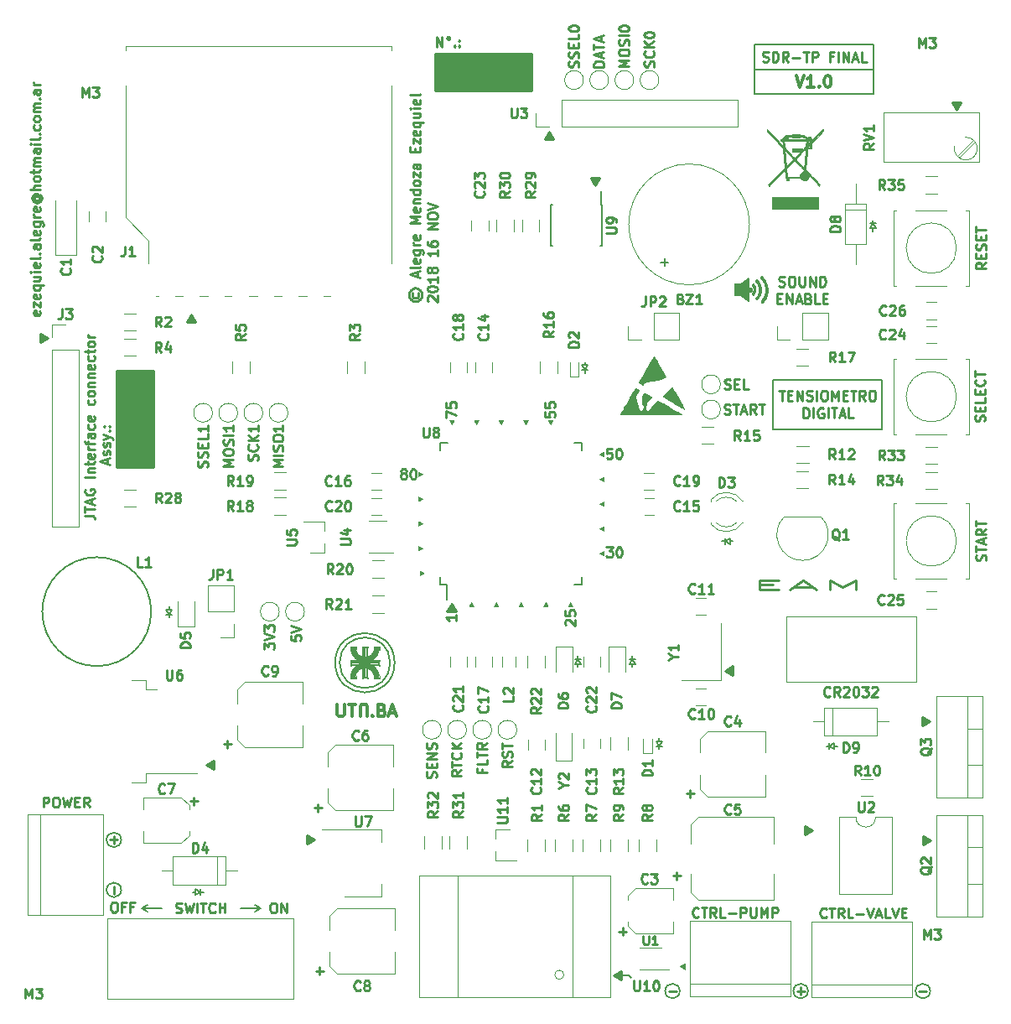
<source format=gbr>
G04 #@! TF.FileFunction,Legend,Top*
%FSLAX46Y46*%
G04 Gerber Fmt 4.6, Leading zero omitted, Abs format (unit mm)*
G04 Created by KiCad (PCBNEW 4.0.7-e2-6376~58~ubuntu16.04.1) date Tue Nov 20 17:15:41 2018*
%MOMM*%
%LPD*%
G01*
G04 APERTURE LIST*
%ADD10C,0.100000*%
%ADD11C,0.200000*%
%ADD12C,0.250000*%
%ADD13C,0.075000*%
%ADD14C,0.125000*%
%ADD15C,0.300000*%
%ADD16C,0.105000*%
%ADD17C,0.120000*%
%ADD18C,0.050000*%
%ADD19C,0.150000*%
%ADD20C,0.010000*%
%ADD21C,0.020000*%
%ADD22C,0.600000*%
%ADD23C,0.225000*%
%ADD24C,0.254000*%
G04 APERTURE END LIST*
D10*
D11*
X182170380Y-123493420D02*
X181870380Y-123493420D01*
X182170380Y-123193420D02*
X182170380Y-123793420D01*
X182670380Y-123193420D02*
X182670380Y-123793420D01*
X182670380Y-123493420D02*
X182970380Y-123493420D01*
X182170380Y-123493420D02*
X182670380Y-123193420D01*
X182670380Y-123793420D02*
X182170380Y-123493420D01*
X186570380Y-70693420D02*
X186570380Y-70393420D01*
X186870380Y-70693420D02*
X186270380Y-70693420D01*
X186270380Y-71193420D02*
X186570380Y-70693420D01*
X186570380Y-70693420D02*
X186870380Y-71193420D01*
X186570380Y-71193420D02*
X186570380Y-71493420D01*
X186870380Y-71193420D02*
X186270380Y-71193420D01*
X156770380Y-114693420D02*
X156770380Y-114393420D01*
X156770380Y-114693420D02*
X157070380Y-115193420D01*
X156470380Y-115193420D02*
X156770380Y-114693420D01*
X156770380Y-115193420D02*
X156770380Y-115493420D01*
X157070380Y-115193420D02*
X156470380Y-115193420D01*
X157070380Y-114693420D02*
X156470380Y-114693420D01*
X115470380Y-110193420D02*
X115470380Y-110493420D01*
X115170380Y-110193420D02*
X115770380Y-110193420D01*
X115770380Y-109693420D02*
X115470380Y-110193420D01*
X115470380Y-110193420D02*
X115170380Y-109693420D01*
X115170380Y-109693420D02*
X115770380Y-109693420D01*
X115470380Y-109693420D02*
X115470380Y-109393420D01*
X118170380Y-138193420D02*
X117870380Y-138193420D01*
X118170380Y-138493420D02*
X118170380Y-137893420D01*
X118670380Y-138193420D02*
X118170380Y-138493420D01*
X118170380Y-137893420D02*
X118670380Y-138193420D01*
X118670380Y-138493420D02*
X118670380Y-137893420D01*
X118670380Y-138193420D02*
X118970380Y-138193420D01*
X172130486Y-102765134D02*
X172430486Y-102765134D01*
X172130486Y-102465134D02*
X172130486Y-103065134D01*
X171630486Y-102765134D02*
X172130486Y-102465134D01*
X172130486Y-103065134D02*
X171630486Y-102765134D01*
X171630486Y-102465134D02*
X171630486Y-103065134D01*
X171630486Y-102765134D02*
X171330486Y-102765134D01*
X157470380Y-85493420D02*
X157470380Y-85793420D01*
X157170380Y-85493420D02*
X157770380Y-85493420D01*
X157470380Y-84993420D02*
X157470380Y-84693420D01*
X157770380Y-84993420D02*
X157470380Y-85493420D01*
X157470380Y-85493420D02*
X157170380Y-84993420D01*
X157170380Y-84993420D02*
X157770380Y-84993420D01*
X162270380Y-114693420D02*
X162270380Y-114393420D01*
X162570380Y-114693420D02*
X161970380Y-114693420D01*
X162570380Y-115193420D02*
X161970380Y-115193420D01*
X162270380Y-115193420D02*
X162270380Y-115493420D01*
X162270380Y-114693420D02*
X162570380Y-115193420D01*
X161970380Y-115193420D02*
X162270380Y-114693420D01*
X164970380Y-123493420D02*
X164970380Y-123793420D01*
X164970380Y-122993420D02*
X164970380Y-122693420D01*
X165270380Y-122993420D02*
X164970380Y-123493420D01*
X164670380Y-122993420D02*
X165270380Y-122993420D01*
X164970380Y-123493420D02*
X164670380Y-122993420D01*
X164670380Y-123493420D02*
X165270380Y-123493420D01*
X161870380Y-146593420D02*
X162170380Y-146893420D01*
X161070380Y-146593420D02*
X161870380Y-146593420D01*
D12*
X171564429Y-89911922D02*
X171707286Y-89959541D01*
X171945382Y-89959541D01*
X172040620Y-89911922D01*
X172088239Y-89864303D01*
X172135858Y-89769065D01*
X172135858Y-89673827D01*
X172088239Y-89578589D01*
X172040620Y-89530970D01*
X171945382Y-89483350D01*
X171754905Y-89435731D01*
X171659667Y-89388112D01*
X171612048Y-89340493D01*
X171564429Y-89245255D01*
X171564429Y-89150017D01*
X171612048Y-89054779D01*
X171659667Y-89007160D01*
X171754905Y-88959541D01*
X171993001Y-88959541D01*
X172135858Y-89007160D01*
X172421572Y-88959541D02*
X172993001Y-88959541D01*
X172707286Y-89959541D02*
X172707286Y-88959541D01*
X173278715Y-89673827D02*
X173754906Y-89673827D01*
X173183477Y-89959541D02*
X173516810Y-88959541D01*
X173850144Y-89959541D01*
X174754906Y-89959541D02*
X174421572Y-89483350D01*
X174183477Y-89959541D02*
X174183477Y-88959541D01*
X174564430Y-88959541D01*
X174659668Y-89007160D01*
X174707287Y-89054779D01*
X174754906Y-89150017D01*
X174754906Y-89292874D01*
X174707287Y-89388112D01*
X174659668Y-89435731D01*
X174564430Y-89483350D01*
X174183477Y-89483350D01*
X175040620Y-88959541D02*
X175612049Y-88959541D01*
X175326334Y-89959541D02*
X175326334Y-88959541D01*
X171595123Y-87364302D02*
X171737980Y-87411921D01*
X171976076Y-87411921D01*
X172071314Y-87364302D01*
X172118933Y-87316683D01*
X172166552Y-87221445D01*
X172166552Y-87126207D01*
X172118933Y-87030969D01*
X172071314Y-86983350D01*
X171976076Y-86935730D01*
X171785599Y-86888111D01*
X171690361Y-86840492D01*
X171642742Y-86792873D01*
X171595123Y-86697635D01*
X171595123Y-86602397D01*
X171642742Y-86507159D01*
X171690361Y-86459540D01*
X171785599Y-86411921D01*
X172023695Y-86411921D01*
X172166552Y-86459540D01*
X172595123Y-86888111D02*
X172928457Y-86888111D01*
X173071314Y-87411921D02*
X172595123Y-87411921D01*
X172595123Y-86411921D01*
X173071314Y-86411921D01*
X173976076Y-87411921D02*
X173499885Y-87411921D01*
X173499885Y-86411921D01*
X164412762Y-54886105D02*
X164460381Y-54743248D01*
X164460381Y-54505152D01*
X164412762Y-54409914D01*
X164365143Y-54362295D01*
X164269905Y-54314676D01*
X164174667Y-54314676D01*
X164079429Y-54362295D01*
X164031810Y-54409914D01*
X163984190Y-54505152D01*
X163936571Y-54695629D01*
X163888952Y-54790867D01*
X163841333Y-54838486D01*
X163746095Y-54886105D01*
X163650857Y-54886105D01*
X163555619Y-54838486D01*
X163508000Y-54790867D01*
X163460381Y-54695629D01*
X163460381Y-54457533D01*
X163508000Y-54314676D01*
X164365143Y-53314676D02*
X164412762Y-53362295D01*
X164460381Y-53505152D01*
X164460381Y-53600390D01*
X164412762Y-53743248D01*
X164317524Y-53838486D01*
X164222286Y-53886105D01*
X164031810Y-53933724D01*
X163888952Y-53933724D01*
X163698476Y-53886105D01*
X163603238Y-53838486D01*
X163508000Y-53743248D01*
X163460381Y-53600390D01*
X163460381Y-53505152D01*
X163508000Y-53362295D01*
X163555619Y-53314676D01*
X164460381Y-52886105D02*
X163460381Y-52886105D01*
X164460381Y-52314676D02*
X163888952Y-52743248D01*
X163460381Y-52314676D02*
X164031810Y-52886105D01*
X163460381Y-51695629D02*
X163460381Y-51600390D01*
X163508000Y-51505152D01*
X163555619Y-51457533D01*
X163650857Y-51409914D01*
X163841333Y-51362295D01*
X164079429Y-51362295D01*
X164269905Y-51409914D01*
X164365143Y-51457533D01*
X164412762Y-51505152D01*
X164460381Y-51600390D01*
X164460381Y-51695629D01*
X164412762Y-51790867D01*
X164365143Y-51838486D01*
X164269905Y-51886105D01*
X164079429Y-51933724D01*
X163841333Y-51933724D01*
X163650857Y-51886105D01*
X163555619Y-51838486D01*
X163508000Y-51790867D01*
X163460381Y-51695629D01*
X161920381Y-54867019D02*
X160920381Y-54867019D01*
X161634667Y-54533685D01*
X160920381Y-54200352D01*
X161920381Y-54200352D01*
X160920381Y-53533686D02*
X160920381Y-53343209D01*
X160968000Y-53247971D01*
X161063238Y-53152733D01*
X161253714Y-53105114D01*
X161587048Y-53105114D01*
X161777524Y-53152733D01*
X161872762Y-53247971D01*
X161920381Y-53343209D01*
X161920381Y-53533686D01*
X161872762Y-53628924D01*
X161777524Y-53724162D01*
X161587048Y-53771781D01*
X161253714Y-53771781D01*
X161063238Y-53724162D01*
X160968000Y-53628924D01*
X160920381Y-53533686D01*
X161872762Y-52724162D02*
X161920381Y-52581305D01*
X161920381Y-52343209D01*
X161872762Y-52247971D01*
X161825143Y-52200352D01*
X161729905Y-52152733D01*
X161634667Y-52152733D01*
X161539429Y-52200352D01*
X161491810Y-52247971D01*
X161444190Y-52343209D01*
X161396571Y-52533686D01*
X161348952Y-52628924D01*
X161301333Y-52676543D01*
X161206095Y-52724162D01*
X161110857Y-52724162D01*
X161015619Y-52676543D01*
X160968000Y-52628924D01*
X160920381Y-52533686D01*
X160920381Y-52295590D01*
X160968000Y-52152733D01*
X161920381Y-51724162D02*
X160920381Y-51724162D01*
X160920381Y-51057496D02*
X160920381Y-50962257D01*
X160968000Y-50867019D01*
X161015619Y-50819400D01*
X161110857Y-50771781D01*
X161301333Y-50724162D01*
X161539429Y-50724162D01*
X161729905Y-50771781D01*
X161825143Y-50819400D01*
X161872762Y-50867019D01*
X161920381Y-50962257D01*
X161920381Y-51057496D01*
X161872762Y-51152734D01*
X161825143Y-51200353D01*
X161729905Y-51247972D01*
X161539429Y-51295591D01*
X161301333Y-51295591D01*
X161110857Y-51247972D01*
X161015619Y-51200353D01*
X160968000Y-51152734D01*
X160920381Y-51057496D01*
X159380381Y-54878200D02*
X158380381Y-54878200D01*
X158380381Y-54640105D01*
X158428000Y-54497247D01*
X158523238Y-54402009D01*
X158618476Y-54354390D01*
X158808952Y-54306771D01*
X158951810Y-54306771D01*
X159142286Y-54354390D01*
X159237524Y-54402009D01*
X159332762Y-54497247D01*
X159380381Y-54640105D01*
X159380381Y-54878200D01*
X159094667Y-53925819D02*
X159094667Y-53449628D01*
X159380381Y-54021057D02*
X158380381Y-53687724D01*
X159380381Y-53354390D01*
X158380381Y-53163914D02*
X158380381Y-52592485D01*
X159380381Y-52878200D02*
X158380381Y-52878200D01*
X159094667Y-52306771D02*
X159094667Y-51830580D01*
X159380381Y-52402009D02*
X158380381Y-52068676D01*
X159380381Y-51735342D01*
X156792762Y-54914638D02*
X156840381Y-54771781D01*
X156840381Y-54533685D01*
X156792762Y-54438447D01*
X156745143Y-54390828D01*
X156649905Y-54343209D01*
X156554667Y-54343209D01*
X156459429Y-54390828D01*
X156411810Y-54438447D01*
X156364190Y-54533685D01*
X156316571Y-54724162D01*
X156268952Y-54819400D01*
X156221333Y-54867019D01*
X156126095Y-54914638D01*
X156030857Y-54914638D01*
X155935619Y-54867019D01*
X155888000Y-54819400D01*
X155840381Y-54724162D01*
X155840381Y-54486066D01*
X155888000Y-54343209D01*
X156792762Y-53962257D02*
X156840381Y-53819400D01*
X156840381Y-53581304D01*
X156792762Y-53486066D01*
X156745143Y-53438447D01*
X156649905Y-53390828D01*
X156554667Y-53390828D01*
X156459429Y-53438447D01*
X156411810Y-53486066D01*
X156364190Y-53581304D01*
X156316571Y-53771781D01*
X156268952Y-53867019D01*
X156221333Y-53914638D01*
X156126095Y-53962257D01*
X156030857Y-53962257D01*
X155935619Y-53914638D01*
X155888000Y-53867019D01*
X155840381Y-53771781D01*
X155840381Y-53533685D01*
X155888000Y-53390828D01*
X156316571Y-52962257D02*
X156316571Y-52628923D01*
X156840381Y-52486066D02*
X156840381Y-52962257D01*
X155840381Y-52962257D01*
X155840381Y-52486066D01*
X156840381Y-51581304D02*
X156840381Y-52057495D01*
X155840381Y-52057495D01*
X155840381Y-51057495D02*
X155840381Y-50962256D01*
X155888000Y-50867018D01*
X155935619Y-50819399D01*
X156030857Y-50771780D01*
X156221333Y-50724161D01*
X156459429Y-50724161D01*
X156649905Y-50771780D01*
X156745143Y-50819399D01*
X156792762Y-50867018D01*
X156840381Y-50962256D01*
X156840381Y-51057495D01*
X156792762Y-51152733D01*
X156745143Y-51200352D01*
X156649905Y-51247971D01*
X156459429Y-51295590D01*
X156221333Y-51295590D01*
X156030857Y-51247971D01*
X155935619Y-51200352D01*
X155888000Y-51152733D01*
X155840381Y-51057495D01*
X127791161Y-112301096D02*
X127791161Y-112777287D01*
X128267351Y-112824906D01*
X128219732Y-112777287D01*
X128172113Y-112682049D01*
X128172113Y-112443953D01*
X128219732Y-112348715D01*
X128267351Y-112301096D01*
X128362590Y-112253477D01*
X128600685Y-112253477D01*
X128695923Y-112301096D01*
X128743542Y-112348715D01*
X128791161Y-112443953D01*
X128791161Y-112682049D01*
X128743542Y-112777287D01*
X128695923Y-112824906D01*
X127791161Y-111967763D02*
X128791161Y-111634430D01*
X127791161Y-111301096D01*
X125106381Y-113671295D02*
X125106381Y-113052247D01*
X125487333Y-113385581D01*
X125487333Y-113242723D01*
X125534952Y-113147485D01*
X125582571Y-113099866D01*
X125677810Y-113052247D01*
X125915905Y-113052247D01*
X126011143Y-113099866D01*
X126058762Y-113147485D01*
X126106381Y-113242723D01*
X126106381Y-113528438D01*
X126058762Y-113623676D01*
X126011143Y-113671295D01*
X125106381Y-112766533D02*
X126106381Y-112433200D01*
X125106381Y-112099866D01*
X125106381Y-111861771D02*
X125106381Y-111242723D01*
X125487333Y-111576057D01*
X125487333Y-111433199D01*
X125534952Y-111337961D01*
X125582571Y-111290342D01*
X125677810Y-111242723D01*
X125915905Y-111242723D01*
X126011143Y-111290342D01*
X126058762Y-111337961D01*
X126106381Y-111433199D01*
X126106381Y-111718914D01*
X126058762Y-111814152D01*
X126011143Y-111861771D01*
X150127161Y-124951839D02*
X149650970Y-125285173D01*
X150127161Y-125523268D02*
X149127161Y-125523268D01*
X149127161Y-125142315D01*
X149174780Y-125047077D01*
X149222399Y-124999458D01*
X149317637Y-124951839D01*
X149460494Y-124951839D01*
X149555732Y-124999458D01*
X149603351Y-125047077D01*
X149650970Y-125142315D01*
X149650970Y-125523268D01*
X150079542Y-124570887D02*
X150127161Y-124428030D01*
X150127161Y-124189934D01*
X150079542Y-124094696D01*
X150031923Y-124047077D01*
X149936685Y-123999458D01*
X149841447Y-123999458D01*
X149746209Y-124047077D01*
X149698590Y-124094696D01*
X149650970Y-124189934D01*
X149603351Y-124380411D01*
X149555732Y-124475649D01*
X149508113Y-124523268D01*
X149412875Y-124570887D01*
X149317637Y-124570887D01*
X149222399Y-124523268D01*
X149174780Y-124475649D01*
X149127161Y-124380411D01*
X149127161Y-124142315D01*
X149174780Y-123999458D01*
X149127161Y-123713744D02*
X149127161Y-123142315D01*
X150127161Y-123428030D02*
X149127161Y-123428030D01*
X147045571Y-125818857D02*
X147045571Y-126152191D01*
X147569381Y-126152191D02*
X146569381Y-126152191D01*
X146569381Y-125676000D01*
X147569381Y-124818857D02*
X147569381Y-125295048D01*
X146569381Y-125295048D01*
X146569381Y-124628381D02*
X146569381Y-124056952D01*
X147569381Y-124342667D02*
X146569381Y-124342667D01*
X147569381Y-123152190D02*
X147093190Y-123485524D01*
X147569381Y-123723619D02*
X146569381Y-123723619D01*
X146569381Y-123342666D01*
X146617000Y-123247428D01*
X146664619Y-123199809D01*
X146759857Y-123152190D01*
X146902714Y-123152190D01*
X146997952Y-123199809D01*
X147045571Y-123247428D01*
X147093190Y-123342666D01*
X147093190Y-123723619D01*
X145003981Y-125899828D02*
X144527790Y-126233162D01*
X145003981Y-126471257D02*
X144003981Y-126471257D01*
X144003981Y-126090304D01*
X144051600Y-125995066D01*
X144099219Y-125947447D01*
X144194457Y-125899828D01*
X144337314Y-125899828D01*
X144432552Y-125947447D01*
X144480171Y-125995066D01*
X144527790Y-126090304D01*
X144527790Y-126471257D01*
X144003981Y-125614114D02*
X144003981Y-125042685D01*
X145003981Y-125328400D02*
X144003981Y-125328400D01*
X144908743Y-124137923D02*
X144956362Y-124185542D01*
X145003981Y-124328399D01*
X145003981Y-124423637D01*
X144956362Y-124566495D01*
X144861124Y-124661733D01*
X144765886Y-124709352D01*
X144575410Y-124756971D01*
X144432552Y-124756971D01*
X144242076Y-124709352D01*
X144146838Y-124661733D01*
X144051600Y-124566495D01*
X144003981Y-124423637D01*
X144003981Y-124328399D01*
X144051600Y-124185542D01*
X144099219Y-124137923D01*
X145003981Y-123709352D02*
X144003981Y-123709352D01*
X145003981Y-123137923D02*
X144432552Y-123566495D01*
X144003981Y-123137923D02*
X144575410Y-123709352D01*
X142441762Y-126642695D02*
X142489381Y-126499838D01*
X142489381Y-126261742D01*
X142441762Y-126166504D01*
X142394143Y-126118885D01*
X142298905Y-126071266D01*
X142203667Y-126071266D01*
X142108429Y-126118885D01*
X142060810Y-126166504D01*
X142013190Y-126261742D01*
X141965571Y-126452219D01*
X141917952Y-126547457D01*
X141870333Y-126595076D01*
X141775095Y-126642695D01*
X141679857Y-126642695D01*
X141584619Y-126595076D01*
X141537000Y-126547457D01*
X141489381Y-126452219D01*
X141489381Y-126214123D01*
X141537000Y-126071266D01*
X141965571Y-125642695D02*
X141965571Y-125309361D01*
X142489381Y-125166504D02*
X142489381Y-125642695D01*
X141489381Y-125642695D01*
X141489381Y-125166504D01*
X142489381Y-124737933D02*
X141489381Y-124737933D01*
X142489381Y-124166504D01*
X141489381Y-124166504D01*
X142441762Y-123737933D02*
X142489381Y-123595076D01*
X142489381Y-123356980D01*
X142441762Y-123261742D01*
X142394143Y-123214123D01*
X142298905Y-123166504D01*
X142203667Y-123166504D01*
X142108429Y-123214123D01*
X142060810Y-123261742D01*
X142013190Y-123356980D01*
X141965571Y-123547457D01*
X141917952Y-123642695D01*
X141870333Y-123690314D01*
X141775095Y-123737933D01*
X141679857Y-123737933D01*
X141584619Y-123690314D01*
X141537000Y-123642695D01*
X141489381Y-123547457D01*
X141489381Y-123309361D01*
X141537000Y-123166504D01*
X126969981Y-95227619D02*
X125969981Y-95227619D01*
X126684267Y-94894285D01*
X125969981Y-94560952D01*
X126969981Y-94560952D01*
X126969981Y-94084762D02*
X125969981Y-94084762D01*
X126922362Y-93656191D02*
X126969981Y-93513334D01*
X126969981Y-93275238D01*
X126922362Y-93180000D01*
X126874743Y-93132381D01*
X126779505Y-93084762D01*
X126684267Y-93084762D01*
X126589029Y-93132381D01*
X126541410Y-93180000D01*
X126493790Y-93275238D01*
X126446171Y-93465715D01*
X126398552Y-93560953D01*
X126350933Y-93608572D01*
X126255695Y-93656191D01*
X126160457Y-93656191D01*
X126065219Y-93608572D01*
X126017600Y-93560953D01*
X125969981Y-93465715D01*
X125969981Y-93227619D01*
X126017600Y-93084762D01*
X125969981Y-92465715D02*
X125969981Y-92275238D01*
X126017600Y-92180000D01*
X126112838Y-92084762D01*
X126303314Y-92037143D01*
X126636648Y-92037143D01*
X126827124Y-92084762D01*
X126922362Y-92180000D01*
X126969981Y-92275238D01*
X126969981Y-92465715D01*
X126922362Y-92560953D01*
X126827124Y-92656191D01*
X126636648Y-92703810D01*
X126303314Y-92703810D01*
X126112838Y-92656191D01*
X126017600Y-92560953D01*
X125969981Y-92465715D01*
X126969981Y-91084762D02*
X126969981Y-91656191D01*
X126969981Y-91370477D02*
X125969981Y-91370477D01*
X126112838Y-91465715D01*
X126208076Y-91560953D01*
X126255695Y-91656191D01*
X124400142Y-94619325D02*
X124447761Y-94476468D01*
X124447761Y-94238372D01*
X124400142Y-94143134D01*
X124352523Y-94095515D01*
X124257285Y-94047896D01*
X124162047Y-94047896D01*
X124066809Y-94095515D01*
X124019190Y-94143134D01*
X123971570Y-94238372D01*
X123923951Y-94428849D01*
X123876332Y-94524087D01*
X123828713Y-94571706D01*
X123733475Y-94619325D01*
X123638237Y-94619325D01*
X123542999Y-94571706D01*
X123495380Y-94524087D01*
X123447761Y-94428849D01*
X123447761Y-94190753D01*
X123495380Y-94047896D01*
X124352523Y-93047896D02*
X124400142Y-93095515D01*
X124447761Y-93238372D01*
X124447761Y-93333610D01*
X124400142Y-93476468D01*
X124304904Y-93571706D01*
X124209666Y-93619325D01*
X124019190Y-93666944D01*
X123876332Y-93666944D01*
X123685856Y-93619325D01*
X123590618Y-93571706D01*
X123495380Y-93476468D01*
X123447761Y-93333610D01*
X123447761Y-93238372D01*
X123495380Y-93095515D01*
X123542999Y-93047896D01*
X124447761Y-92619325D02*
X123447761Y-92619325D01*
X124447761Y-92047896D02*
X123876332Y-92476468D01*
X123447761Y-92047896D02*
X124019190Y-92619325D01*
X124447761Y-91095515D02*
X124447761Y-91666944D01*
X124447761Y-91381230D02*
X123447761Y-91381230D01*
X123590618Y-91476468D01*
X123685856Y-91571706D01*
X123733475Y-91666944D01*
X121958561Y-95209839D02*
X120958561Y-95209839D01*
X121672847Y-94876505D01*
X120958561Y-94543172D01*
X121958561Y-94543172D01*
X120958561Y-93876506D02*
X120958561Y-93686029D01*
X121006180Y-93590791D01*
X121101418Y-93495553D01*
X121291894Y-93447934D01*
X121625228Y-93447934D01*
X121815704Y-93495553D01*
X121910942Y-93590791D01*
X121958561Y-93686029D01*
X121958561Y-93876506D01*
X121910942Y-93971744D01*
X121815704Y-94066982D01*
X121625228Y-94114601D01*
X121291894Y-94114601D01*
X121101418Y-94066982D01*
X121006180Y-93971744D01*
X120958561Y-93876506D01*
X121910942Y-93066982D02*
X121958561Y-92924125D01*
X121958561Y-92686029D01*
X121910942Y-92590791D01*
X121863323Y-92543172D01*
X121768085Y-92495553D01*
X121672847Y-92495553D01*
X121577609Y-92543172D01*
X121529990Y-92590791D01*
X121482370Y-92686029D01*
X121434751Y-92876506D01*
X121387132Y-92971744D01*
X121339513Y-93019363D01*
X121244275Y-93066982D01*
X121149037Y-93066982D01*
X121053799Y-93019363D01*
X121006180Y-92971744D01*
X120958561Y-92876506D01*
X120958561Y-92638410D01*
X121006180Y-92495553D01*
X121958561Y-92066982D02*
X120958561Y-92066982D01*
X121958561Y-91066982D02*
X121958561Y-91638411D01*
X121958561Y-91352697D02*
X120958561Y-91352697D01*
X121101418Y-91447935D01*
X121196656Y-91543173D01*
X121244275Y-91638411D01*
X119320142Y-95282858D02*
X119367761Y-95140001D01*
X119367761Y-94901905D01*
X119320142Y-94806667D01*
X119272523Y-94759048D01*
X119177285Y-94711429D01*
X119082047Y-94711429D01*
X118986809Y-94759048D01*
X118939190Y-94806667D01*
X118891570Y-94901905D01*
X118843951Y-95092382D01*
X118796332Y-95187620D01*
X118748713Y-95235239D01*
X118653475Y-95282858D01*
X118558237Y-95282858D01*
X118462999Y-95235239D01*
X118415380Y-95187620D01*
X118367761Y-95092382D01*
X118367761Y-94854286D01*
X118415380Y-94711429D01*
X119320142Y-94330477D02*
X119367761Y-94187620D01*
X119367761Y-93949524D01*
X119320142Y-93854286D01*
X119272523Y-93806667D01*
X119177285Y-93759048D01*
X119082047Y-93759048D01*
X118986809Y-93806667D01*
X118939190Y-93854286D01*
X118891570Y-93949524D01*
X118843951Y-94140001D01*
X118796332Y-94235239D01*
X118748713Y-94282858D01*
X118653475Y-94330477D01*
X118558237Y-94330477D01*
X118462999Y-94282858D01*
X118415380Y-94235239D01*
X118367761Y-94140001D01*
X118367761Y-93901905D01*
X118415380Y-93759048D01*
X118843951Y-93330477D02*
X118843951Y-92997143D01*
X119367761Y-92854286D02*
X119367761Y-93330477D01*
X118367761Y-93330477D01*
X118367761Y-92854286D01*
X119367761Y-91949524D02*
X119367761Y-92425715D01*
X118367761Y-92425715D01*
X119367761Y-91092381D02*
X119367761Y-91663810D01*
X119367761Y-91378096D02*
X118367761Y-91378096D01*
X118510618Y-91473334D01*
X118605856Y-91568572D01*
X118653475Y-91663810D01*
D13*
X140836399Y-105824144D02*
X140812590Y-105824144D01*
X140884018Y-105847953D02*
X140812590Y-105847953D01*
X140931637Y-105871763D02*
X140812590Y-105871763D01*
X140979256Y-105895572D02*
X140812590Y-105895572D01*
X141003066Y-105919382D02*
X140812590Y-105919382D01*
X141050685Y-105943191D02*
X140812590Y-105943191D01*
X141098304Y-105967001D02*
X140812590Y-105967001D01*
X141145923Y-105990810D02*
X140812590Y-105990810D01*
X141193542Y-106014620D02*
X140812590Y-106014620D01*
X141145923Y-106038429D02*
X140812590Y-106038429D01*
X141098304Y-106062239D02*
X140812590Y-106062239D01*
X141050685Y-106086048D02*
X140812590Y-106086048D01*
X141003066Y-106109858D02*
X140812590Y-106109858D01*
X140979256Y-106133667D02*
X140812590Y-106133667D01*
X140931637Y-106157477D02*
X140812590Y-106157477D01*
X140884018Y-106181286D02*
X140812590Y-106181286D01*
X140812590Y-106205096D02*
X141169732Y-106014620D01*
X140812590Y-105824144D01*
X140836399Y-106205096D02*
X140812590Y-106205096D01*
X141193542Y-106014620D02*
X140812590Y-106228906D01*
X140812590Y-105800334D01*
X141193542Y-106014620D01*
D14*
X140683999Y-103309544D02*
X140660190Y-103309544D01*
X140731618Y-103333353D02*
X140660190Y-103333353D01*
X140779237Y-103357163D02*
X140660190Y-103357163D01*
X140826856Y-103380972D02*
X140660190Y-103380972D01*
X140850666Y-103404782D02*
X140660190Y-103404782D01*
X140898285Y-103428591D02*
X140660190Y-103428591D01*
X140945904Y-103452401D02*
X140660190Y-103452401D01*
X140993523Y-103476210D02*
X140660190Y-103476210D01*
X141041142Y-103500020D02*
X140660190Y-103500020D01*
X140993523Y-103523829D02*
X140660190Y-103523829D01*
X140945904Y-103547639D02*
X140660190Y-103547639D01*
X140898285Y-103571448D02*
X140660190Y-103571448D01*
X140850666Y-103595258D02*
X140660190Y-103595258D01*
X140826856Y-103619067D02*
X140660190Y-103619067D01*
X140779237Y-103642877D02*
X140660190Y-103642877D01*
X140731618Y-103666686D02*
X140660190Y-103666686D01*
X140660190Y-103690496D02*
X141017332Y-103500020D01*
X140660190Y-103309544D01*
X140683999Y-103690496D02*
X140660190Y-103690496D01*
X141041142Y-103500020D02*
X140660190Y-103714306D01*
X140660190Y-103285734D01*
X141041142Y-103500020D01*
X140683999Y-100794944D02*
X140660190Y-100794944D01*
X140731618Y-100818753D02*
X140660190Y-100818753D01*
X140779237Y-100842563D02*
X140660190Y-100842563D01*
X140826856Y-100866372D02*
X140660190Y-100866372D01*
X140850666Y-100890182D02*
X140660190Y-100890182D01*
X140898285Y-100913991D02*
X140660190Y-100913991D01*
X140945904Y-100937801D02*
X140660190Y-100937801D01*
X140993523Y-100961610D02*
X140660190Y-100961610D01*
X141041142Y-100985420D02*
X140660190Y-100985420D01*
X140993523Y-101009229D02*
X140660190Y-101009229D01*
X140945904Y-101033039D02*
X140660190Y-101033039D01*
X140898285Y-101056848D02*
X140660190Y-101056848D01*
X140850666Y-101080658D02*
X140660190Y-101080658D01*
X140826856Y-101104467D02*
X140660190Y-101104467D01*
X140779237Y-101128277D02*
X140660190Y-101128277D01*
X140731618Y-101152086D02*
X140660190Y-101152086D01*
X140660190Y-101175896D02*
X141017332Y-100985420D01*
X140660190Y-100794944D01*
X140683999Y-101175896D02*
X140660190Y-101175896D01*
X141041142Y-100985420D02*
X140660190Y-101199706D01*
X140660190Y-100771134D01*
X141041142Y-100985420D01*
X140683999Y-98318444D02*
X140660190Y-98318444D01*
X140731618Y-98342253D02*
X140660190Y-98342253D01*
X140779237Y-98366063D02*
X140660190Y-98366063D01*
X140826856Y-98389872D02*
X140660190Y-98389872D01*
X140850666Y-98413682D02*
X140660190Y-98413682D01*
X140898285Y-98437491D02*
X140660190Y-98437491D01*
X140945904Y-98461301D02*
X140660190Y-98461301D01*
X140993523Y-98485110D02*
X140660190Y-98485110D01*
X141041142Y-98508920D02*
X140660190Y-98508920D01*
X140993523Y-98532729D02*
X140660190Y-98532729D01*
X140945904Y-98556539D02*
X140660190Y-98556539D01*
X140898285Y-98580348D02*
X140660190Y-98580348D01*
X140850666Y-98604158D02*
X140660190Y-98604158D01*
X140826856Y-98627967D02*
X140660190Y-98627967D01*
X140779237Y-98651777D02*
X140660190Y-98651777D01*
X140731618Y-98675586D02*
X140660190Y-98675586D01*
X140660190Y-98699396D02*
X141017332Y-98508920D01*
X140660190Y-98318444D01*
X140683999Y-98699396D02*
X140660190Y-98699396D01*
X141041142Y-98508920D02*
X140660190Y-98723206D01*
X140660190Y-98294634D01*
X141041142Y-98508920D01*
X140678919Y-95824164D02*
X140655110Y-95824164D01*
X140726538Y-95847973D02*
X140655110Y-95847973D01*
X140774157Y-95871783D02*
X140655110Y-95871783D01*
X140821776Y-95895592D02*
X140655110Y-95895592D01*
X140845586Y-95919402D02*
X140655110Y-95919402D01*
X140893205Y-95943211D02*
X140655110Y-95943211D01*
X140940824Y-95967021D02*
X140655110Y-95967021D01*
X140988443Y-95990830D02*
X140655110Y-95990830D01*
X141036062Y-96014640D02*
X140655110Y-96014640D01*
X140988443Y-96038449D02*
X140655110Y-96038449D01*
X140940824Y-96062259D02*
X140655110Y-96062259D01*
X140893205Y-96086068D02*
X140655110Y-96086068D01*
X140845586Y-96109878D02*
X140655110Y-96109878D01*
X140821776Y-96133687D02*
X140655110Y-96133687D01*
X140774157Y-96157497D02*
X140655110Y-96157497D01*
X140726538Y-96181306D02*
X140655110Y-96181306D01*
X140655110Y-96205116D02*
X141012252Y-96014640D01*
X140655110Y-95824164D01*
X140678919Y-96205116D02*
X140655110Y-96205116D01*
X141036062Y-96014640D02*
X140655110Y-96228926D01*
X140655110Y-95800354D01*
X141036062Y-96014640D01*
D12*
X139083051Y-95926072D02*
X138987813Y-95878453D01*
X138940194Y-95830834D01*
X138892575Y-95735596D01*
X138892575Y-95687977D01*
X138940194Y-95592739D01*
X138987813Y-95545120D01*
X139083051Y-95497501D01*
X139273528Y-95497501D01*
X139368766Y-95545120D01*
X139416385Y-95592739D01*
X139464004Y-95687977D01*
X139464004Y-95735596D01*
X139416385Y-95830834D01*
X139368766Y-95878453D01*
X139273528Y-95926072D01*
X139083051Y-95926072D01*
X138987813Y-95973691D01*
X138940194Y-96021310D01*
X138892575Y-96116549D01*
X138892575Y-96307025D01*
X138940194Y-96402263D01*
X138987813Y-96449882D01*
X139083051Y-96497501D01*
X139273528Y-96497501D01*
X139368766Y-96449882D01*
X139416385Y-96402263D01*
X139464004Y-96307025D01*
X139464004Y-96116549D01*
X139416385Y-96021310D01*
X139368766Y-95973691D01*
X139273528Y-95926072D01*
X140083051Y-95497501D02*
X140178290Y-95497501D01*
X140273528Y-95545120D01*
X140321147Y-95592739D01*
X140368766Y-95687977D01*
X140416385Y-95878453D01*
X140416385Y-96116549D01*
X140368766Y-96307025D01*
X140321147Y-96402263D01*
X140273528Y-96449882D01*
X140178290Y-96497501D01*
X140083051Y-96497501D01*
X139987813Y-96449882D01*
X139940194Y-96402263D01*
X139892575Y-96307025D01*
X139844956Y-96116549D01*
X139844956Y-95878453D01*
X139892575Y-95687977D01*
X139940194Y-95592739D01*
X139987813Y-95545120D01*
X140083051Y-95497501D01*
D14*
X144213756Y-90610339D02*
X144213756Y-90586530D01*
X144189947Y-90657958D02*
X144189947Y-90586530D01*
X144166137Y-90705577D02*
X144166137Y-90586530D01*
X144142328Y-90753196D02*
X144142328Y-90586530D01*
X144118518Y-90777006D02*
X144118518Y-90586530D01*
X144094709Y-90824625D02*
X144094709Y-90586530D01*
X144070899Y-90872244D02*
X144070899Y-90586530D01*
X144047090Y-90919863D02*
X144047090Y-90586530D01*
X144023280Y-90967482D02*
X144023280Y-90586530D01*
X143999471Y-90919863D02*
X143999471Y-90586530D01*
X143975661Y-90872244D02*
X143975661Y-90586530D01*
X143951852Y-90824625D02*
X143951852Y-90586530D01*
X143928042Y-90777006D02*
X143928042Y-90586530D01*
X143904233Y-90753196D02*
X143904233Y-90586530D01*
X143880423Y-90705577D02*
X143880423Y-90586530D01*
X143856614Y-90657958D02*
X143856614Y-90586530D01*
X143832804Y-90586530D02*
X144023280Y-90943672D01*
X144213756Y-90586530D01*
X143832804Y-90610339D02*
X143832804Y-90586530D01*
X144023280Y-90967482D02*
X143808994Y-90586530D01*
X144237566Y-90586530D01*
X144023280Y-90967482D01*
D12*
X143475661Y-90301444D02*
X143475661Y-89634777D01*
X144475661Y-90063349D01*
X143475661Y-88777634D02*
X143475661Y-89253825D01*
X143951851Y-89301444D01*
X143904232Y-89253825D01*
X143856613Y-89158587D01*
X143856613Y-88920491D01*
X143904232Y-88825253D01*
X143951851Y-88777634D01*
X144047090Y-88730015D01*
X144285185Y-88730015D01*
X144380423Y-88777634D01*
X144428042Y-88825253D01*
X144475661Y-88920491D01*
X144475661Y-89158587D01*
X144428042Y-89253825D01*
X144380423Y-89301444D01*
D14*
X146690256Y-90610339D02*
X146690256Y-90586530D01*
X146666447Y-90657958D02*
X146666447Y-90586530D01*
X146642637Y-90705577D02*
X146642637Y-90586530D01*
X146618828Y-90753196D02*
X146618828Y-90586530D01*
X146595018Y-90777006D02*
X146595018Y-90586530D01*
X146571209Y-90824625D02*
X146571209Y-90586530D01*
X146547399Y-90872244D02*
X146547399Y-90586530D01*
X146523590Y-90919863D02*
X146523590Y-90586530D01*
X146499780Y-90967482D02*
X146499780Y-90586530D01*
X146475971Y-90919863D02*
X146475971Y-90586530D01*
X146452161Y-90872244D02*
X146452161Y-90586530D01*
X146428352Y-90824625D02*
X146428352Y-90586530D01*
X146404542Y-90777006D02*
X146404542Y-90586530D01*
X146380733Y-90753196D02*
X146380733Y-90586530D01*
X146356923Y-90705577D02*
X146356923Y-90586530D01*
X146333114Y-90657958D02*
X146333114Y-90586530D01*
X146309304Y-90586530D02*
X146499780Y-90943672D01*
X146690256Y-90586530D01*
X146309304Y-90610339D02*
X146309304Y-90586530D01*
X146499780Y-90967482D02*
X146285494Y-90586530D01*
X146714066Y-90586530D01*
X146499780Y-90967482D01*
X149192156Y-90610339D02*
X149192156Y-90586530D01*
X149168347Y-90657958D02*
X149168347Y-90586530D01*
X149144537Y-90705577D02*
X149144537Y-90586530D01*
X149120728Y-90753196D02*
X149120728Y-90586530D01*
X149096918Y-90777006D02*
X149096918Y-90586530D01*
X149073109Y-90824625D02*
X149073109Y-90586530D01*
X149049299Y-90872244D02*
X149049299Y-90586530D01*
X149025490Y-90919863D02*
X149025490Y-90586530D01*
X149001680Y-90967482D02*
X149001680Y-90586530D01*
X148977871Y-90919863D02*
X148977871Y-90586530D01*
X148954061Y-90872244D02*
X148954061Y-90586530D01*
X148930252Y-90824625D02*
X148930252Y-90586530D01*
X148906442Y-90777006D02*
X148906442Y-90586530D01*
X148882633Y-90753196D02*
X148882633Y-90586530D01*
X148858823Y-90705577D02*
X148858823Y-90586530D01*
X148835014Y-90657958D02*
X148835014Y-90586530D01*
X148811204Y-90586530D02*
X149001680Y-90943672D01*
X149192156Y-90586530D01*
X148811204Y-90610339D02*
X148811204Y-90586530D01*
X149001680Y-90967482D02*
X148787394Y-90586530D01*
X149215966Y-90586530D01*
X149001680Y-90967482D01*
X151681356Y-90610339D02*
X151681356Y-90586530D01*
X151657547Y-90657958D02*
X151657547Y-90586530D01*
X151633737Y-90705577D02*
X151633737Y-90586530D01*
X151609928Y-90753196D02*
X151609928Y-90586530D01*
X151586118Y-90777006D02*
X151586118Y-90586530D01*
X151562309Y-90824625D02*
X151562309Y-90586530D01*
X151538499Y-90872244D02*
X151538499Y-90586530D01*
X151514690Y-90919863D02*
X151514690Y-90586530D01*
X151490880Y-90967482D02*
X151490880Y-90586530D01*
X151467071Y-90919863D02*
X151467071Y-90586530D01*
X151443261Y-90872244D02*
X151443261Y-90586530D01*
X151419452Y-90824625D02*
X151419452Y-90586530D01*
X151395642Y-90777006D02*
X151395642Y-90586530D01*
X151371833Y-90753196D02*
X151371833Y-90586530D01*
X151348023Y-90705577D02*
X151348023Y-90586530D01*
X151324214Y-90657958D02*
X151324214Y-90586530D01*
X151300404Y-90586530D02*
X151490880Y-90943672D01*
X151681356Y-90586530D01*
X151300404Y-90610339D02*
X151300404Y-90586530D01*
X151490880Y-90967482D02*
X151276594Y-90586530D01*
X151705166Y-90586530D01*
X151490880Y-90967482D01*
D12*
X153445161Y-89730015D02*
X153445161Y-90206206D01*
X153921351Y-90253825D01*
X153873732Y-90206206D01*
X153826113Y-90110968D01*
X153826113Y-89872872D01*
X153873732Y-89777634D01*
X153921351Y-89730015D01*
X154016590Y-89682396D01*
X154254685Y-89682396D01*
X154349923Y-89730015D01*
X154397542Y-89777634D01*
X154445161Y-89872872D01*
X154445161Y-90110968D01*
X154397542Y-90206206D01*
X154349923Y-90253825D01*
X153445161Y-88777634D02*
X153445161Y-89253825D01*
X153921351Y-89301444D01*
X153873732Y-89253825D01*
X153826113Y-89158587D01*
X153826113Y-88920491D01*
X153873732Y-88825253D01*
X153921351Y-88777634D01*
X154016590Y-88730015D01*
X154254685Y-88730015D01*
X154349923Y-88777634D01*
X154397542Y-88825253D01*
X154445161Y-88920491D01*
X154445161Y-89158587D01*
X154397542Y-89253825D01*
X154349923Y-89301444D01*
D14*
X154183256Y-90610339D02*
X154183256Y-90586530D01*
X154159447Y-90657958D02*
X154159447Y-90586530D01*
X154135637Y-90705577D02*
X154135637Y-90586530D01*
X154111828Y-90753196D02*
X154111828Y-90586530D01*
X154088018Y-90777006D02*
X154088018Y-90586530D01*
X154064209Y-90824625D02*
X154064209Y-90586530D01*
X154040399Y-90872244D02*
X154040399Y-90586530D01*
X154016590Y-90919863D02*
X154016590Y-90586530D01*
X153992780Y-90967482D02*
X153992780Y-90586530D01*
X153968971Y-90919863D02*
X153968971Y-90586530D01*
X153945161Y-90872244D02*
X153945161Y-90586530D01*
X153921352Y-90824625D02*
X153921352Y-90586530D01*
X153897542Y-90777006D02*
X153897542Y-90586530D01*
X153873733Y-90753196D02*
X153873733Y-90586530D01*
X153849923Y-90705577D02*
X153849923Y-90586530D01*
X153826114Y-90657958D02*
X153826114Y-90586530D01*
X153802304Y-90586530D02*
X153992780Y-90943672D01*
X154183256Y-90586530D01*
X153802304Y-90610339D02*
X153802304Y-90586530D01*
X153992780Y-90967482D02*
X153778494Y-90586530D01*
X154207066Y-90586530D01*
X153992780Y-90967482D01*
X159313261Y-94190896D02*
X159337070Y-94190896D01*
X159265642Y-94167087D02*
X159337070Y-94167087D01*
X159218023Y-94143277D02*
X159337070Y-94143277D01*
X159170404Y-94119468D02*
X159337070Y-94119468D01*
X159146594Y-94095658D02*
X159337070Y-94095658D01*
X159098975Y-94071849D02*
X159337070Y-94071849D01*
X159051356Y-94048039D02*
X159337070Y-94048039D01*
X159003737Y-94024230D02*
X159337070Y-94024230D01*
X158956118Y-94000420D02*
X159337070Y-94000420D01*
X159003737Y-93976611D02*
X159337070Y-93976611D01*
X159051356Y-93952801D02*
X159337070Y-93952801D01*
X159098975Y-93928992D02*
X159337070Y-93928992D01*
X159146594Y-93905182D02*
X159337070Y-93905182D01*
X159170404Y-93881373D02*
X159337070Y-93881373D01*
X159218023Y-93857563D02*
X159337070Y-93857563D01*
X159265642Y-93833754D02*
X159337070Y-93833754D01*
X159337070Y-93809944D02*
X158979928Y-94000420D01*
X159337070Y-94190896D01*
X159313261Y-93809944D02*
X159337070Y-93809944D01*
X158956118Y-94000420D02*
X159337070Y-93786134D01*
X159337070Y-94214706D01*
X158956118Y-94000420D01*
D12*
X160193585Y-93452801D02*
X159717394Y-93452801D01*
X159669775Y-93928991D01*
X159717394Y-93881372D01*
X159812632Y-93833753D01*
X160050728Y-93833753D01*
X160145966Y-93881372D01*
X160193585Y-93928991D01*
X160241204Y-94024230D01*
X160241204Y-94262325D01*
X160193585Y-94357563D01*
X160145966Y-94405182D01*
X160050728Y-94452801D01*
X159812632Y-94452801D01*
X159717394Y-94405182D01*
X159669775Y-94357563D01*
X160860251Y-93452801D02*
X160955490Y-93452801D01*
X161050728Y-93500420D01*
X161098347Y-93548039D01*
X161145966Y-93643277D01*
X161193585Y-93833753D01*
X161193585Y-94071849D01*
X161145966Y-94262325D01*
X161098347Y-94357563D01*
X161050728Y-94405182D01*
X160955490Y-94452801D01*
X160860251Y-94452801D01*
X160765013Y-94405182D01*
X160717394Y-94357563D01*
X160669775Y-94262325D01*
X160622156Y-94071849D01*
X160622156Y-93833753D01*
X160669775Y-93643277D01*
X160717394Y-93548039D01*
X160765013Y-93500420D01*
X160860251Y-93452801D01*
D14*
X159325961Y-104198496D02*
X159349770Y-104198496D01*
X159278342Y-104174687D02*
X159349770Y-104174687D01*
X159230723Y-104150877D02*
X159349770Y-104150877D01*
X159183104Y-104127068D02*
X159349770Y-104127068D01*
X159159294Y-104103258D02*
X159349770Y-104103258D01*
X159111675Y-104079449D02*
X159349770Y-104079449D01*
X159064056Y-104055639D02*
X159349770Y-104055639D01*
X159016437Y-104031830D02*
X159349770Y-104031830D01*
X158968818Y-104008020D02*
X159349770Y-104008020D01*
X159016437Y-103984211D02*
X159349770Y-103984211D01*
X159064056Y-103960401D02*
X159349770Y-103960401D01*
X159111675Y-103936592D02*
X159349770Y-103936592D01*
X159159294Y-103912782D02*
X159349770Y-103912782D01*
X159183104Y-103888973D02*
X159349770Y-103888973D01*
X159230723Y-103865163D02*
X159349770Y-103865163D01*
X159278342Y-103841354D02*
X159349770Y-103841354D01*
X159349770Y-103817544D02*
X158992628Y-104008020D01*
X159349770Y-104198496D01*
X159325961Y-103817544D02*
X159349770Y-103817544D01*
X158968818Y-104008020D02*
X159349770Y-103793734D01*
X159349770Y-104222306D01*
X158968818Y-104008020D01*
X159325961Y-96718196D02*
X159349770Y-96718196D01*
X159278342Y-96694387D02*
X159349770Y-96694387D01*
X159230723Y-96670577D02*
X159349770Y-96670577D01*
X159183104Y-96646768D02*
X159349770Y-96646768D01*
X159159294Y-96622958D02*
X159349770Y-96622958D01*
X159111675Y-96599149D02*
X159349770Y-96599149D01*
X159064056Y-96575339D02*
X159349770Y-96575339D01*
X159016437Y-96551530D02*
X159349770Y-96551530D01*
X158968818Y-96527720D02*
X159349770Y-96527720D01*
X159016437Y-96503911D02*
X159349770Y-96503911D01*
X159064056Y-96480101D02*
X159349770Y-96480101D01*
X159111675Y-96456292D02*
X159349770Y-96456292D01*
X159159294Y-96432482D02*
X159349770Y-96432482D01*
X159183104Y-96408673D02*
X159349770Y-96408673D01*
X159230723Y-96384863D02*
X159349770Y-96384863D01*
X159278342Y-96361054D02*
X159349770Y-96361054D01*
X159349770Y-96337244D02*
X158992628Y-96527720D01*
X159349770Y-96718196D01*
X159325961Y-96337244D02*
X159349770Y-96337244D01*
X158968818Y-96527720D02*
X159349770Y-96313434D01*
X159349770Y-96742006D01*
X158968818Y-96527720D01*
X159325961Y-99181996D02*
X159349770Y-99181996D01*
X159278342Y-99158187D02*
X159349770Y-99158187D01*
X159230723Y-99134377D02*
X159349770Y-99134377D01*
X159183104Y-99110568D02*
X159349770Y-99110568D01*
X159159294Y-99086758D02*
X159349770Y-99086758D01*
X159111675Y-99062949D02*
X159349770Y-99062949D01*
X159064056Y-99039139D02*
X159349770Y-99039139D01*
X159016437Y-99015330D02*
X159349770Y-99015330D01*
X158968818Y-98991520D02*
X159349770Y-98991520D01*
X159016437Y-98967711D02*
X159349770Y-98967711D01*
X159064056Y-98943901D02*
X159349770Y-98943901D01*
X159111675Y-98920092D02*
X159349770Y-98920092D01*
X159159294Y-98896282D02*
X159349770Y-98896282D01*
X159183104Y-98872473D02*
X159349770Y-98872473D01*
X159230723Y-98848663D02*
X159349770Y-98848663D01*
X159278342Y-98824854D02*
X159349770Y-98824854D01*
X159349770Y-98801044D02*
X158992628Y-98991520D01*
X159349770Y-99181996D01*
X159325961Y-98801044D02*
X159349770Y-98801044D01*
X158968818Y-98991520D02*
X159349770Y-98777234D01*
X159349770Y-99205806D01*
X158968818Y-98991520D01*
X159338661Y-101683896D02*
X159362470Y-101683896D01*
X159291042Y-101660087D02*
X159362470Y-101660087D01*
X159243423Y-101636277D02*
X159362470Y-101636277D01*
X159195804Y-101612468D02*
X159362470Y-101612468D01*
X159171994Y-101588658D02*
X159362470Y-101588658D01*
X159124375Y-101564849D02*
X159362470Y-101564849D01*
X159076756Y-101541039D02*
X159362470Y-101541039D01*
X159029137Y-101517230D02*
X159362470Y-101517230D01*
X158981518Y-101493420D02*
X159362470Y-101493420D01*
X159029137Y-101469611D02*
X159362470Y-101469611D01*
X159076756Y-101445801D02*
X159362470Y-101445801D01*
X159124375Y-101421992D02*
X159362470Y-101421992D01*
X159171994Y-101398182D02*
X159362470Y-101398182D01*
X159195804Y-101374373D02*
X159362470Y-101374373D01*
X159243423Y-101350563D02*
X159362470Y-101350563D01*
X159291042Y-101326754D02*
X159362470Y-101326754D01*
X159362470Y-101302944D02*
X159005328Y-101493420D01*
X159362470Y-101683896D01*
X159338661Y-101302944D02*
X159362470Y-101302944D01*
X158981518Y-101493420D02*
X159362470Y-101279134D01*
X159362470Y-101707706D01*
X158981518Y-101493420D01*
D12*
X159647556Y-103384201D02*
X160266604Y-103384201D01*
X159933270Y-103765153D01*
X160076128Y-103765153D01*
X160171366Y-103812772D01*
X160218985Y-103860391D01*
X160266604Y-103955630D01*
X160266604Y-104193725D01*
X160218985Y-104288963D01*
X160171366Y-104336582D01*
X160076128Y-104384201D01*
X159790413Y-104384201D01*
X159695175Y-104336582D01*
X159647556Y-104288963D01*
X160885651Y-103384201D02*
X160980890Y-103384201D01*
X161076128Y-103431820D01*
X161123747Y-103479439D01*
X161171366Y-103574677D01*
X161218985Y-103765153D01*
X161218985Y-104003249D01*
X161171366Y-104193725D01*
X161123747Y-104288963D01*
X161076128Y-104336582D01*
X160980890Y-104384201D01*
X160885651Y-104384201D01*
X160790413Y-104336582D01*
X160742794Y-104288963D01*
X160695175Y-104193725D01*
X160647556Y-104003249D01*
X160647556Y-103765153D01*
X160695175Y-103574677D01*
X160742794Y-103479439D01*
X160790413Y-103431820D01*
X160885651Y-103384201D01*
X143616928Y-109822982D02*
X143616928Y-109870601D01*
X143664547Y-109727744D02*
X143664547Y-109870601D01*
X143712166Y-109632506D02*
X143712166Y-109870601D01*
X143759785Y-109537268D02*
X143759785Y-109870601D01*
X143807404Y-109489649D02*
X143807404Y-109870601D01*
X143855023Y-109394410D02*
X143855023Y-109870601D01*
X143902643Y-109299172D02*
X143902643Y-109870601D01*
X143950262Y-109203934D02*
X143950262Y-109870601D01*
X143997881Y-109108696D02*
X143997881Y-109870601D01*
X144045500Y-109203934D02*
X144045500Y-109870601D01*
X144093119Y-109299172D02*
X144093119Y-109870601D01*
X144140738Y-109394410D02*
X144140738Y-109870601D01*
X144188357Y-109489649D02*
X144188357Y-109870601D01*
X144235976Y-109537268D02*
X144235976Y-109870601D01*
X144283595Y-109632506D02*
X144283595Y-109870601D01*
X144331214Y-109727744D02*
X144331214Y-109870601D01*
X144378833Y-109870601D02*
X143997881Y-109156315D01*
X143616928Y-109870601D01*
X144378833Y-109822982D02*
X144378833Y-109870601D01*
X143997881Y-109108696D02*
X144426452Y-109870601D01*
X143569309Y-109870601D01*
X143997881Y-109108696D01*
X144475661Y-110212005D02*
X144475661Y-110783434D01*
X144475661Y-110497720D02*
X143475661Y-110497720D01*
X143618518Y-110592958D01*
X143713756Y-110688196D01*
X143761375Y-110783434D01*
D14*
X145808924Y-109320881D02*
X145808924Y-109344690D01*
X145832733Y-109273262D02*
X145832733Y-109344690D01*
X145856543Y-109225643D02*
X145856543Y-109344690D01*
X145880352Y-109178024D02*
X145880352Y-109344690D01*
X145904162Y-109154214D02*
X145904162Y-109344690D01*
X145927971Y-109106595D02*
X145927971Y-109344690D01*
X145951781Y-109058976D02*
X145951781Y-109344690D01*
X145975590Y-109011357D02*
X145975590Y-109344690D01*
X145999400Y-108963738D02*
X145999400Y-109344690D01*
X146023209Y-109011357D02*
X146023209Y-109344690D01*
X146047019Y-109058976D02*
X146047019Y-109344690D01*
X146070828Y-109106595D02*
X146070828Y-109344690D01*
X146094638Y-109154214D02*
X146094638Y-109344690D01*
X146118447Y-109178024D02*
X146118447Y-109344690D01*
X146142257Y-109225643D02*
X146142257Y-109344690D01*
X146166066Y-109273262D02*
X146166066Y-109344690D01*
X146189876Y-109344690D02*
X145999400Y-108987548D01*
X145808924Y-109344690D01*
X146189876Y-109320881D02*
X146189876Y-109344690D01*
X145999400Y-108963738D02*
X146213686Y-109344690D01*
X145785114Y-109344690D01*
X145999400Y-108963738D01*
X148310824Y-109320881D02*
X148310824Y-109344690D01*
X148334633Y-109273262D02*
X148334633Y-109344690D01*
X148358443Y-109225643D02*
X148358443Y-109344690D01*
X148382252Y-109178024D02*
X148382252Y-109344690D01*
X148406062Y-109154214D02*
X148406062Y-109344690D01*
X148429871Y-109106595D02*
X148429871Y-109344690D01*
X148453681Y-109058976D02*
X148453681Y-109344690D01*
X148477490Y-109011357D02*
X148477490Y-109344690D01*
X148501300Y-108963738D02*
X148501300Y-109344690D01*
X148525109Y-109011357D02*
X148525109Y-109344690D01*
X148548919Y-109058976D02*
X148548919Y-109344690D01*
X148572728Y-109106595D02*
X148572728Y-109344690D01*
X148596538Y-109154214D02*
X148596538Y-109344690D01*
X148620347Y-109178024D02*
X148620347Y-109344690D01*
X148644157Y-109225643D02*
X148644157Y-109344690D01*
X148667966Y-109273262D02*
X148667966Y-109344690D01*
X148691776Y-109344690D02*
X148501300Y-108987548D01*
X148310824Y-109344690D01*
X148691776Y-109320881D02*
X148691776Y-109344690D01*
X148501300Y-108963738D02*
X148715586Y-109344690D01*
X148287014Y-109344690D01*
X148501300Y-108963738D01*
X150825424Y-109320881D02*
X150825424Y-109344690D01*
X150849233Y-109273262D02*
X150849233Y-109344690D01*
X150873043Y-109225643D02*
X150873043Y-109344690D01*
X150896852Y-109178024D02*
X150896852Y-109344690D01*
X150920662Y-109154214D02*
X150920662Y-109344690D01*
X150944471Y-109106595D02*
X150944471Y-109344690D01*
X150968281Y-109058976D02*
X150968281Y-109344690D01*
X150992090Y-109011357D02*
X150992090Y-109344690D01*
X151015900Y-108963738D02*
X151015900Y-109344690D01*
X151039709Y-109011357D02*
X151039709Y-109344690D01*
X151063519Y-109058976D02*
X151063519Y-109344690D01*
X151087328Y-109106595D02*
X151087328Y-109344690D01*
X151111138Y-109154214D02*
X151111138Y-109344690D01*
X151134947Y-109178024D02*
X151134947Y-109344690D01*
X151158757Y-109225643D02*
X151158757Y-109344690D01*
X151182566Y-109273262D02*
X151182566Y-109344690D01*
X151206376Y-109344690D02*
X151015900Y-108987548D01*
X150825424Y-109344690D01*
X151206376Y-109320881D02*
X151206376Y-109344690D01*
X151015900Y-108963738D02*
X151230186Y-109344690D01*
X150801614Y-109344690D01*
X151015900Y-108963738D01*
X153327324Y-109320881D02*
X153327324Y-109344690D01*
X153351133Y-109273262D02*
X153351133Y-109344690D01*
X153374943Y-109225643D02*
X153374943Y-109344690D01*
X153398752Y-109178024D02*
X153398752Y-109344690D01*
X153422562Y-109154214D02*
X153422562Y-109344690D01*
X153446371Y-109106595D02*
X153446371Y-109344690D01*
X153470181Y-109058976D02*
X153470181Y-109344690D01*
X153493990Y-109011357D02*
X153493990Y-109344690D01*
X153517800Y-108963738D02*
X153517800Y-109344690D01*
X153541609Y-109011357D02*
X153541609Y-109344690D01*
X153565419Y-109058976D02*
X153565419Y-109344690D01*
X153589228Y-109106595D02*
X153589228Y-109344690D01*
X153613038Y-109154214D02*
X153613038Y-109344690D01*
X153636847Y-109178024D02*
X153636847Y-109344690D01*
X153660657Y-109225643D02*
X153660657Y-109344690D01*
X153684466Y-109273262D02*
X153684466Y-109344690D01*
X153708276Y-109344690D02*
X153517800Y-108987548D01*
X153327324Y-109344690D01*
X153708276Y-109320881D02*
X153708276Y-109344690D01*
X153517800Y-108963738D02*
X153732086Y-109344690D01*
X153303514Y-109344690D01*
X153517800Y-108963738D01*
X155816524Y-109320881D02*
X155816524Y-109344690D01*
X155840333Y-109273262D02*
X155840333Y-109344690D01*
X155864143Y-109225643D02*
X155864143Y-109344690D01*
X155887952Y-109178024D02*
X155887952Y-109344690D01*
X155911762Y-109154214D02*
X155911762Y-109344690D01*
X155935571Y-109106595D02*
X155935571Y-109344690D01*
X155959381Y-109058976D02*
X155959381Y-109344690D01*
X155983190Y-109011357D02*
X155983190Y-109344690D01*
X156007000Y-108963738D02*
X156007000Y-109344690D01*
X156030809Y-109011357D02*
X156030809Y-109344690D01*
X156054619Y-109058976D02*
X156054619Y-109344690D01*
X156078428Y-109106595D02*
X156078428Y-109344690D01*
X156102238Y-109154214D02*
X156102238Y-109344690D01*
X156126047Y-109178024D02*
X156126047Y-109344690D01*
X156149857Y-109225643D02*
X156149857Y-109344690D01*
X156173666Y-109273262D02*
X156173666Y-109344690D01*
X156197476Y-109344690D02*
X156007000Y-108987548D01*
X155816524Y-109344690D01*
X156197476Y-109320881D02*
X156197476Y-109344690D01*
X156007000Y-108963738D02*
X156221286Y-109344690D01*
X155792714Y-109344690D01*
X156007000Y-108963738D01*
D12*
X155585099Y-111259625D02*
X155537480Y-111212006D01*
X155489861Y-111116768D01*
X155489861Y-110878672D01*
X155537480Y-110783434D01*
X155585099Y-110735815D01*
X155680337Y-110688196D01*
X155775575Y-110688196D01*
X155918432Y-110735815D01*
X156489861Y-111307244D01*
X156489861Y-110688196D01*
X155489861Y-109783434D02*
X155489861Y-110259625D01*
X155966051Y-110307244D01*
X155918432Y-110259625D01*
X155870813Y-110164387D01*
X155870813Y-109926291D01*
X155918432Y-109831053D01*
X155966051Y-109783434D01*
X156061290Y-109735815D01*
X156299385Y-109735815D01*
X156394623Y-109783434D01*
X156442242Y-109831053D01*
X156489861Y-109926291D01*
X156489861Y-110164387D01*
X156442242Y-110259625D01*
X156394623Y-110307244D01*
X142492543Y-52850781D02*
X142492543Y-51850781D01*
X143063972Y-52850781D01*
X143063972Y-51850781D01*
X143683019Y-51850781D02*
X143587781Y-51898400D01*
X143540162Y-51993638D01*
X143587781Y-52088876D01*
X143683019Y-52136495D01*
X143778257Y-52088876D01*
X143825877Y-51993638D01*
X143778257Y-51898400D01*
X143683019Y-51850781D01*
X144302067Y-52755543D02*
X144349686Y-52803162D01*
X144302067Y-52850781D01*
X144254448Y-52803162D01*
X144302067Y-52755543D01*
X144302067Y-52850781D01*
X144778257Y-52755543D02*
X144825876Y-52803162D01*
X144778257Y-52850781D01*
X144730638Y-52803162D01*
X144778257Y-52755543D01*
X144778257Y-52850781D01*
X144778257Y-52231733D02*
X144825876Y-52279352D01*
X144778257Y-52326971D01*
X144730638Y-52279352D01*
X144778257Y-52231733D01*
X144778257Y-52326971D01*
X109217567Y-94924762D02*
X109217567Y-94448571D01*
X109503281Y-95020000D02*
X108503281Y-94686667D01*
X109503281Y-94353333D01*
X109455662Y-94067619D02*
X109503281Y-93972381D01*
X109503281Y-93781905D01*
X109455662Y-93686666D01*
X109360424Y-93639047D01*
X109312805Y-93639047D01*
X109217567Y-93686666D01*
X109169948Y-93781905D01*
X109169948Y-93924762D01*
X109122329Y-94020000D01*
X109027090Y-94067619D01*
X108979471Y-94067619D01*
X108884233Y-94020000D01*
X108836614Y-93924762D01*
X108836614Y-93781905D01*
X108884233Y-93686666D01*
X109455662Y-93258095D02*
X109503281Y-93162857D01*
X109503281Y-92972381D01*
X109455662Y-92877142D01*
X109360424Y-92829523D01*
X109312805Y-92829523D01*
X109217567Y-92877142D01*
X109169948Y-92972381D01*
X109169948Y-93115238D01*
X109122329Y-93210476D01*
X109027090Y-93258095D01*
X108979471Y-93258095D01*
X108884233Y-93210476D01*
X108836614Y-93115238D01*
X108836614Y-92972381D01*
X108884233Y-92877142D01*
X108836614Y-92496190D02*
X109503281Y-92258095D01*
X108836614Y-92019999D02*
X109503281Y-92258095D01*
X109741376Y-92353333D01*
X109788995Y-92400952D01*
X109836614Y-92496190D01*
X109408043Y-91639047D02*
X109455662Y-91591428D01*
X109503281Y-91639047D01*
X109455662Y-91686666D01*
X109408043Y-91639047D01*
X109503281Y-91639047D01*
X109408043Y-91162857D02*
X109455662Y-91115238D01*
X109503281Y-91162857D01*
X109455662Y-91210476D01*
X109408043Y-91162857D01*
X109503281Y-91162857D01*
X108884233Y-91162857D02*
X108931852Y-91115238D01*
X108979471Y-91162857D01*
X108931852Y-91210476D01*
X108884233Y-91162857D01*
X108979471Y-91162857D01*
X102404762Y-79535514D02*
X102452381Y-79630752D01*
X102452381Y-79821229D01*
X102404762Y-79916467D01*
X102309524Y-79964086D01*
X101928571Y-79964086D01*
X101833333Y-79916467D01*
X101785714Y-79821229D01*
X101785714Y-79630752D01*
X101833333Y-79535514D01*
X101928571Y-79487895D01*
X102023810Y-79487895D01*
X102119048Y-79964086D01*
X101785714Y-79154562D02*
X101785714Y-78630752D01*
X102452381Y-79154562D01*
X102452381Y-78630752D01*
X102404762Y-77868847D02*
X102452381Y-77964085D01*
X102452381Y-78154562D01*
X102404762Y-78249800D01*
X102309524Y-78297419D01*
X101928571Y-78297419D01*
X101833333Y-78249800D01*
X101785714Y-78154562D01*
X101785714Y-77964085D01*
X101833333Y-77868847D01*
X101928571Y-77821228D01*
X102023810Y-77821228D01*
X102119048Y-78297419D01*
X101785714Y-76964085D02*
X102785714Y-76964085D01*
X102404762Y-76964085D02*
X102452381Y-77059323D01*
X102452381Y-77249800D01*
X102404762Y-77345038D01*
X102357143Y-77392657D01*
X102261905Y-77440276D01*
X101976190Y-77440276D01*
X101880952Y-77392657D01*
X101833333Y-77345038D01*
X101785714Y-77249800D01*
X101785714Y-77059323D01*
X101833333Y-76964085D01*
X101785714Y-76059323D02*
X102452381Y-76059323D01*
X101785714Y-76487895D02*
X102309524Y-76487895D01*
X102404762Y-76440276D01*
X102452381Y-76345038D01*
X102452381Y-76202180D01*
X102404762Y-76106942D01*
X102357143Y-76059323D01*
X102452381Y-75583133D02*
X101785714Y-75583133D01*
X101452381Y-75583133D02*
X101500000Y-75630752D01*
X101547619Y-75583133D01*
X101500000Y-75535514D01*
X101452381Y-75583133D01*
X101547619Y-75583133D01*
X102404762Y-74725990D02*
X102452381Y-74821228D01*
X102452381Y-75011705D01*
X102404762Y-75106943D01*
X102309524Y-75154562D01*
X101928571Y-75154562D01*
X101833333Y-75106943D01*
X101785714Y-75011705D01*
X101785714Y-74821228D01*
X101833333Y-74725990D01*
X101928571Y-74678371D01*
X102023810Y-74678371D01*
X102119048Y-75154562D01*
X102452381Y-74106943D02*
X102404762Y-74202181D01*
X102309524Y-74249800D01*
X101452381Y-74249800D01*
X102357143Y-73725990D02*
X102404762Y-73678371D01*
X102452381Y-73725990D01*
X102404762Y-73773609D01*
X102357143Y-73725990D01*
X102452381Y-73725990D01*
X102452381Y-72821228D02*
X101928571Y-72821228D01*
X101833333Y-72868847D01*
X101785714Y-72964085D01*
X101785714Y-73154562D01*
X101833333Y-73249800D01*
X102404762Y-72821228D02*
X102452381Y-72916466D01*
X102452381Y-73154562D01*
X102404762Y-73249800D01*
X102309524Y-73297419D01*
X102214286Y-73297419D01*
X102119048Y-73249800D01*
X102071429Y-73154562D01*
X102071429Y-72916466D01*
X102023810Y-72821228D01*
X102452381Y-72202181D02*
X102404762Y-72297419D01*
X102309524Y-72345038D01*
X101452381Y-72345038D01*
X102404762Y-71440275D02*
X102452381Y-71535513D01*
X102452381Y-71725990D01*
X102404762Y-71821228D01*
X102309524Y-71868847D01*
X101928571Y-71868847D01*
X101833333Y-71821228D01*
X101785714Y-71725990D01*
X101785714Y-71535513D01*
X101833333Y-71440275D01*
X101928571Y-71392656D01*
X102023810Y-71392656D01*
X102119048Y-71868847D01*
X101785714Y-70535513D02*
X102595238Y-70535513D01*
X102690476Y-70583132D01*
X102738095Y-70630751D01*
X102785714Y-70725990D01*
X102785714Y-70868847D01*
X102738095Y-70964085D01*
X102404762Y-70535513D02*
X102452381Y-70630751D01*
X102452381Y-70821228D01*
X102404762Y-70916466D01*
X102357143Y-70964085D01*
X102261905Y-71011704D01*
X101976190Y-71011704D01*
X101880952Y-70964085D01*
X101833333Y-70916466D01*
X101785714Y-70821228D01*
X101785714Y-70630751D01*
X101833333Y-70535513D01*
X102452381Y-70059323D02*
X101785714Y-70059323D01*
X101976190Y-70059323D02*
X101880952Y-70011704D01*
X101833333Y-69964085D01*
X101785714Y-69868847D01*
X101785714Y-69773608D01*
X102404762Y-69059322D02*
X102452381Y-69154560D01*
X102452381Y-69345037D01*
X102404762Y-69440275D01*
X102309524Y-69487894D01*
X101928571Y-69487894D01*
X101833333Y-69440275D01*
X101785714Y-69345037D01*
X101785714Y-69154560D01*
X101833333Y-69059322D01*
X101928571Y-69011703D01*
X102023810Y-69011703D01*
X102119048Y-69487894D01*
X101976190Y-67964084D02*
X101928571Y-68011703D01*
X101880952Y-68106941D01*
X101880952Y-68202179D01*
X101928571Y-68297417D01*
X101976190Y-68345037D01*
X102071429Y-68392656D01*
X102166667Y-68392656D01*
X102261905Y-68345037D01*
X102309524Y-68297417D01*
X102357143Y-68202179D01*
X102357143Y-68106941D01*
X102309524Y-68011703D01*
X102261905Y-67964084D01*
X101880952Y-67964084D02*
X102261905Y-67964084D01*
X102309524Y-67916465D01*
X102309524Y-67868846D01*
X102261905Y-67773608D01*
X102166667Y-67725989D01*
X101928571Y-67725989D01*
X101785714Y-67821227D01*
X101690476Y-67964084D01*
X101642857Y-68154560D01*
X101690476Y-68345037D01*
X101785714Y-68487894D01*
X101928571Y-68583132D01*
X102119048Y-68630751D01*
X102309524Y-68583132D01*
X102452381Y-68487894D01*
X102547619Y-68345037D01*
X102595238Y-68154560D01*
X102547619Y-67964084D01*
X102452381Y-67821227D01*
X102452381Y-67297418D02*
X101452381Y-67297418D01*
X102452381Y-66868846D02*
X101928571Y-66868846D01*
X101833333Y-66916465D01*
X101785714Y-67011703D01*
X101785714Y-67154561D01*
X101833333Y-67249799D01*
X101880952Y-67297418D01*
X102452381Y-66249799D02*
X102404762Y-66345037D01*
X102357143Y-66392656D01*
X102261905Y-66440275D01*
X101976190Y-66440275D01*
X101880952Y-66392656D01*
X101833333Y-66345037D01*
X101785714Y-66249799D01*
X101785714Y-66106941D01*
X101833333Y-66011703D01*
X101880952Y-65964084D01*
X101976190Y-65916465D01*
X102261905Y-65916465D01*
X102357143Y-65964084D01*
X102404762Y-66011703D01*
X102452381Y-66106941D01*
X102452381Y-66249799D01*
X101785714Y-65630751D02*
X101785714Y-65249799D01*
X101452381Y-65487894D02*
X102309524Y-65487894D01*
X102404762Y-65440275D01*
X102452381Y-65345037D01*
X102452381Y-65249799D01*
X102452381Y-64916465D02*
X101785714Y-64916465D01*
X101880952Y-64916465D02*
X101833333Y-64868846D01*
X101785714Y-64773608D01*
X101785714Y-64630750D01*
X101833333Y-64535512D01*
X101928571Y-64487893D01*
X102452381Y-64487893D01*
X101928571Y-64487893D02*
X101833333Y-64440274D01*
X101785714Y-64345036D01*
X101785714Y-64202179D01*
X101833333Y-64106941D01*
X101928571Y-64059322D01*
X102452381Y-64059322D01*
X102452381Y-63154560D02*
X101928571Y-63154560D01*
X101833333Y-63202179D01*
X101785714Y-63297417D01*
X101785714Y-63487894D01*
X101833333Y-63583132D01*
X102404762Y-63154560D02*
X102452381Y-63249798D01*
X102452381Y-63487894D01*
X102404762Y-63583132D01*
X102309524Y-63630751D01*
X102214286Y-63630751D01*
X102119048Y-63583132D01*
X102071429Y-63487894D01*
X102071429Y-63249798D01*
X102023810Y-63154560D01*
X102452381Y-62678370D02*
X101785714Y-62678370D01*
X101452381Y-62678370D02*
X101500000Y-62725989D01*
X101547619Y-62678370D01*
X101500000Y-62630751D01*
X101452381Y-62678370D01*
X101547619Y-62678370D01*
X102452381Y-62059323D02*
X102404762Y-62154561D01*
X102309524Y-62202180D01*
X101452381Y-62202180D01*
X102357143Y-61678370D02*
X102404762Y-61630751D01*
X102452381Y-61678370D01*
X102404762Y-61725989D01*
X102357143Y-61678370D01*
X102452381Y-61678370D01*
X102404762Y-60773608D02*
X102452381Y-60868846D01*
X102452381Y-61059323D01*
X102404762Y-61154561D01*
X102357143Y-61202180D01*
X102261905Y-61249799D01*
X101976190Y-61249799D01*
X101880952Y-61202180D01*
X101833333Y-61154561D01*
X101785714Y-61059323D01*
X101785714Y-60868846D01*
X101833333Y-60773608D01*
X102452381Y-60202180D02*
X102404762Y-60297418D01*
X102357143Y-60345037D01*
X102261905Y-60392656D01*
X101976190Y-60392656D01*
X101880952Y-60345037D01*
X101833333Y-60297418D01*
X101785714Y-60202180D01*
X101785714Y-60059322D01*
X101833333Y-59964084D01*
X101880952Y-59916465D01*
X101976190Y-59868846D01*
X102261905Y-59868846D01*
X102357143Y-59916465D01*
X102404762Y-59964084D01*
X102452381Y-60059322D01*
X102452381Y-60202180D01*
X102452381Y-59440275D02*
X101785714Y-59440275D01*
X101880952Y-59440275D02*
X101833333Y-59392656D01*
X101785714Y-59297418D01*
X101785714Y-59154560D01*
X101833333Y-59059322D01*
X101928571Y-59011703D01*
X102452381Y-59011703D01*
X101928571Y-59011703D02*
X101833333Y-58964084D01*
X101785714Y-58868846D01*
X101785714Y-58725989D01*
X101833333Y-58630751D01*
X101928571Y-58583132D01*
X102452381Y-58583132D01*
X102357143Y-58106942D02*
X102404762Y-58059323D01*
X102452381Y-58106942D01*
X102404762Y-58154561D01*
X102357143Y-58106942D01*
X102452381Y-58106942D01*
X102452381Y-57202180D02*
X101928571Y-57202180D01*
X101833333Y-57249799D01*
X101785714Y-57345037D01*
X101785714Y-57535514D01*
X101833333Y-57630752D01*
X102404762Y-57202180D02*
X102452381Y-57297418D01*
X102452381Y-57535514D01*
X102404762Y-57630752D01*
X102309524Y-57678371D01*
X102214286Y-57678371D01*
X102119048Y-57630752D01*
X102071429Y-57535514D01*
X102071429Y-57297418D01*
X102023810Y-57202180D01*
X102452381Y-56725990D02*
X101785714Y-56725990D01*
X101976190Y-56725990D02*
X101880952Y-56678371D01*
X101833333Y-56630752D01*
X101785714Y-56535514D01*
X101785714Y-56440275D01*
X175142857Y-107178371D02*
X176476190Y-107178371D01*
X177047619Y-107702181D02*
X175142857Y-107702181D01*
X175142857Y-106702181D01*
X177047619Y-106702181D01*
X178571429Y-107416467D02*
X180476191Y-107416467D01*
X178190476Y-107702181D02*
X179523810Y-106702181D01*
X180857143Y-107702181D01*
X182190476Y-107702181D02*
X182190476Y-106702181D01*
X183523809Y-107416467D01*
X184857143Y-106702181D01*
X184857143Y-107702181D01*
X106952381Y-100178373D02*
X107666667Y-100178373D01*
X107809524Y-100225993D01*
X107904762Y-100321231D01*
X107952381Y-100464088D01*
X107952381Y-100559326D01*
X106952381Y-99845040D02*
X106952381Y-99273611D01*
X107952381Y-99559326D02*
X106952381Y-99559326D01*
X107666667Y-98987897D02*
X107666667Y-98511706D01*
X107952381Y-99083135D02*
X106952381Y-98749802D01*
X107952381Y-98416468D01*
X107000000Y-97559325D02*
X106952381Y-97654563D01*
X106952381Y-97797420D01*
X107000000Y-97940278D01*
X107095238Y-98035516D01*
X107190476Y-98083135D01*
X107380952Y-98130754D01*
X107523810Y-98130754D01*
X107714286Y-98083135D01*
X107809524Y-98035516D01*
X107904762Y-97940278D01*
X107952381Y-97797420D01*
X107952381Y-97702182D01*
X107904762Y-97559325D01*
X107857143Y-97511706D01*
X107523810Y-97511706D01*
X107523810Y-97702182D01*
X107952381Y-96321230D02*
X106952381Y-96321230D01*
X107285714Y-95845040D02*
X107952381Y-95845040D01*
X107380952Y-95845040D02*
X107333333Y-95797421D01*
X107285714Y-95702183D01*
X107285714Y-95559325D01*
X107333333Y-95464087D01*
X107428571Y-95416468D01*
X107952381Y-95416468D01*
X107285714Y-95083135D02*
X107285714Y-94702183D01*
X106952381Y-94940278D02*
X107809524Y-94940278D01*
X107904762Y-94892659D01*
X107952381Y-94797421D01*
X107952381Y-94702183D01*
X107904762Y-93987896D02*
X107952381Y-94083134D01*
X107952381Y-94273611D01*
X107904762Y-94368849D01*
X107809524Y-94416468D01*
X107428571Y-94416468D01*
X107333333Y-94368849D01*
X107285714Y-94273611D01*
X107285714Y-94083134D01*
X107333333Y-93987896D01*
X107428571Y-93940277D01*
X107523810Y-93940277D01*
X107619048Y-94416468D01*
X107952381Y-93511706D02*
X107285714Y-93511706D01*
X107476190Y-93511706D02*
X107380952Y-93464087D01*
X107333333Y-93416468D01*
X107285714Y-93321230D01*
X107285714Y-93225991D01*
X107285714Y-93035515D02*
X107285714Y-92654563D01*
X107952381Y-92892658D02*
X107095238Y-92892658D01*
X107000000Y-92845039D01*
X106952381Y-92749801D01*
X106952381Y-92654563D01*
X107952381Y-91892657D02*
X107428571Y-91892657D01*
X107333333Y-91940276D01*
X107285714Y-92035514D01*
X107285714Y-92225991D01*
X107333333Y-92321229D01*
X107904762Y-91892657D02*
X107952381Y-91987895D01*
X107952381Y-92225991D01*
X107904762Y-92321229D01*
X107809524Y-92368848D01*
X107714286Y-92368848D01*
X107619048Y-92321229D01*
X107571429Y-92225991D01*
X107571429Y-91987895D01*
X107523810Y-91892657D01*
X107904762Y-90987895D02*
X107952381Y-91083133D01*
X107952381Y-91273610D01*
X107904762Y-91368848D01*
X107857143Y-91416467D01*
X107761905Y-91464086D01*
X107476190Y-91464086D01*
X107380952Y-91416467D01*
X107333333Y-91368848D01*
X107285714Y-91273610D01*
X107285714Y-91083133D01*
X107333333Y-90987895D01*
X107904762Y-90178371D02*
X107952381Y-90273609D01*
X107952381Y-90464086D01*
X107904762Y-90559324D01*
X107809524Y-90606943D01*
X107428571Y-90606943D01*
X107333333Y-90559324D01*
X107285714Y-90464086D01*
X107285714Y-90273609D01*
X107333333Y-90178371D01*
X107428571Y-90130752D01*
X107523810Y-90130752D01*
X107619048Y-90606943D01*
X107904762Y-88511704D02*
X107952381Y-88606942D01*
X107952381Y-88797419D01*
X107904762Y-88892657D01*
X107857143Y-88940276D01*
X107761905Y-88987895D01*
X107476190Y-88987895D01*
X107380952Y-88940276D01*
X107333333Y-88892657D01*
X107285714Y-88797419D01*
X107285714Y-88606942D01*
X107333333Y-88511704D01*
X107952381Y-87940276D02*
X107904762Y-88035514D01*
X107857143Y-88083133D01*
X107761905Y-88130752D01*
X107476190Y-88130752D01*
X107380952Y-88083133D01*
X107333333Y-88035514D01*
X107285714Y-87940276D01*
X107285714Y-87797418D01*
X107333333Y-87702180D01*
X107380952Y-87654561D01*
X107476190Y-87606942D01*
X107761905Y-87606942D01*
X107857143Y-87654561D01*
X107904762Y-87702180D01*
X107952381Y-87797418D01*
X107952381Y-87940276D01*
X107285714Y-87178371D02*
X107952381Y-87178371D01*
X107380952Y-87178371D02*
X107333333Y-87130752D01*
X107285714Y-87035514D01*
X107285714Y-86892656D01*
X107333333Y-86797418D01*
X107428571Y-86749799D01*
X107952381Y-86749799D01*
X107285714Y-86273609D02*
X107952381Y-86273609D01*
X107380952Y-86273609D02*
X107333333Y-86225990D01*
X107285714Y-86130752D01*
X107285714Y-85987894D01*
X107333333Y-85892656D01*
X107428571Y-85845037D01*
X107952381Y-85845037D01*
X107904762Y-84987894D02*
X107952381Y-85083132D01*
X107952381Y-85273609D01*
X107904762Y-85368847D01*
X107809524Y-85416466D01*
X107428571Y-85416466D01*
X107333333Y-85368847D01*
X107285714Y-85273609D01*
X107285714Y-85083132D01*
X107333333Y-84987894D01*
X107428571Y-84940275D01*
X107523810Y-84940275D01*
X107619048Y-85416466D01*
X107904762Y-84083132D02*
X107952381Y-84178370D01*
X107952381Y-84368847D01*
X107904762Y-84464085D01*
X107857143Y-84511704D01*
X107761905Y-84559323D01*
X107476190Y-84559323D01*
X107380952Y-84511704D01*
X107333333Y-84464085D01*
X107285714Y-84368847D01*
X107285714Y-84178370D01*
X107333333Y-84083132D01*
X107285714Y-83797418D02*
X107285714Y-83416466D01*
X106952381Y-83654561D02*
X107809524Y-83654561D01*
X107904762Y-83606942D01*
X107952381Y-83511704D01*
X107952381Y-83416466D01*
X107952381Y-82940275D02*
X107904762Y-83035513D01*
X107857143Y-83083132D01*
X107761905Y-83130751D01*
X107476190Y-83130751D01*
X107380952Y-83083132D01*
X107333333Y-83035513D01*
X107285714Y-82940275D01*
X107285714Y-82797417D01*
X107333333Y-82702179D01*
X107380952Y-82654560D01*
X107476190Y-82606941D01*
X107761905Y-82606941D01*
X107857143Y-82654560D01*
X107904762Y-82702179D01*
X107952381Y-82797417D01*
X107952381Y-82940275D01*
X107952381Y-82178370D02*
X107285714Y-82178370D01*
X107476190Y-82178370D02*
X107380952Y-82130751D01*
X107333333Y-82083132D01*
X107285714Y-81987894D01*
X107285714Y-81892655D01*
D11*
X187500000Y-86499800D02*
X176500000Y-86499800D01*
X187500000Y-91499800D02*
X187500000Y-86499800D01*
X176500000Y-91499800D02*
X187500000Y-91499800D01*
X176500000Y-86499800D02*
X176500000Y-91499800D01*
D12*
X177071429Y-87577181D02*
X177642858Y-87577181D01*
X177357143Y-88577181D02*
X177357143Y-87577181D01*
X177976191Y-88053371D02*
X178309525Y-88053371D01*
X178452382Y-88577181D02*
X177976191Y-88577181D01*
X177976191Y-87577181D01*
X178452382Y-87577181D01*
X178880953Y-88577181D02*
X178880953Y-87577181D01*
X179452382Y-88577181D01*
X179452382Y-87577181D01*
X179880953Y-88529562D02*
X180023810Y-88577181D01*
X180261906Y-88577181D01*
X180357144Y-88529562D01*
X180404763Y-88481943D01*
X180452382Y-88386705D01*
X180452382Y-88291467D01*
X180404763Y-88196229D01*
X180357144Y-88148610D01*
X180261906Y-88100990D01*
X180071429Y-88053371D01*
X179976191Y-88005752D01*
X179928572Y-87958133D01*
X179880953Y-87862895D01*
X179880953Y-87767657D01*
X179928572Y-87672419D01*
X179976191Y-87624800D01*
X180071429Y-87577181D01*
X180309525Y-87577181D01*
X180452382Y-87624800D01*
X180880953Y-88577181D02*
X180880953Y-87577181D01*
X181547619Y-87577181D02*
X181738096Y-87577181D01*
X181833334Y-87624800D01*
X181928572Y-87720038D01*
X181976191Y-87910514D01*
X181976191Y-88243848D01*
X181928572Y-88434324D01*
X181833334Y-88529562D01*
X181738096Y-88577181D01*
X181547619Y-88577181D01*
X181452381Y-88529562D01*
X181357143Y-88434324D01*
X181309524Y-88243848D01*
X181309524Y-87910514D01*
X181357143Y-87720038D01*
X181452381Y-87624800D01*
X181547619Y-87577181D01*
X182404762Y-88577181D02*
X182404762Y-87577181D01*
X182738096Y-88291467D01*
X183071429Y-87577181D01*
X183071429Y-88577181D01*
X183547619Y-88053371D02*
X183880953Y-88053371D01*
X184023810Y-88577181D02*
X183547619Y-88577181D01*
X183547619Y-87577181D01*
X184023810Y-87577181D01*
X184309524Y-87577181D02*
X184880953Y-87577181D01*
X184595238Y-88577181D02*
X184595238Y-87577181D01*
X185785715Y-88577181D02*
X185452381Y-88100990D01*
X185214286Y-88577181D02*
X185214286Y-87577181D01*
X185595239Y-87577181D01*
X185690477Y-87624800D01*
X185738096Y-87672419D01*
X185785715Y-87767657D01*
X185785715Y-87910514D01*
X185738096Y-88005752D01*
X185690477Y-88053371D01*
X185595239Y-88100990D01*
X185214286Y-88100990D01*
X186404762Y-87577181D02*
X186595239Y-87577181D01*
X186690477Y-87624800D01*
X186785715Y-87720038D01*
X186833334Y-87910514D01*
X186833334Y-88243848D01*
X186785715Y-88434324D01*
X186690477Y-88529562D01*
X186595239Y-88577181D01*
X186404762Y-88577181D01*
X186309524Y-88529562D01*
X186214286Y-88434324D01*
X186166667Y-88243848D01*
X186166667Y-87910514D01*
X186214286Y-87720038D01*
X186309524Y-87624800D01*
X186404762Y-87577181D01*
X179547619Y-90327181D02*
X179547619Y-89327181D01*
X179785714Y-89327181D01*
X179928572Y-89374800D01*
X180023810Y-89470038D01*
X180071429Y-89565276D01*
X180119048Y-89755752D01*
X180119048Y-89898610D01*
X180071429Y-90089086D01*
X180023810Y-90184324D01*
X179928572Y-90279562D01*
X179785714Y-90327181D01*
X179547619Y-90327181D01*
X180547619Y-90327181D02*
X180547619Y-89327181D01*
X181547619Y-89374800D02*
X181452381Y-89327181D01*
X181309524Y-89327181D01*
X181166666Y-89374800D01*
X181071428Y-89470038D01*
X181023809Y-89565276D01*
X180976190Y-89755752D01*
X180976190Y-89898610D01*
X181023809Y-90089086D01*
X181071428Y-90184324D01*
X181166666Y-90279562D01*
X181309524Y-90327181D01*
X181404762Y-90327181D01*
X181547619Y-90279562D01*
X181595238Y-90231943D01*
X181595238Y-89898610D01*
X181404762Y-89898610D01*
X182023809Y-90327181D02*
X182023809Y-89327181D01*
X182357142Y-89327181D02*
X182928571Y-89327181D01*
X182642856Y-90327181D02*
X182642856Y-89327181D01*
X183214285Y-90041467D02*
X183690476Y-90041467D01*
X183119047Y-90327181D02*
X183452380Y-89327181D01*
X183785714Y-90327181D01*
X184595238Y-90327181D02*
X184119047Y-90327181D01*
X184119047Y-89327181D01*
D15*
X178803129Y-55759157D02*
X179203129Y-56959157D01*
X179603129Y-55759157D01*
X180631700Y-56959157D02*
X179945985Y-56959157D01*
X180288843Y-56959157D02*
X180288843Y-55759157D01*
X180174557Y-55930586D01*
X180060271Y-56044871D01*
X179945985Y-56102014D01*
X181145985Y-56844871D02*
X181203128Y-56902014D01*
X181145985Y-56959157D01*
X181088842Y-56902014D01*
X181145985Y-56844871D01*
X181145985Y-56959157D01*
X181945986Y-55759157D02*
X182060271Y-55759157D01*
X182174557Y-55816300D01*
X182231700Y-55873443D01*
X182288843Y-55987729D01*
X182345986Y-56216300D01*
X182345986Y-56502014D01*
X182288843Y-56730586D01*
X182231700Y-56844871D01*
X182174557Y-56902014D01*
X182060271Y-56959157D01*
X181945986Y-56959157D01*
X181831700Y-56902014D01*
X181774557Y-56844871D01*
X181717414Y-56730586D01*
X181660271Y-56502014D01*
X181660271Y-56216300D01*
X181717414Y-55987729D01*
X181774557Y-55873443D01*
X181831700Y-55816300D01*
X181945986Y-55759157D01*
D11*
X174631700Y-55166300D02*
X186631700Y-55166300D01*
X186631700Y-52666300D02*
X174631700Y-52666300D01*
X186631700Y-57666300D02*
X186631700Y-52666300D01*
X174631700Y-57666300D02*
X186631700Y-57666300D01*
X174631700Y-52666300D02*
X174631700Y-57666300D01*
D12*
X175441224Y-54321062D02*
X175584081Y-54368681D01*
X175822177Y-54368681D01*
X175917415Y-54321062D01*
X175965034Y-54273443D01*
X176012653Y-54178205D01*
X176012653Y-54082967D01*
X175965034Y-53987729D01*
X175917415Y-53940110D01*
X175822177Y-53892490D01*
X175631700Y-53844871D01*
X175536462Y-53797252D01*
X175488843Y-53749633D01*
X175441224Y-53654395D01*
X175441224Y-53559157D01*
X175488843Y-53463919D01*
X175536462Y-53416300D01*
X175631700Y-53368681D01*
X175869796Y-53368681D01*
X176012653Y-53416300D01*
X176441224Y-54368681D02*
X176441224Y-53368681D01*
X176679319Y-53368681D01*
X176822177Y-53416300D01*
X176917415Y-53511538D01*
X176965034Y-53606776D01*
X177012653Y-53797252D01*
X177012653Y-53940110D01*
X176965034Y-54130586D01*
X176917415Y-54225824D01*
X176822177Y-54321062D01*
X176679319Y-54368681D01*
X176441224Y-54368681D01*
X178012653Y-54368681D02*
X177679319Y-53892490D01*
X177441224Y-54368681D02*
X177441224Y-53368681D01*
X177822177Y-53368681D01*
X177917415Y-53416300D01*
X177965034Y-53463919D01*
X178012653Y-53559157D01*
X178012653Y-53702014D01*
X177965034Y-53797252D01*
X177917415Y-53844871D01*
X177822177Y-53892490D01*
X177441224Y-53892490D01*
X178441224Y-53987729D02*
X179203129Y-53987729D01*
X179536462Y-53368681D02*
X180107891Y-53368681D01*
X179822176Y-54368681D02*
X179822176Y-53368681D01*
X180441224Y-54368681D02*
X180441224Y-53368681D01*
X180822177Y-53368681D01*
X180917415Y-53416300D01*
X180965034Y-53463919D01*
X181012653Y-53559157D01*
X181012653Y-53702014D01*
X180965034Y-53797252D01*
X180917415Y-53844871D01*
X180822177Y-53892490D01*
X180441224Y-53892490D01*
X182536463Y-53844871D02*
X182203129Y-53844871D01*
X182203129Y-54368681D02*
X182203129Y-53368681D01*
X182679320Y-53368681D01*
X183060272Y-54368681D02*
X183060272Y-53368681D01*
X183536462Y-54368681D02*
X183536462Y-53368681D01*
X184107891Y-54368681D01*
X184107891Y-53368681D01*
X184536462Y-54082967D02*
X185012653Y-54082967D01*
X184441224Y-54368681D02*
X184774557Y-53368681D01*
X185107891Y-54368681D01*
X185917415Y-54368681D02*
X185441224Y-54368681D01*
X185441224Y-53368681D01*
X140065476Y-77702181D02*
X140017857Y-77797419D01*
X140017857Y-77987895D01*
X140065476Y-78083133D01*
X140160714Y-78178371D01*
X140255952Y-78225990D01*
X140446429Y-78225990D01*
X140541667Y-78178371D01*
X140636905Y-78083133D01*
X140684524Y-77987895D01*
X140684524Y-77797419D01*
X140636905Y-77702181D01*
X139684524Y-77892657D02*
X139732143Y-78130752D01*
X139875000Y-78368848D01*
X140113095Y-78511705D01*
X140351190Y-78559324D01*
X140589286Y-78511705D01*
X140827381Y-78368848D01*
X140970238Y-78130752D01*
X141017857Y-77892657D01*
X140970238Y-77654562D01*
X140827381Y-77416467D01*
X140589286Y-77273610D01*
X140351190Y-77225990D01*
X140113095Y-77273610D01*
X139875000Y-77416467D01*
X139732143Y-77654562D01*
X139684524Y-77892657D01*
X140541667Y-76083133D02*
X140541667Y-75606942D01*
X140827381Y-76178371D02*
X139827381Y-75845038D01*
X140827381Y-75511704D01*
X140827381Y-75035514D02*
X140779762Y-75130752D01*
X140684524Y-75178371D01*
X139827381Y-75178371D01*
X140779762Y-74273608D02*
X140827381Y-74368846D01*
X140827381Y-74559323D01*
X140779762Y-74654561D01*
X140684524Y-74702180D01*
X140303571Y-74702180D01*
X140208333Y-74654561D01*
X140160714Y-74559323D01*
X140160714Y-74368846D01*
X140208333Y-74273608D01*
X140303571Y-74225989D01*
X140398810Y-74225989D01*
X140494048Y-74702180D01*
X140160714Y-73368846D02*
X140970238Y-73368846D01*
X141065476Y-73416465D01*
X141113095Y-73464084D01*
X141160714Y-73559323D01*
X141160714Y-73702180D01*
X141113095Y-73797418D01*
X140779762Y-73368846D02*
X140827381Y-73464084D01*
X140827381Y-73654561D01*
X140779762Y-73749799D01*
X140732143Y-73797418D01*
X140636905Y-73845037D01*
X140351190Y-73845037D01*
X140255952Y-73797418D01*
X140208333Y-73749799D01*
X140160714Y-73654561D01*
X140160714Y-73464084D01*
X140208333Y-73368846D01*
X140827381Y-72892656D02*
X140160714Y-72892656D01*
X140351190Y-72892656D02*
X140255952Y-72845037D01*
X140208333Y-72797418D01*
X140160714Y-72702180D01*
X140160714Y-72606941D01*
X140779762Y-71892655D02*
X140827381Y-71987893D01*
X140827381Y-72178370D01*
X140779762Y-72273608D01*
X140684524Y-72321227D01*
X140303571Y-72321227D01*
X140208333Y-72273608D01*
X140160714Y-72178370D01*
X140160714Y-71987893D01*
X140208333Y-71892655D01*
X140303571Y-71845036D01*
X140398810Y-71845036D01*
X140494048Y-72321227D01*
X140827381Y-70654560D02*
X139827381Y-70654560D01*
X140541667Y-70321226D01*
X139827381Y-69987893D01*
X140827381Y-69987893D01*
X140779762Y-69130750D02*
X140827381Y-69225988D01*
X140827381Y-69416465D01*
X140779762Y-69511703D01*
X140684524Y-69559322D01*
X140303571Y-69559322D01*
X140208333Y-69511703D01*
X140160714Y-69416465D01*
X140160714Y-69225988D01*
X140208333Y-69130750D01*
X140303571Y-69083131D01*
X140398810Y-69083131D01*
X140494048Y-69559322D01*
X140160714Y-68654560D02*
X140827381Y-68654560D01*
X140255952Y-68654560D02*
X140208333Y-68606941D01*
X140160714Y-68511703D01*
X140160714Y-68368845D01*
X140208333Y-68273607D01*
X140303571Y-68225988D01*
X140827381Y-68225988D01*
X140827381Y-67321226D02*
X139827381Y-67321226D01*
X140779762Y-67321226D02*
X140827381Y-67416464D01*
X140827381Y-67606941D01*
X140779762Y-67702179D01*
X140732143Y-67749798D01*
X140636905Y-67797417D01*
X140351190Y-67797417D01*
X140255952Y-67749798D01*
X140208333Y-67702179D01*
X140160714Y-67606941D01*
X140160714Y-67416464D01*
X140208333Y-67321226D01*
X140827381Y-66702179D02*
X140779762Y-66797417D01*
X140732143Y-66845036D01*
X140636905Y-66892655D01*
X140351190Y-66892655D01*
X140255952Y-66845036D01*
X140208333Y-66797417D01*
X140160714Y-66702179D01*
X140160714Y-66559321D01*
X140208333Y-66464083D01*
X140255952Y-66416464D01*
X140351190Y-66368845D01*
X140636905Y-66368845D01*
X140732143Y-66416464D01*
X140779762Y-66464083D01*
X140827381Y-66559321D01*
X140827381Y-66702179D01*
X140160714Y-66035512D02*
X140160714Y-65511702D01*
X140827381Y-66035512D01*
X140827381Y-65511702D01*
X140827381Y-64702178D02*
X140303571Y-64702178D01*
X140208333Y-64749797D01*
X140160714Y-64845035D01*
X140160714Y-65035512D01*
X140208333Y-65130750D01*
X140779762Y-64702178D02*
X140827381Y-64797416D01*
X140827381Y-65035512D01*
X140779762Y-65130750D01*
X140684524Y-65178369D01*
X140589286Y-65178369D01*
X140494048Y-65130750D01*
X140446429Y-65035512D01*
X140446429Y-64797416D01*
X140398810Y-64702178D01*
X140303571Y-63464083D02*
X140303571Y-63130749D01*
X140827381Y-62987892D02*
X140827381Y-63464083D01*
X139827381Y-63464083D01*
X139827381Y-62987892D01*
X140160714Y-62654559D02*
X140160714Y-62130749D01*
X140827381Y-62654559D01*
X140827381Y-62130749D01*
X140779762Y-61368844D02*
X140827381Y-61464082D01*
X140827381Y-61654559D01*
X140779762Y-61749797D01*
X140684524Y-61797416D01*
X140303571Y-61797416D01*
X140208333Y-61749797D01*
X140160714Y-61654559D01*
X140160714Y-61464082D01*
X140208333Y-61368844D01*
X140303571Y-61321225D01*
X140398810Y-61321225D01*
X140494048Y-61797416D01*
X140160714Y-60464082D02*
X141160714Y-60464082D01*
X140779762Y-60464082D02*
X140827381Y-60559320D01*
X140827381Y-60749797D01*
X140779762Y-60845035D01*
X140732143Y-60892654D01*
X140636905Y-60940273D01*
X140351190Y-60940273D01*
X140255952Y-60892654D01*
X140208333Y-60845035D01*
X140160714Y-60749797D01*
X140160714Y-60559320D01*
X140208333Y-60464082D01*
X140160714Y-59559320D02*
X140827381Y-59559320D01*
X140160714Y-59987892D02*
X140684524Y-59987892D01*
X140779762Y-59940273D01*
X140827381Y-59845035D01*
X140827381Y-59702177D01*
X140779762Y-59606939D01*
X140732143Y-59559320D01*
X140827381Y-59083130D02*
X140160714Y-59083130D01*
X139827381Y-59083130D02*
X139875000Y-59130749D01*
X139922619Y-59083130D01*
X139875000Y-59035511D01*
X139827381Y-59083130D01*
X139922619Y-59083130D01*
X140779762Y-58225987D02*
X140827381Y-58321225D01*
X140827381Y-58511702D01*
X140779762Y-58606940D01*
X140684524Y-58654559D01*
X140303571Y-58654559D01*
X140208333Y-58606940D01*
X140160714Y-58511702D01*
X140160714Y-58321225D01*
X140208333Y-58225987D01*
X140303571Y-58178368D01*
X140398810Y-58178368D01*
X140494048Y-58654559D01*
X140827381Y-57606940D02*
X140779762Y-57702178D01*
X140684524Y-57749797D01*
X139827381Y-57749797D01*
X141672619Y-78559324D02*
X141625000Y-78511705D01*
X141577381Y-78416467D01*
X141577381Y-78178371D01*
X141625000Y-78083133D01*
X141672619Y-78035514D01*
X141767857Y-77987895D01*
X141863095Y-77987895D01*
X142005952Y-78035514D01*
X142577381Y-78606943D01*
X142577381Y-77987895D01*
X141577381Y-77368848D02*
X141577381Y-77273609D01*
X141625000Y-77178371D01*
X141672619Y-77130752D01*
X141767857Y-77083133D01*
X141958333Y-77035514D01*
X142196429Y-77035514D01*
X142386905Y-77083133D01*
X142482143Y-77130752D01*
X142529762Y-77178371D01*
X142577381Y-77273609D01*
X142577381Y-77368848D01*
X142529762Y-77464086D01*
X142482143Y-77511705D01*
X142386905Y-77559324D01*
X142196429Y-77606943D01*
X141958333Y-77606943D01*
X141767857Y-77559324D01*
X141672619Y-77511705D01*
X141625000Y-77464086D01*
X141577381Y-77368848D01*
X142577381Y-76083133D02*
X142577381Y-76654562D01*
X142577381Y-76368848D02*
X141577381Y-76368848D01*
X141720238Y-76464086D01*
X141815476Y-76559324D01*
X141863095Y-76654562D01*
X142005952Y-75511705D02*
X141958333Y-75606943D01*
X141910714Y-75654562D01*
X141815476Y-75702181D01*
X141767857Y-75702181D01*
X141672619Y-75654562D01*
X141625000Y-75606943D01*
X141577381Y-75511705D01*
X141577381Y-75321228D01*
X141625000Y-75225990D01*
X141672619Y-75178371D01*
X141767857Y-75130752D01*
X141815476Y-75130752D01*
X141910714Y-75178371D01*
X141958333Y-75225990D01*
X142005952Y-75321228D01*
X142005952Y-75511705D01*
X142053571Y-75606943D01*
X142101190Y-75654562D01*
X142196429Y-75702181D01*
X142386905Y-75702181D01*
X142482143Y-75654562D01*
X142529762Y-75606943D01*
X142577381Y-75511705D01*
X142577381Y-75321228D01*
X142529762Y-75225990D01*
X142482143Y-75178371D01*
X142386905Y-75130752D01*
X142196429Y-75130752D01*
X142101190Y-75178371D01*
X142053571Y-75225990D01*
X142005952Y-75321228D01*
X142577381Y-73416466D02*
X142577381Y-73987895D01*
X142577381Y-73702181D02*
X141577381Y-73702181D01*
X141720238Y-73797419D01*
X141815476Y-73892657D01*
X141863095Y-73987895D01*
X141577381Y-72559323D02*
X141577381Y-72749800D01*
X141625000Y-72845038D01*
X141672619Y-72892657D01*
X141815476Y-72987895D01*
X142005952Y-73035514D01*
X142386905Y-73035514D01*
X142482143Y-72987895D01*
X142529762Y-72940276D01*
X142577381Y-72845038D01*
X142577381Y-72654561D01*
X142529762Y-72559323D01*
X142482143Y-72511704D01*
X142386905Y-72464085D01*
X142148810Y-72464085D01*
X142053571Y-72511704D01*
X142005952Y-72559323D01*
X141958333Y-72654561D01*
X141958333Y-72845038D01*
X142005952Y-72940276D01*
X142053571Y-72987895D01*
X142148810Y-73035514D01*
X142577381Y-71273609D02*
X141577381Y-71273609D01*
X142577381Y-70702180D01*
X141577381Y-70702180D01*
X141577381Y-70035514D02*
X141577381Y-69845037D01*
X141625000Y-69749799D01*
X141720238Y-69654561D01*
X141910714Y-69606942D01*
X142244048Y-69606942D01*
X142434524Y-69654561D01*
X142529762Y-69749799D01*
X142577381Y-69845037D01*
X142577381Y-70035514D01*
X142529762Y-70130752D01*
X142434524Y-70225990D01*
X142244048Y-70273609D01*
X141910714Y-70273609D01*
X141720238Y-70225990D01*
X141625000Y-70130752D01*
X141577381Y-70035514D01*
X141577381Y-69321228D02*
X142577381Y-68987895D01*
X141577381Y-68654561D01*
D15*
X136020514Y-120354771D02*
X136077657Y-120411914D01*
X136020514Y-120469057D01*
X135963371Y-120411914D01*
X136020514Y-120354771D01*
X136020514Y-120469057D01*
X136991943Y-119840486D02*
X137163372Y-119897629D01*
X137220515Y-119954771D01*
X137277658Y-120069057D01*
X137277658Y-120240486D01*
X137220515Y-120354771D01*
X137163372Y-120411914D01*
X137049086Y-120469057D01*
X136591943Y-120469057D01*
X136591943Y-119269057D01*
X136991943Y-119269057D01*
X137106229Y-119326200D01*
X137163372Y-119383343D01*
X137220515Y-119497629D01*
X137220515Y-119611914D01*
X137163372Y-119726200D01*
X137106229Y-119783343D01*
X136991943Y-119840486D01*
X136591943Y-119840486D01*
X137734800Y-120126200D02*
X138306229Y-120126200D01*
X137620515Y-120469057D02*
X138020515Y-119269057D01*
X138420515Y-120469057D01*
X135496457Y-120430943D02*
X135496457Y-119459514D01*
X135439314Y-119345229D01*
X135382171Y-119288086D01*
X135267885Y-119230943D01*
X135039314Y-119230943D01*
X134925028Y-119288086D01*
X134867885Y-119345229D01*
X134810742Y-119459514D01*
X134810742Y-120430943D01*
X133642343Y-119269057D02*
X134328057Y-119269057D01*
X133985200Y-120469057D02*
X133985200Y-119269057D01*
X132473943Y-119269057D02*
X132473943Y-120240486D01*
X132531086Y-120354771D01*
X132588229Y-120411914D01*
X132702515Y-120469057D01*
X132931086Y-120469057D01*
X133045372Y-120411914D01*
X133102515Y-120354771D01*
X133159658Y-120240486D01*
X133159658Y-119269057D01*
D12*
X158864452Y-66156038D02*
X158864452Y-66108419D01*
X158816833Y-66251276D02*
X158816833Y-66108419D01*
X158769214Y-66346514D02*
X158769214Y-66108419D01*
X158721595Y-66441752D02*
X158721595Y-66108419D01*
X158673976Y-66489371D02*
X158673976Y-66108419D01*
X158626357Y-66584610D02*
X158626357Y-66108419D01*
X158578737Y-66679848D02*
X158578737Y-66108419D01*
X158531118Y-66775086D02*
X158531118Y-66108419D01*
X158483499Y-66870324D02*
X158483499Y-66108419D01*
X158435880Y-66775086D02*
X158435880Y-66108419D01*
X158388261Y-66679848D02*
X158388261Y-66108419D01*
X158340642Y-66584610D02*
X158340642Y-66108419D01*
X158293023Y-66489371D02*
X158293023Y-66108419D01*
X158245404Y-66441752D02*
X158245404Y-66108419D01*
X158197785Y-66346514D02*
X158197785Y-66108419D01*
X158150166Y-66251276D02*
X158150166Y-66108419D01*
X158102547Y-66108419D02*
X158483499Y-66822705D01*
X158864452Y-66108419D01*
X158102547Y-66156038D02*
X158102547Y-66108419D01*
X158483499Y-66870324D02*
X158054928Y-66108419D01*
X158912071Y-66108419D01*
X158483499Y-66870324D01*
X172350262Y-116217752D02*
X172397881Y-116217752D01*
X172255024Y-116170133D02*
X172397881Y-116170133D01*
X172159786Y-116122514D02*
X172397881Y-116122514D01*
X172064548Y-116074895D02*
X172397881Y-116074895D01*
X172016929Y-116027276D02*
X172397881Y-116027276D01*
X171921690Y-115979657D02*
X172397881Y-115979657D01*
X171826452Y-115932037D02*
X172397881Y-115932037D01*
X171731214Y-115884418D02*
X172397881Y-115884418D01*
X171635976Y-115836799D02*
X172397881Y-115836799D01*
X171731214Y-115789180D02*
X172397881Y-115789180D01*
X171826452Y-115741561D02*
X172397881Y-115741561D01*
X171921690Y-115693942D02*
X172397881Y-115693942D01*
X172016929Y-115646323D02*
X172397881Y-115646323D01*
X172064548Y-115598704D02*
X172397881Y-115598704D01*
X172159786Y-115551085D02*
X172397881Y-115551085D01*
X172255024Y-115503466D02*
X172397881Y-115503466D01*
X172397881Y-115455847D02*
X171683595Y-115836799D01*
X172397881Y-116217752D01*
X172350262Y-115455847D02*
X172397881Y-115455847D01*
X171635976Y-115836799D02*
X172397881Y-115408228D01*
X172397881Y-116265371D01*
X171635976Y-115836799D01*
X129440238Y-132537348D02*
X129392619Y-132537348D01*
X129535476Y-132584967D02*
X129392619Y-132584967D01*
X129630714Y-132632586D02*
X129392619Y-132632586D01*
X129725952Y-132680205D02*
X129392619Y-132680205D01*
X129773571Y-132727824D02*
X129392619Y-132727824D01*
X129868810Y-132775443D02*
X129392619Y-132775443D01*
X129964048Y-132823063D02*
X129392619Y-132823063D01*
X130059286Y-132870682D02*
X129392619Y-132870682D01*
X130154524Y-132918301D02*
X129392619Y-132918301D01*
X130059286Y-132965920D02*
X129392619Y-132965920D01*
X129964048Y-133013539D02*
X129392619Y-133013539D01*
X129868810Y-133061158D02*
X129392619Y-133061158D01*
X129773571Y-133108777D02*
X129392619Y-133108777D01*
X129725952Y-133156396D02*
X129392619Y-133156396D01*
X129630714Y-133204015D02*
X129392619Y-133204015D01*
X129535476Y-133251634D02*
X129392619Y-133251634D01*
X129392619Y-133299253D02*
X130106905Y-132918301D01*
X129392619Y-132537348D01*
X129440238Y-133299253D02*
X129392619Y-133299253D01*
X130154524Y-132918301D02*
X129392619Y-133346872D01*
X129392619Y-132489729D01*
X130154524Y-132918301D01*
X102516238Y-81864348D02*
X102468619Y-81864348D01*
X102611476Y-81911967D02*
X102468619Y-81911967D01*
X102706714Y-81959586D02*
X102468619Y-81959586D01*
X102801952Y-82007205D02*
X102468619Y-82007205D01*
X102849571Y-82054824D02*
X102468619Y-82054824D01*
X102944810Y-82102443D02*
X102468619Y-82102443D01*
X103040048Y-82150063D02*
X102468619Y-82150063D01*
X103135286Y-82197682D02*
X102468619Y-82197682D01*
X103230524Y-82245301D02*
X102468619Y-82245301D01*
X103135286Y-82292920D02*
X102468619Y-82292920D01*
X103040048Y-82340539D02*
X102468619Y-82340539D01*
X102944810Y-82388158D02*
X102468619Y-82388158D01*
X102849571Y-82435777D02*
X102468619Y-82435777D01*
X102801952Y-82483396D02*
X102468619Y-82483396D01*
X102706714Y-82531015D02*
X102468619Y-82531015D01*
X102611476Y-82578634D02*
X102468619Y-82578634D01*
X102468619Y-82626253D02*
X103182905Y-82245301D01*
X102468619Y-81864348D01*
X102516238Y-82626253D02*
X102468619Y-82626253D01*
X103230524Y-82245301D02*
X102468619Y-82673872D01*
X102468619Y-81816729D01*
X103230524Y-82245301D01*
X117335548Y-80618062D02*
X117335548Y-80665681D01*
X117383167Y-80522824D02*
X117383167Y-80665681D01*
X117430786Y-80427586D02*
X117430786Y-80665681D01*
X117478405Y-80332348D02*
X117478405Y-80665681D01*
X117526024Y-80284729D02*
X117526024Y-80665681D01*
X117573643Y-80189490D02*
X117573643Y-80665681D01*
X117621263Y-80094252D02*
X117621263Y-80665681D01*
X117668882Y-79999014D02*
X117668882Y-80665681D01*
X117716501Y-79903776D02*
X117716501Y-80665681D01*
X117764120Y-79999014D02*
X117764120Y-80665681D01*
X117811739Y-80094252D02*
X117811739Y-80665681D01*
X117859358Y-80189490D02*
X117859358Y-80665681D01*
X117906977Y-80284729D02*
X117906977Y-80665681D01*
X117954596Y-80332348D02*
X117954596Y-80665681D01*
X118002215Y-80427586D02*
X118002215Y-80665681D01*
X118049834Y-80522824D02*
X118049834Y-80665681D01*
X118097453Y-80665681D02*
X117716501Y-79951395D01*
X117335548Y-80665681D01*
X118097453Y-80618062D02*
X118097453Y-80665681D01*
X117716501Y-79903776D02*
X118145072Y-80665681D01*
X117287929Y-80665681D01*
X117716501Y-79903776D01*
X153467048Y-62139562D02*
X153467048Y-62187181D01*
X153514667Y-62044324D02*
X153514667Y-62187181D01*
X153562286Y-61949086D02*
X153562286Y-62187181D01*
X153609905Y-61853848D02*
X153609905Y-62187181D01*
X153657524Y-61806229D02*
X153657524Y-62187181D01*
X153705143Y-61710990D02*
X153705143Y-62187181D01*
X153752763Y-61615752D02*
X153752763Y-62187181D01*
X153800382Y-61520514D02*
X153800382Y-62187181D01*
X153848001Y-61425276D02*
X153848001Y-62187181D01*
X153895620Y-61520514D02*
X153895620Y-62187181D01*
X153943239Y-61615752D02*
X153943239Y-62187181D01*
X153990858Y-61710990D02*
X153990858Y-62187181D01*
X154038477Y-61806229D02*
X154038477Y-62187181D01*
X154086096Y-61853848D02*
X154086096Y-62187181D01*
X154133715Y-61949086D02*
X154133715Y-62187181D01*
X154181334Y-62044324D02*
X154181334Y-62187181D01*
X154228953Y-62187181D02*
X153848001Y-61472895D01*
X153467048Y-62187181D01*
X154228953Y-62139562D02*
X154228953Y-62187181D01*
X153848001Y-61425276D02*
X154276572Y-62187181D01*
X153419429Y-62187181D01*
X153848001Y-61425276D01*
X195376952Y-58536038D02*
X195376952Y-58488419D01*
X195329333Y-58631276D02*
X195329333Y-58488419D01*
X195281714Y-58726514D02*
X195281714Y-58488419D01*
X195234095Y-58821752D02*
X195234095Y-58488419D01*
X195186476Y-58869371D02*
X195186476Y-58488419D01*
X195138857Y-58964610D02*
X195138857Y-58488419D01*
X195091237Y-59059848D02*
X195091237Y-58488419D01*
X195043618Y-59155086D02*
X195043618Y-58488419D01*
X194995999Y-59250324D02*
X194995999Y-58488419D01*
X194948380Y-59155086D02*
X194948380Y-58488419D01*
X194900761Y-59059848D02*
X194900761Y-58488419D01*
X194853142Y-58964610D02*
X194853142Y-58488419D01*
X194805523Y-58869371D02*
X194805523Y-58488419D01*
X194757904Y-58821752D02*
X194757904Y-58488419D01*
X194710285Y-58726514D02*
X194710285Y-58488419D01*
X194662666Y-58631276D02*
X194662666Y-58488419D01*
X194615047Y-58488419D02*
X194995999Y-59202705D01*
X195376952Y-58488419D01*
X194615047Y-58536038D02*
X194615047Y-58488419D01*
X194995999Y-59250324D02*
X194567428Y-58488419D01*
X195424571Y-58488419D01*
X194995999Y-59250324D01*
X191606738Y-120599348D02*
X191559119Y-120599348D01*
X191701976Y-120646967D02*
X191559119Y-120646967D01*
X191797214Y-120694586D02*
X191559119Y-120694586D01*
X191892452Y-120742205D02*
X191559119Y-120742205D01*
X191940071Y-120789824D02*
X191559119Y-120789824D01*
X192035310Y-120837443D02*
X191559119Y-120837443D01*
X192130548Y-120885063D02*
X191559119Y-120885063D01*
X192225786Y-120932682D02*
X191559119Y-120932682D01*
X192321024Y-120980301D02*
X191559119Y-120980301D01*
X192225786Y-121027920D02*
X191559119Y-121027920D01*
X192130548Y-121075539D02*
X191559119Y-121075539D01*
X192035310Y-121123158D02*
X191559119Y-121123158D01*
X191940071Y-121170777D02*
X191559119Y-121170777D01*
X191892452Y-121218396D02*
X191559119Y-121218396D01*
X191797214Y-121266015D02*
X191559119Y-121266015D01*
X191701976Y-121313634D02*
X191559119Y-121313634D01*
X191559119Y-121361253D02*
X192273405Y-120980301D01*
X191559119Y-120599348D01*
X191606738Y-121361253D02*
X191559119Y-121361253D01*
X192321024Y-120980301D02*
X191559119Y-121408872D01*
X191559119Y-120551729D01*
X192321024Y-120980301D01*
X191670238Y-132600848D02*
X191622619Y-132600848D01*
X191765476Y-132648467D02*
X191622619Y-132648467D01*
X191860714Y-132696086D02*
X191622619Y-132696086D01*
X191955952Y-132743705D02*
X191622619Y-132743705D01*
X192003571Y-132791324D02*
X191622619Y-132791324D01*
X192098810Y-132838943D02*
X191622619Y-132838943D01*
X192194048Y-132886563D02*
X191622619Y-132886563D01*
X192289286Y-132934182D02*
X191622619Y-132934182D01*
X192384524Y-132981801D02*
X191622619Y-132981801D01*
X192289286Y-133029420D02*
X191622619Y-133029420D01*
X192194048Y-133077039D02*
X191622619Y-133077039D01*
X192098810Y-133124658D02*
X191622619Y-133124658D01*
X192003571Y-133172277D02*
X191622619Y-133172277D01*
X191955952Y-133219896D02*
X191622619Y-133219896D01*
X191860714Y-133267515D02*
X191622619Y-133267515D01*
X191765476Y-133315134D02*
X191622619Y-133315134D01*
X191622619Y-133362753D02*
X192336905Y-132981801D01*
X191622619Y-132600848D01*
X191670238Y-133362753D02*
X191622619Y-133362753D01*
X192384524Y-132981801D02*
X191622619Y-133410372D01*
X191622619Y-132553229D01*
X192384524Y-132981801D01*
X179732238Y-131584848D02*
X179684619Y-131584848D01*
X179827476Y-131632467D02*
X179684619Y-131632467D01*
X179922714Y-131680086D02*
X179684619Y-131680086D01*
X180017952Y-131727705D02*
X179684619Y-131727705D01*
X180065571Y-131775324D02*
X179684619Y-131775324D01*
X180160810Y-131822943D02*
X179684619Y-131822943D01*
X180256048Y-131870563D02*
X179684619Y-131870563D01*
X180351286Y-131918182D02*
X179684619Y-131918182D01*
X180446524Y-131965801D02*
X179684619Y-131965801D01*
X180351286Y-132013420D02*
X179684619Y-132013420D01*
X180256048Y-132061039D02*
X179684619Y-132061039D01*
X180160810Y-132108658D02*
X179684619Y-132108658D01*
X180065571Y-132156277D02*
X179684619Y-132156277D01*
X180017952Y-132203896D02*
X179684619Y-132203896D01*
X179922714Y-132251515D02*
X179684619Y-132251515D01*
X179827476Y-132299134D02*
X179684619Y-132299134D01*
X179684619Y-132346753D02*
X180398905Y-131965801D01*
X179684619Y-131584848D01*
X179732238Y-132346753D02*
X179684619Y-132346753D01*
X180446524Y-131965801D02*
X179684619Y-132394372D01*
X179684619Y-131537229D01*
X180446524Y-131965801D01*
D16*
X167553713Y-145960086D02*
X167587047Y-145960086D01*
X167487047Y-145926753D02*
X167587047Y-145926753D01*
X167420380Y-145893420D02*
X167587047Y-145893420D01*
X167353713Y-145860086D02*
X167587047Y-145860086D01*
X167320380Y-145826753D02*
X167587047Y-145826753D01*
X167253713Y-145793420D02*
X167587047Y-145793420D01*
X167187047Y-145760086D02*
X167587047Y-145760086D01*
X167120380Y-145726753D02*
X167587047Y-145726753D01*
X167053713Y-145693420D02*
X167587047Y-145693420D01*
X167120380Y-145660086D02*
X167587047Y-145660086D01*
X167187047Y-145626753D02*
X167587047Y-145626753D01*
X167253713Y-145593420D02*
X167587047Y-145593420D01*
X167320380Y-145560086D02*
X167587047Y-145560086D01*
X167353713Y-145526753D02*
X167587047Y-145526753D01*
X167420380Y-145493420D02*
X167587047Y-145493420D01*
X167487047Y-145460086D02*
X167587047Y-145460086D01*
X167587047Y-145426753D02*
X167087047Y-145693420D01*
X167587047Y-145960086D01*
X167553713Y-145426753D02*
X167587047Y-145426753D01*
X167053713Y-145693420D02*
X167587047Y-145393420D01*
X167587047Y-145993420D01*
X167053713Y-145693420D01*
D12*
X161075142Y-146974372D02*
X161122761Y-146974372D01*
X160979904Y-146926753D02*
X161122761Y-146926753D01*
X160884666Y-146879134D02*
X161122761Y-146879134D01*
X160789428Y-146831515D02*
X161122761Y-146831515D01*
X160741809Y-146783896D02*
X161122761Y-146783896D01*
X160646570Y-146736277D02*
X161122761Y-146736277D01*
X160551332Y-146688657D02*
X161122761Y-146688657D01*
X160456094Y-146641038D02*
X161122761Y-146641038D01*
X160360856Y-146593419D02*
X161122761Y-146593419D01*
X160456094Y-146545800D02*
X161122761Y-146545800D01*
X160551332Y-146498181D02*
X161122761Y-146498181D01*
X160646570Y-146450562D02*
X161122761Y-146450562D01*
X160741809Y-146402943D02*
X161122761Y-146402943D01*
X160789428Y-146355324D02*
X161122761Y-146355324D01*
X160884666Y-146307705D02*
X161122761Y-146307705D01*
X160979904Y-146260086D02*
X161122761Y-146260086D01*
X161122761Y-146212467D02*
X160408475Y-146593419D01*
X161122761Y-146974372D01*
X161075142Y-146212467D02*
X161122761Y-146212467D01*
X160360856Y-146593419D02*
X161122761Y-146164848D01*
X161122761Y-147021991D01*
X160360856Y-146593419D01*
D11*
X112700000Y-139839800D02*
X113335000Y-139522300D01*
X112700000Y-139839800D02*
X113335000Y-140157300D01*
X114732000Y-139839800D02*
X112700000Y-139839800D01*
X124765000Y-139839800D02*
X124130000Y-140157300D01*
X124765000Y-139839800D02*
X124130000Y-139522300D01*
X122733000Y-139839800D02*
X124765000Y-139839800D01*
D12*
X109842619Y-139228681D02*
X110033096Y-139228681D01*
X110128334Y-139276300D01*
X110223572Y-139371538D01*
X110271191Y-139562014D01*
X110271191Y-139895348D01*
X110223572Y-140085824D01*
X110128334Y-140181062D01*
X110033096Y-140228681D01*
X109842619Y-140228681D01*
X109747381Y-140181062D01*
X109652143Y-140085824D01*
X109604524Y-139895348D01*
X109604524Y-139562014D01*
X109652143Y-139371538D01*
X109747381Y-139276300D01*
X109842619Y-139228681D01*
X111033096Y-139704871D02*
X110699762Y-139704871D01*
X110699762Y-140228681D02*
X110699762Y-139228681D01*
X111175953Y-139228681D01*
X111890239Y-139704871D02*
X111556905Y-139704871D01*
X111556905Y-140228681D02*
X111556905Y-139228681D01*
X112033096Y-139228681D01*
X125923952Y-139292181D02*
X126114429Y-139292181D01*
X126209667Y-139339800D01*
X126304905Y-139435038D01*
X126352524Y-139625514D01*
X126352524Y-139958848D01*
X126304905Y-140149324D01*
X126209667Y-140244562D01*
X126114429Y-140292181D01*
X125923952Y-140292181D01*
X125828714Y-140244562D01*
X125733476Y-140149324D01*
X125685857Y-139958848D01*
X125685857Y-139625514D01*
X125733476Y-139435038D01*
X125828714Y-139339800D01*
X125923952Y-139292181D01*
X126781095Y-140292181D02*
X126781095Y-139292181D01*
X127352524Y-140292181D01*
X127352524Y-139292181D01*
X119962762Y-125742752D02*
X120010381Y-125742752D01*
X119867524Y-125695133D02*
X120010381Y-125695133D01*
X119772286Y-125647514D02*
X120010381Y-125647514D01*
X119677048Y-125599895D02*
X120010381Y-125599895D01*
X119629429Y-125552276D02*
X120010381Y-125552276D01*
X119534190Y-125504657D02*
X120010381Y-125504657D01*
X119438952Y-125457037D02*
X120010381Y-125457037D01*
X119343714Y-125409418D02*
X120010381Y-125409418D01*
X119248476Y-125361799D02*
X120010381Y-125361799D01*
X119343714Y-125314180D02*
X120010381Y-125314180D01*
X119438952Y-125266561D02*
X120010381Y-125266561D01*
X119534190Y-125218942D02*
X120010381Y-125218942D01*
X119629429Y-125171323D02*
X120010381Y-125171323D01*
X119677048Y-125123704D02*
X120010381Y-125123704D01*
X119772286Y-125076085D02*
X120010381Y-125076085D01*
X119867524Y-125028466D02*
X120010381Y-125028466D01*
X120010381Y-124980847D02*
X119296095Y-125361799D01*
X120010381Y-125742752D01*
X119962762Y-124980847D02*
X120010381Y-124980847D01*
X119248476Y-125361799D02*
X120010381Y-124933228D01*
X120010381Y-125790371D01*
X119248476Y-125361799D01*
X177081357Y-77012562D02*
X177224214Y-77060181D01*
X177462310Y-77060181D01*
X177557548Y-77012562D01*
X177605167Y-76964943D01*
X177652786Y-76869705D01*
X177652786Y-76774467D01*
X177605167Y-76679229D01*
X177557548Y-76631610D01*
X177462310Y-76583990D01*
X177271833Y-76536371D01*
X177176595Y-76488752D01*
X177128976Y-76441133D01*
X177081357Y-76345895D01*
X177081357Y-76250657D01*
X177128976Y-76155419D01*
X177176595Y-76107800D01*
X177271833Y-76060181D01*
X177509929Y-76060181D01*
X177652786Y-76107800D01*
X178271833Y-76060181D02*
X178462310Y-76060181D01*
X178557548Y-76107800D01*
X178652786Y-76203038D01*
X178700405Y-76393514D01*
X178700405Y-76726848D01*
X178652786Y-76917324D01*
X178557548Y-77012562D01*
X178462310Y-77060181D01*
X178271833Y-77060181D01*
X178176595Y-77012562D01*
X178081357Y-76917324D01*
X178033738Y-76726848D01*
X178033738Y-76393514D01*
X178081357Y-76203038D01*
X178176595Y-76107800D01*
X178271833Y-76060181D01*
X179128976Y-76060181D02*
X179128976Y-76869705D01*
X179176595Y-76964943D01*
X179224214Y-77012562D01*
X179319452Y-77060181D01*
X179509929Y-77060181D01*
X179605167Y-77012562D01*
X179652786Y-76964943D01*
X179700405Y-76869705D01*
X179700405Y-76060181D01*
X180176595Y-77060181D02*
X180176595Y-76060181D01*
X180748024Y-77060181D01*
X180748024Y-76060181D01*
X181224214Y-77060181D02*
X181224214Y-76060181D01*
X181462309Y-76060181D01*
X181605167Y-76107800D01*
X181700405Y-76203038D01*
X181748024Y-76298276D01*
X181795643Y-76488752D01*
X181795643Y-76631610D01*
X181748024Y-76822086D01*
X181700405Y-76917324D01*
X181605167Y-77012562D01*
X181462309Y-77060181D01*
X181224214Y-77060181D01*
X176914690Y-78286371D02*
X177248024Y-78286371D01*
X177390881Y-78810181D02*
X176914690Y-78810181D01*
X176914690Y-77810181D01*
X177390881Y-77810181D01*
X177819452Y-78810181D02*
X177819452Y-77810181D01*
X178390881Y-78810181D01*
X178390881Y-77810181D01*
X178819452Y-78524467D02*
X179295643Y-78524467D01*
X178724214Y-78810181D02*
X179057547Y-77810181D01*
X179390881Y-78810181D01*
X180057548Y-78286371D02*
X180200405Y-78333990D01*
X180248024Y-78381610D01*
X180295643Y-78476848D01*
X180295643Y-78619705D01*
X180248024Y-78714943D01*
X180200405Y-78762562D01*
X180105167Y-78810181D01*
X179724214Y-78810181D01*
X179724214Y-77810181D01*
X180057548Y-77810181D01*
X180152786Y-77857800D01*
X180200405Y-77905419D01*
X180248024Y-78000657D01*
X180248024Y-78095895D01*
X180200405Y-78191133D01*
X180152786Y-78238752D01*
X180057548Y-78286371D01*
X179724214Y-78286371D01*
X181200405Y-78810181D02*
X180724214Y-78810181D01*
X180724214Y-77810181D01*
X181533738Y-78286371D02*
X181867072Y-78286371D01*
X182009929Y-78810181D02*
X181533738Y-78810181D01*
X181533738Y-77810181D01*
X182009929Y-77810181D01*
X116169000Y-140244562D02*
X116311857Y-140292181D01*
X116549953Y-140292181D01*
X116645191Y-140244562D01*
X116692810Y-140196943D01*
X116740429Y-140101705D01*
X116740429Y-140006467D01*
X116692810Y-139911229D01*
X116645191Y-139863610D01*
X116549953Y-139815990D01*
X116359476Y-139768371D01*
X116264238Y-139720752D01*
X116216619Y-139673133D01*
X116169000Y-139577895D01*
X116169000Y-139482657D01*
X116216619Y-139387419D01*
X116264238Y-139339800D01*
X116359476Y-139292181D01*
X116597572Y-139292181D01*
X116740429Y-139339800D01*
X117073762Y-139292181D02*
X117311857Y-140292181D01*
X117502334Y-139577895D01*
X117692810Y-140292181D01*
X117930905Y-139292181D01*
X118311857Y-140292181D02*
X118311857Y-139292181D01*
X118645190Y-139292181D02*
X119216619Y-139292181D01*
X118930904Y-140292181D02*
X118930904Y-139292181D01*
X120121381Y-140196943D02*
X120073762Y-140244562D01*
X119930905Y-140292181D01*
X119835667Y-140292181D01*
X119692809Y-140244562D01*
X119597571Y-140149324D01*
X119549952Y-140054086D01*
X119502333Y-139863610D01*
X119502333Y-139720752D01*
X119549952Y-139530276D01*
X119597571Y-139435038D01*
X119692809Y-139339800D01*
X119835667Y-139292181D01*
X119930905Y-139292181D01*
X120073762Y-139339800D01*
X120121381Y-139387419D01*
X120549952Y-140292181D02*
X120549952Y-139292181D01*
X120549952Y-139768371D02*
X121121381Y-139768371D01*
X121121381Y-140292181D02*
X121121381Y-139292181D01*
X166700352Y-148201171D02*
X165938447Y-148201171D01*
D11*
X167056001Y-148196400D02*
G75*
G03X167056001Y-148196400I-740531J0D01*
G01*
D12*
X191998752Y-148201171D02*
X191236847Y-148201171D01*
D11*
X192354401Y-148196400D02*
G75*
G03X192354401Y-148196400I-740531J0D01*
G01*
D12*
X179263829Y-148577352D02*
X179263829Y-147815447D01*
X179644781Y-148196399D02*
X178882876Y-148196399D01*
D11*
X180009131Y-148196400D02*
G75*
G03X180009131Y-148196400I-740531J0D01*
G01*
X110646531Y-137981670D02*
G75*
G03X110646531Y-137981670I-740531J0D01*
G01*
X110646531Y-132931000D02*
G75*
G03X110646531Y-132931000I-740531J0D01*
G01*
D12*
X197988381Y-74642581D02*
X197512190Y-74975915D01*
X197988381Y-75214010D02*
X196988381Y-75214010D01*
X196988381Y-74833057D01*
X197036000Y-74737819D01*
X197083619Y-74690200D01*
X197178857Y-74642581D01*
X197321714Y-74642581D01*
X197416952Y-74690200D01*
X197464571Y-74737819D01*
X197512190Y-74833057D01*
X197512190Y-75214010D01*
X197464571Y-74214010D02*
X197464571Y-73880676D01*
X197988381Y-73737819D02*
X197988381Y-74214010D01*
X196988381Y-74214010D01*
X196988381Y-73737819D01*
X197940762Y-73356867D02*
X197988381Y-73214010D01*
X197988381Y-72975914D01*
X197940762Y-72880676D01*
X197893143Y-72833057D01*
X197797905Y-72785438D01*
X197702667Y-72785438D01*
X197607429Y-72833057D01*
X197559810Y-72880676D01*
X197512190Y-72975914D01*
X197464571Y-73166391D01*
X197416952Y-73261629D01*
X197369333Y-73309248D01*
X197274095Y-73356867D01*
X197178857Y-73356867D01*
X197083619Y-73309248D01*
X197036000Y-73261629D01*
X196988381Y-73166391D01*
X196988381Y-72928295D01*
X197036000Y-72785438D01*
X197464571Y-72356867D02*
X197464571Y-72023533D01*
X197988381Y-71880676D02*
X197988381Y-72356867D01*
X196988381Y-72356867D01*
X196988381Y-71880676D01*
X196988381Y-71594962D02*
X196988381Y-71023533D01*
X197988381Y-71309248D02*
X196988381Y-71309248D01*
X197839162Y-90652391D02*
X197886781Y-90509534D01*
X197886781Y-90271438D01*
X197839162Y-90176200D01*
X197791543Y-90128581D01*
X197696305Y-90080962D01*
X197601067Y-90080962D01*
X197505829Y-90128581D01*
X197458210Y-90176200D01*
X197410590Y-90271438D01*
X197362971Y-90461915D01*
X197315352Y-90557153D01*
X197267733Y-90604772D01*
X197172495Y-90652391D01*
X197077257Y-90652391D01*
X196982019Y-90604772D01*
X196934400Y-90557153D01*
X196886781Y-90461915D01*
X196886781Y-90223819D01*
X196934400Y-90080962D01*
X197362971Y-89652391D02*
X197362971Y-89319057D01*
X197886781Y-89176200D02*
X197886781Y-89652391D01*
X196886781Y-89652391D01*
X196886781Y-89176200D01*
X197886781Y-88271438D02*
X197886781Y-88747629D01*
X196886781Y-88747629D01*
X197362971Y-87938105D02*
X197362971Y-87604771D01*
X197886781Y-87461914D02*
X197886781Y-87938105D01*
X196886781Y-87938105D01*
X196886781Y-87461914D01*
X197791543Y-86461914D02*
X197839162Y-86509533D01*
X197886781Y-86652390D01*
X197886781Y-86747628D01*
X197839162Y-86890486D01*
X197743924Y-86985724D01*
X197648686Y-87033343D01*
X197458210Y-87080962D01*
X197315352Y-87080962D01*
X197124876Y-87033343D01*
X197029638Y-86985724D01*
X196934400Y-86890486D01*
X196886781Y-86747628D01*
X196886781Y-86652390D01*
X196934400Y-86509533D01*
X196982019Y-86461914D01*
X196886781Y-86176200D02*
X196886781Y-85604771D01*
X197886781Y-85890486D02*
X196886781Y-85890486D01*
X197940762Y-104731991D02*
X197988381Y-104589134D01*
X197988381Y-104351038D01*
X197940762Y-104255800D01*
X197893143Y-104208181D01*
X197797905Y-104160562D01*
X197702667Y-104160562D01*
X197607429Y-104208181D01*
X197559810Y-104255800D01*
X197512190Y-104351038D01*
X197464571Y-104541515D01*
X197416952Y-104636753D01*
X197369333Y-104684372D01*
X197274095Y-104731991D01*
X197178857Y-104731991D01*
X197083619Y-104684372D01*
X197036000Y-104636753D01*
X196988381Y-104541515D01*
X196988381Y-104303419D01*
X197036000Y-104160562D01*
X196988381Y-103874848D02*
X196988381Y-103303419D01*
X197988381Y-103589134D02*
X196988381Y-103589134D01*
X197702667Y-103017705D02*
X197702667Y-102541514D01*
X197988381Y-103112943D02*
X196988381Y-102779610D01*
X197988381Y-102446276D01*
X197988381Y-101541514D02*
X197512190Y-101874848D01*
X197988381Y-102112943D02*
X196988381Y-102112943D01*
X196988381Y-101731990D01*
X197036000Y-101636752D01*
X197083619Y-101589133D01*
X197178857Y-101541514D01*
X197321714Y-101541514D01*
X197416952Y-101589133D01*
X197464571Y-101636752D01*
X197512190Y-101731990D01*
X197512190Y-102112943D01*
X196988381Y-101255800D02*
X196988381Y-100684371D01*
X197988381Y-100970086D02*
X196988381Y-100970086D01*
X181859905Y-140704943D02*
X181812286Y-140752562D01*
X181669429Y-140800181D01*
X181574191Y-140800181D01*
X181431333Y-140752562D01*
X181336095Y-140657324D01*
X181288476Y-140562086D01*
X181240857Y-140371610D01*
X181240857Y-140228752D01*
X181288476Y-140038276D01*
X181336095Y-139943038D01*
X181431333Y-139847800D01*
X181574191Y-139800181D01*
X181669429Y-139800181D01*
X181812286Y-139847800D01*
X181859905Y-139895419D01*
X182145619Y-139800181D02*
X182717048Y-139800181D01*
X182431333Y-140800181D02*
X182431333Y-139800181D01*
X183621810Y-140800181D02*
X183288476Y-140323990D01*
X183050381Y-140800181D02*
X183050381Y-139800181D01*
X183431334Y-139800181D01*
X183526572Y-139847800D01*
X183574191Y-139895419D01*
X183621810Y-139990657D01*
X183621810Y-140133514D01*
X183574191Y-140228752D01*
X183526572Y-140276371D01*
X183431334Y-140323990D01*
X183050381Y-140323990D01*
X184526572Y-140800181D02*
X184050381Y-140800181D01*
X184050381Y-139800181D01*
X184859905Y-140419229D02*
X185621810Y-140419229D01*
X185955143Y-139800181D02*
X186288476Y-140800181D01*
X186621810Y-139800181D01*
X186907524Y-140514467D02*
X187383715Y-140514467D01*
X186812286Y-140800181D02*
X187145619Y-139800181D01*
X187478953Y-140800181D01*
X188288477Y-140800181D02*
X187812286Y-140800181D01*
X187812286Y-139800181D01*
X188478953Y-139800181D02*
X188812286Y-140800181D01*
X189145620Y-139800181D01*
X189478953Y-140276371D02*
X189812287Y-140276371D01*
X189955144Y-140800181D02*
X189478953Y-140800181D01*
X189478953Y-139800181D01*
X189955144Y-139800181D01*
X168953524Y-140654143D02*
X168905905Y-140701762D01*
X168763048Y-140749381D01*
X168667810Y-140749381D01*
X168524952Y-140701762D01*
X168429714Y-140606524D01*
X168382095Y-140511286D01*
X168334476Y-140320810D01*
X168334476Y-140177952D01*
X168382095Y-139987476D01*
X168429714Y-139892238D01*
X168524952Y-139797000D01*
X168667810Y-139749381D01*
X168763048Y-139749381D01*
X168905905Y-139797000D01*
X168953524Y-139844619D01*
X169239238Y-139749381D02*
X169810667Y-139749381D01*
X169524952Y-140749381D02*
X169524952Y-139749381D01*
X170715429Y-140749381D02*
X170382095Y-140273190D01*
X170144000Y-140749381D02*
X170144000Y-139749381D01*
X170524953Y-139749381D01*
X170620191Y-139797000D01*
X170667810Y-139844619D01*
X170715429Y-139939857D01*
X170715429Y-140082714D01*
X170667810Y-140177952D01*
X170620191Y-140225571D01*
X170524953Y-140273190D01*
X170144000Y-140273190D01*
X171620191Y-140749381D02*
X171144000Y-140749381D01*
X171144000Y-139749381D01*
X171953524Y-140368429D02*
X172715429Y-140368429D01*
X173191619Y-140749381D02*
X173191619Y-139749381D01*
X173572572Y-139749381D01*
X173667810Y-139797000D01*
X173715429Y-139844619D01*
X173763048Y-139939857D01*
X173763048Y-140082714D01*
X173715429Y-140177952D01*
X173667810Y-140225571D01*
X173572572Y-140273190D01*
X173191619Y-140273190D01*
X174191619Y-139749381D02*
X174191619Y-140558905D01*
X174239238Y-140654143D01*
X174286857Y-140701762D01*
X174382095Y-140749381D01*
X174572572Y-140749381D01*
X174667810Y-140701762D01*
X174715429Y-140654143D01*
X174763048Y-140558905D01*
X174763048Y-139749381D01*
X175239238Y-140749381D02*
X175239238Y-139749381D01*
X175572572Y-140463667D01*
X175905905Y-139749381D01*
X175905905Y-140749381D01*
X176382095Y-140749381D02*
X176382095Y-139749381D01*
X176763048Y-139749381D01*
X176858286Y-139797000D01*
X176905905Y-139844619D01*
X176953524Y-139939857D01*
X176953524Y-140082714D01*
X176905905Y-140177952D01*
X176858286Y-140225571D01*
X176763048Y-140273190D01*
X176382095Y-140273190D01*
X109901229Y-133311952D02*
X109901229Y-132550047D01*
X110282181Y-132930999D02*
X109520276Y-132930999D01*
X109901229Y-138366552D02*
X109901229Y-137604647D01*
X102770476Y-129624181D02*
X102770476Y-128624181D01*
X103151429Y-128624181D01*
X103246667Y-128671800D01*
X103294286Y-128719419D01*
X103341905Y-128814657D01*
X103341905Y-128957514D01*
X103294286Y-129052752D01*
X103246667Y-129100371D01*
X103151429Y-129147990D01*
X102770476Y-129147990D01*
X103960952Y-128624181D02*
X104151429Y-128624181D01*
X104246667Y-128671800D01*
X104341905Y-128767038D01*
X104389524Y-128957514D01*
X104389524Y-129290848D01*
X104341905Y-129481324D01*
X104246667Y-129576562D01*
X104151429Y-129624181D01*
X103960952Y-129624181D01*
X103865714Y-129576562D01*
X103770476Y-129481324D01*
X103722857Y-129290848D01*
X103722857Y-128957514D01*
X103770476Y-128767038D01*
X103865714Y-128671800D01*
X103960952Y-128624181D01*
X104722857Y-128624181D02*
X104960952Y-129624181D01*
X105151429Y-128909895D01*
X105341905Y-129624181D01*
X105580000Y-128624181D01*
X105960952Y-129100371D02*
X106294286Y-129100371D01*
X106437143Y-129624181D02*
X105960952Y-129624181D01*
X105960952Y-128624181D01*
X106437143Y-128624181D01*
X107437143Y-129624181D02*
X107103809Y-129147990D01*
X106865714Y-129624181D02*
X106865714Y-128624181D01*
X107246667Y-128624181D01*
X107341905Y-128671800D01*
X107389524Y-128719419D01*
X107437143Y-128814657D01*
X107437143Y-128957514D01*
X107389524Y-129052752D01*
X107341905Y-129100371D01*
X107246667Y-129147990D01*
X106865714Y-129147990D01*
X182220062Y-118378343D02*
X182172443Y-118425962D01*
X182029586Y-118473581D01*
X181934348Y-118473581D01*
X181791490Y-118425962D01*
X181696252Y-118330724D01*
X181648633Y-118235486D01*
X181601014Y-118045010D01*
X181601014Y-117902152D01*
X181648633Y-117711676D01*
X181696252Y-117616438D01*
X181791490Y-117521200D01*
X181934348Y-117473581D01*
X182029586Y-117473581D01*
X182172443Y-117521200D01*
X182220062Y-117568819D01*
X183220062Y-118473581D02*
X182886728Y-117997390D01*
X182648633Y-118473581D02*
X182648633Y-117473581D01*
X183029586Y-117473581D01*
X183124824Y-117521200D01*
X183172443Y-117568819D01*
X183220062Y-117664057D01*
X183220062Y-117806914D01*
X183172443Y-117902152D01*
X183124824Y-117949771D01*
X183029586Y-117997390D01*
X182648633Y-117997390D01*
X183601014Y-117568819D02*
X183648633Y-117521200D01*
X183743871Y-117473581D01*
X183981967Y-117473581D01*
X184077205Y-117521200D01*
X184124824Y-117568819D01*
X184172443Y-117664057D01*
X184172443Y-117759295D01*
X184124824Y-117902152D01*
X183553395Y-118473581D01*
X184172443Y-118473581D01*
X184791490Y-117473581D02*
X184886729Y-117473581D01*
X184981967Y-117521200D01*
X185029586Y-117568819D01*
X185077205Y-117664057D01*
X185124824Y-117854533D01*
X185124824Y-118092629D01*
X185077205Y-118283105D01*
X185029586Y-118378343D01*
X184981967Y-118425962D01*
X184886729Y-118473581D01*
X184791490Y-118473581D01*
X184696252Y-118425962D01*
X184648633Y-118378343D01*
X184601014Y-118283105D01*
X184553395Y-118092629D01*
X184553395Y-117854533D01*
X184601014Y-117664057D01*
X184648633Y-117568819D01*
X184696252Y-117521200D01*
X184791490Y-117473581D01*
X185458157Y-117473581D02*
X186077205Y-117473581D01*
X185743871Y-117854533D01*
X185886729Y-117854533D01*
X185981967Y-117902152D01*
X186029586Y-117949771D01*
X186077205Y-118045010D01*
X186077205Y-118283105D01*
X186029586Y-118378343D01*
X185981967Y-118425962D01*
X185886729Y-118473581D01*
X185601014Y-118473581D01*
X185505776Y-118425962D01*
X185458157Y-118378343D01*
X186458157Y-117568819D02*
X186505776Y-117521200D01*
X186601014Y-117473581D01*
X186839110Y-117473581D01*
X186934348Y-117521200D01*
X186981967Y-117568819D01*
X187029586Y-117664057D01*
X187029586Y-117759295D01*
X186981967Y-117902152D01*
X186410538Y-118473581D01*
X187029586Y-118473581D01*
D10*
X155355489Y-146553420D02*
G75*
G03X155355489Y-146553420I-460109J0D01*
G01*
X160065380Y-136503420D02*
X160065380Y-148823420D01*
X140745380Y-136503420D02*
X140745380Y-148823420D01*
X160065380Y-148823420D02*
X140745380Y-148823420D01*
X140745380Y-136503420D02*
X160065380Y-136503420D01*
X144595380Y-136503420D02*
X144595380Y-148823420D01*
X156215380Y-136503420D02*
X156215380Y-148823420D01*
D17*
X167214880Y-116831420D02*
X171214880Y-116831420D01*
X171214880Y-116831420D02*
X171214880Y-111031420D01*
X155110380Y-60913420D02*
X172950380Y-60913420D01*
X172950380Y-60913420D02*
X172950380Y-58253420D01*
X172950380Y-58253420D02*
X155110380Y-58253420D01*
X155110380Y-58253420D02*
X155110380Y-60913420D01*
X153840380Y-60913420D02*
X152510380Y-60913420D01*
X152510380Y-60913420D02*
X152510380Y-59583420D01*
X188649880Y-91999420D02*
X188649880Y-84379420D01*
X188649880Y-84379420D02*
X188949880Y-84379420D01*
X196269880Y-84379420D02*
X196269880Y-91999420D01*
X188649880Y-91999420D02*
X188949880Y-91999420D01*
X190889880Y-84379420D02*
X194029880Y-84379420D01*
X190889880Y-91999420D02*
X194029880Y-91999420D01*
X195969880Y-84379420D02*
X196269880Y-84379420D01*
X195969880Y-91999420D02*
X196269880Y-91999420D01*
X194999880Y-88189420D02*
G75*
G03X194999880Y-88189420I-2540000J0D01*
G01*
X195914571Y-61995124D02*
G75*
G02X195954880Y-64304420I40309J-1154296D01*
G01*
X195975001Y-64303472D02*
G75*
G02X194825880Y-62909420I-20121J1154052D01*
G01*
X187634880Y-59529420D02*
X197284880Y-59529420D01*
X187634880Y-64480420D02*
X197284880Y-64480420D01*
X187634880Y-59529420D02*
X187634880Y-64480420D01*
X197284880Y-59529420D02*
X197284880Y-64480420D01*
X196830880Y-62415420D02*
X195219880Y-64025420D01*
X196690880Y-62274420D02*
X195078880Y-63884420D01*
D18*
X177813960Y-110367640D02*
X177813960Y-116967640D01*
X177813960Y-116967640D02*
X190963960Y-116967640D01*
X190963960Y-110367640D02*
X190963960Y-116967640D01*
X177813960Y-110367640D02*
X190963960Y-110367640D01*
D17*
X174100000Y-70799800D02*
G75*
G03X174100000Y-70799800I-6100000J0D01*
G01*
X104029880Y-73921420D02*
X104029880Y-68421420D01*
X106129880Y-73921420D02*
X106129880Y-68421420D01*
X104029880Y-73921420D02*
X106129880Y-73921420D01*
X107404880Y-69489420D02*
X107404880Y-70489420D01*
X109104880Y-70489420D02*
X109104880Y-69489420D01*
X166360380Y-142383420D02*
X166360380Y-141213420D01*
X166360380Y-137803420D02*
X166360380Y-138973420D01*
X161780380Y-138573420D02*
X161780380Y-138973420D01*
X161780380Y-141613420D02*
X161780380Y-141213420D01*
X162550380Y-142383420D02*
X166360380Y-142383420D01*
X162550380Y-142383420D02*
X161780380Y-141613420D01*
X162550380Y-137803420D02*
X166360380Y-137803420D01*
X162550380Y-137803420D02*
X161780380Y-138573420D01*
X175682380Y-128542420D02*
X175682380Y-126362420D01*
X175682380Y-121942420D02*
X175682380Y-124122420D01*
X169082380Y-127782420D02*
X169082380Y-126362420D01*
X169082380Y-122702420D02*
X169082380Y-124122420D01*
X175682380Y-128542420D02*
X169842380Y-128542420D01*
X169842380Y-128542420D02*
X169082380Y-127782420D01*
X169082380Y-122702420D02*
X169842380Y-121942420D01*
X169842380Y-121942420D02*
X175682380Y-121942420D01*
X168128880Y-138248220D02*
X168128880Y-136328220D01*
X168128880Y-131388220D02*
X168128880Y-133308220D01*
X176508880Y-139008220D02*
X176508880Y-136328220D01*
X176508880Y-130628220D02*
X176508880Y-133308220D01*
X176508880Y-139008220D02*
X168888880Y-139008220D01*
X168888880Y-139008220D02*
X168128880Y-138248220D01*
X168128880Y-131388220D02*
X168888880Y-130628220D01*
X168888880Y-130628220D02*
X176508880Y-130628220D01*
X138090380Y-129939420D02*
X138090380Y-127759420D01*
X138090380Y-123339420D02*
X138090380Y-125519420D01*
X131490380Y-129179420D02*
X131490380Y-127759420D01*
X131490380Y-124099420D02*
X131490380Y-125519420D01*
X138090380Y-129939420D02*
X132250380Y-129939420D01*
X132250380Y-129939420D02*
X131490380Y-129179420D01*
X131490380Y-124099420D02*
X132250380Y-123339420D01*
X132250380Y-123339420D02*
X138090380Y-123339420D01*
X112920380Y-128667420D02*
X112920380Y-129837420D01*
X112920380Y-133247420D02*
X112920380Y-132077420D01*
X117500380Y-132477420D02*
X117500380Y-132077420D01*
X117500380Y-129437420D02*
X117500380Y-129837420D01*
X116730380Y-128667420D02*
X112920380Y-128667420D01*
X116730380Y-128667420D02*
X117500380Y-129437420D01*
X116730380Y-133247420D02*
X112920380Y-133247420D01*
X116730380Y-133247420D02*
X117500380Y-132477420D01*
X138250380Y-146449420D02*
X138250380Y-144269420D01*
X138250380Y-139849420D02*
X138250380Y-142029420D01*
X131650380Y-145689420D02*
X131650380Y-144269420D01*
X131650380Y-140609420D02*
X131650380Y-142029420D01*
X138250380Y-146449420D02*
X132410380Y-146449420D01*
X132410380Y-146449420D02*
X131650380Y-145689420D01*
X131650380Y-140609420D02*
X132410380Y-139849420D01*
X132410380Y-139849420D02*
X138250380Y-139849420D01*
X122346380Y-122829420D02*
X122346380Y-121409420D01*
X128946380Y-123589420D02*
X128946380Y-121409420D01*
X128946380Y-116989420D02*
X128946380Y-119169420D01*
X122346380Y-117749420D02*
X122346380Y-119169420D01*
X128946380Y-123589420D02*
X123106380Y-123589420D01*
X123106380Y-123589420D02*
X122346380Y-122829420D01*
X122346380Y-117749420D02*
X123106380Y-116989420D01*
X123106380Y-116989420D02*
X128946380Y-116989420D01*
X168714880Y-119353420D02*
X169714880Y-119353420D01*
X169714880Y-117653420D02*
X168714880Y-117653420D01*
X169714880Y-108509420D02*
X168714880Y-108509420D01*
X168714880Y-110209420D02*
X169714880Y-110209420D01*
X153427880Y-123829420D02*
X153427880Y-122829420D01*
X151727880Y-122829420D02*
X151727880Y-123829420D01*
X159015880Y-123702420D02*
X159015880Y-122702420D01*
X157315880Y-122702420D02*
X157315880Y-123702420D01*
X146393880Y-84737420D02*
X146393880Y-85737420D01*
X148093880Y-85737420D02*
X148093880Y-84737420D01*
X164473446Y-98422104D02*
X163473446Y-98422104D01*
X163473446Y-100122104D02*
X164473446Y-100122104D01*
X135948880Y-97572920D02*
X136948880Y-97572920D01*
X136948880Y-95872920D02*
X135948880Y-95872920D01*
X148093880Y-115447420D02*
X148093880Y-114447420D01*
X146393880Y-114447420D02*
X146393880Y-115447420D01*
X143853880Y-84737420D02*
X143853880Y-85737420D01*
X145553880Y-85737420D02*
X145553880Y-84737420D01*
X164467240Y-95872920D02*
X163467240Y-95872920D01*
X163467240Y-97572920D02*
X164467240Y-97572920D01*
X135948880Y-100112920D02*
X136948880Y-100112920D01*
X136948880Y-98412920D02*
X135948880Y-98412920D01*
X145553880Y-115447420D02*
X145553880Y-114447420D01*
X143853880Y-114447420D02*
X143853880Y-115447420D01*
X159015880Y-115447420D02*
X159015880Y-114447420D01*
X157315880Y-114447420D02*
X157315880Y-115447420D01*
X147725580Y-71403820D02*
X147725580Y-70403820D01*
X146025580Y-70403820D02*
X146025580Y-71403820D01*
X192955880Y-81077420D02*
X191955880Y-81077420D01*
X191955880Y-82777420D02*
X192955880Y-82777420D01*
X192955880Y-107874420D02*
X191955880Y-107874420D01*
X191955880Y-109574420D02*
X192955880Y-109574420D01*
X192955880Y-78664420D02*
X191955880Y-78664420D01*
X191955880Y-80364420D02*
X192955880Y-80364420D01*
X121194380Y-137447420D02*
X121194380Y-134627420D01*
X121194380Y-134627420D02*
X115874380Y-134627420D01*
X115874380Y-134627420D02*
X115874380Y-137447420D01*
X115874380Y-137447420D02*
X121194380Y-137447420D01*
X122334380Y-136037420D02*
X121194380Y-136037420D01*
X114734380Y-136037420D02*
X115874380Y-136037420D01*
X120354380Y-137447420D02*
X120354380Y-134627420D01*
X116320780Y-111366820D02*
X118020780Y-111366820D01*
X118020780Y-111366820D02*
X118020780Y-108816820D01*
X116320780Y-111366820D02*
X116320780Y-108816820D01*
X156221880Y-113447420D02*
X154521880Y-113447420D01*
X154521880Y-113447420D02*
X154521880Y-115997420D01*
X156221880Y-113447420D02*
X156221880Y-115997420D01*
X161555880Y-113447420D02*
X159855880Y-113447420D01*
X159855880Y-113447420D02*
X159855880Y-115997420D01*
X161555880Y-113447420D02*
X161555880Y-115997420D01*
X185896000Y-68691420D02*
X183776000Y-68691420D01*
X183776000Y-68691420D02*
X183776000Y-72811420D01*
X183776000Y-72811420D02*
X185896000Y-72811420D01*
X185896000Y-72811420D02*
X185896000Y-68691420D01*
X184836000Y-66651420D02*
X184836000Y-68691420D01*
X184836000Y-74851420D02*
X184836000Y-72811420D01*
X185896000Y-69351420D02*
X183776000Y-69351420D01*
X181660380Y-119577920D02*
X181660380Y-122397920D01*
X181660380Y-122397920D02*
X186980380Y-122397920D01*
X186980380Y-122397920D02*
X186980380Y-119577920D01*
X186980380Y-119577920D02*
X181660380Y-119577920D01*
X180520380Y-120987920D02*
X181660380Y-120987920D01*
X188120380Y-120987920D02*
X186980380Y-120987920D01*
X182500380Y-119577920D02*
X182500380Y-122397920D01*
X111101880Y-52783420D02*
X111101880Y-53203420D01*
X137941880Y-52783420D02*
X111101880Y-52783420D01*
X137941880Y-53203420D02*
X137941880Y-52783420D01*
X137941880Y-74703420D02*
X137941880Y-56803420D01*
X111101880Y-70103420D02*
X111101880Y-56803420D01*
X113401880Y-72403420D02*
X111101880Y-70103420D01*
X113401880Y-74703420D02*
X113401880Y-72403420D01*
X131771880Y-78023420D02*
X131071880Y-78023420D01*
X129371880Y-78023420D02*
X128571880Y-78023420D01*
X126871880Y-78023420D02*
X126071880Y-78023420D01*
X114371880Y-78023420D02*
X114171880Y-78023420D01*
X124371880Y-78023420D02*
X123571880Y-78023420D01*
X121771880Y-78023420D02*
X121071880Y-78023420D01*
X119371880Y-78023420D02*
X118571880Y-78023420D01*
X116871880Y-78023420D02*
X116071880Y-78023420D01*
X102452380Y-140547420D02*
X102452380Y-130387420D01*
X101182380Y-140547420D02*
X108802380Y-140547420D01*
X108802380Y-140547420D02*
X108802380Y-130387420D01*
X108802380Y-130387420D02*
X101182380Y-130387420D01*
X101182380Y-130387420D02*
X101182380Y-140547420D01*
X103669880Y-83489420D02*
X103669880Y-101329420D01*
X103669880Y-101329420D02*
X106329880Y-101329420D01*
X106329880Y-101329420D02*
X106329880Y-83489420D01*
X106329880Y-83489420D02*
X103669880Y-83489420D01*
X103669880Y-82219420D02*
X103669880Y-80889420D01*
X103669880Y-80889420D02*
X104999880Y-80889420D01*
X190532380Y-147547420D02*
X180372380Y-147547420D01*
X190532380Y-148817420D02*
X190532380Y-141197420D01*
X190532380Y-141197420D02*
X180372380Y-141197420D01*
X180372380Y-141197420D02*
X180372380Y-148817420D01*
X180372380Y-148817420D02*
X190532380Y-148817420D01*
X122030780Y-109867800D02*
X122030780Y-107267800D01*
X122030780Y-107267800D02*
X119370780Y-107267800D01*
X119370780Y-107267800D02*
X119370780Y-109867800D01*
X119370780Y-109867800D02*
X122030780Y-109867800D01*
X122030780Y-111137800D02*
X122030780Y-112467800D01*
X122030780Y-112467800D02*
X120700780Y-112467800D01*
X164422020Y-82396740D02*
X167022020Y-82396740D01*
X167022020Y-82396740D02*
X167022020Y-79736740D01*
X167022020Y-79736740D02*
X164422020Y-79736740D01*
X164422020Y-79736740D02*
X164422020Y-82396740D01*
X163152020Y-82396740D02*
X161822020Y-82396740D01*
X161822020Y-82396740D02*
X161822020Y-81066740D01*
X179458820Y-82396740D02*
X182058820Y-82396740D01*
X182058820Y-82396740D02*
X182058820Y-79736740D01*
X182058820Y-79736740D02*
X179458820Y-79736740D01*
X179458820Y-79736740D02*
X179458820Y-82396740D01*
X178188820Y-82396740D02*
X176858820Y-82396740D01*
X176858820Y-82396740D02*
X176858820Y-81066740D01*
D19*
X113670380Y-109893420D02*
G75*
G03X113670380Y-109893420I-5500000J0D01*
G01*
D17*
X149103880Y-115447420D02*
X149103880Y-114447420D01*
X150463880Y-114447420D02*
X150463880Y-115447420D01*
X181263900Y-100273340D02*
X177663900Y-100273340D01*
X181302378Y-100284862D02*
G75*
G02X179463900Y-104723340I-1838478J-1838478D01*
G01*
X177625422Y-100284862D02*
G75*
G03X179463900Y-104723340I1838478J-1838478D01*
G01*
X197612380Y-130427420D02*
X197612380Y-140667420D01*
X192971380Y-130427420D02*
X192971380Y-140667420D01*
X197612380Y-130427420D02*
X192971380Y-130427420D01*
X197612380Y-140667420D02*
X192971380Y-140667420D01*
X196102380Y-130427420D02*
X196102380Y-140667420D01*
X197612380Y-133697420D02*
X196102380Y-133697420D01*
X197612380Y-137398420D02*
X196102380Y-137398420D01*
X197612380Y-118427420D02*
X197612380Y-128667420D01*
X192971380Y-118427420D02*
X192971380Y-128667420D01*
X197612380Y-118427420D02*
X192971380Y-118427420D01*
X197612380Y-128667420D02*
X192971380Y-128667420D01*
X196102380Y-118427420D02*
X196102380Y-128667420D01*
X197612380Y-121697420D02*
X196102380Y-121697420D01*
X197612380Y-125398420D02*
X196102380Y-125398420D01*
X151697880Y-134089420D02*
X151697880Y-132889420D01*
X153457880Y-132889420D02*
X153457880Y-134089420D01*
X112156880Y-81537420D02*
X110956880Y-81537420D01*
X110956880Y-79777420D02*
X112156880Y-79777420D01*
X135207980Y-84637420D02*
X135207980Y-85837420D01*
X133447980Y-85837420D02*
X133447980Y-84637420D01*
X112156880Y-84077420D02*
X110956880Y-84077420D01*
X110956880Y-82317420D02*
X112156880Y-82317420D01*
X121845380Y-85837420D02*
X121845380Y-84637420D01*
X123605380Y-84637420D02*
X123605380Y-85837420D01*
X154491880Y-134089420D02*
X154491880Y-132889420D01*
X156251880Y-132889420D02*
X156251880Y-134089420D01*
X157285880Y-134089420D02*
X157285880Y-132889420D01*
X159045880Y-132889420D02*
X159045880Y-134089420D01*
X164689880Y-132897420D02*
X164689880Y-134097420D01*
X162929880Y-134097420D02*
X162929880Y-132897420D01*
X160016500Y-134089420D02*
X160016500Y-132889420D01*
X161776500Y-132889420D02*
X161776500Y-134089420D01*
X186571380Y-128535420D02*
X185371380Y-128535420D01*
X185371380Y-126775420D02*
X186571380Y-126775420D01*
X178871400Y-93158140D02*
X180071400Y-93158140D01*
X180071400Y-94918140D02*
X178871400Y-94918140D01*
X180061240Y-97463220D02*
X178861240Y-97463220D01*
X178861240Y-95703220D02*
X180061240Y-95703220D01*
X170449880Y-92967420D02*
X169249880Y-92967420D01*
X169249880Y-91207420D02*
X170449880Y-91207420D01*
X178838500Y-83333800D02*
X180038500Y-83333800D01*
X180038500Y-85093800D02*
X178838500Y-85093800D01*
X127269880Y-100142920D02*
X126069880Y-100142920D01*
X126069880Y-98382920D02*
X127269880Y-98382920D01*
X127269880Y-97602920D02*
X126069880Y-97602920D01*
X126069880Y-95842920D02*
X127269880Y-95842920D01*
X137163180Y-106503080D02*
X135963180Y-106503080D01*
X135963180Y-104743080D02*
X137163180Y-104743080D01*
X137163180Y-110039140D02*
X135963180Y-110039140D01*
X135963180Y-108279140D02*
X137163180Y-108279140D01*
X151697880Y-115547420D02*
X151697880Y-114347420D01*
X153457880Y-114347420D02*
X153457880Y-115547420D01*
X112156880Y-99317420D02*
X110956880Y-99317420D01*
X110956880Y-97557420D02*
X112156880Y-97557420D01*
X151119880Y-71503820D02*
X151119880Y-70303820D01*
X152879880Y-70303820D02*
X152879880Y-71503820D01*
X148535580Y-71503820D02*
X148535580Y-70303820D01*
X150295580Y-70303820D02*
X150295580Y-71503820D01*
X143823880Y-133790080D02*
X143823880Y-132590080D01*
X145583880Y-132590080D02*
X145583880Y-133790080D01*
X141278920Y-133790080D02*
X141278920Y-132590080D01*
X143038920Y-132590080D02*
X143038920Y-133790080D01*
X191855880Y-93239420D02*
X193055880Y-93239420D01*
X193055880Y-94999420D02*
X191855880Y-94999420D01*
X191855880Y-95779420D02*
X193055880Y-95779420D01*
X193055880Y-97539420D02*
X191855880Y-97539420D01*
X191855880Y-65934420D02*
X193055880Y-65934420D01*
X193055880Y-67694420D02*
X191855880Y-67694420D01*
D18*
X128059380Y-140863420D02*
X109263380Y-140863420D01*
X109263380Y-148991420D02*
X128059380Y-148991420D01*
X109263380Y-140863420D02*
X109263380Y-148991420D01*
X128059380Y-140863420D02*
X128059380Y-148991420D01*
D17*
X188649880Y-106562858D02*
X188649880Y-98942858D01*
X188649880Y-98942858D02*
X188949880Y-98942858D01*
X196269880Y-98942858D02*
X196269880Y-106562858D01*
X188649880Y-106562858D02*
X188949880Y-106562858D01*
X190889880Y-98942858D02*
X194029880Y-98942858D01*
X190889880Y-106562858D02*
X194029880Y-106562858D01*
X195969880Y-98942858D02*
X196269880Y-98942858D01*
X195969880Y-106562858D02*
X196269880Y-106562858D01*
X194999880Y-102752858D02*
G75*
G03X194999880Y-102752858I-2540000J0D01*
G01*
X188649880Y-76999420D02*
X188649880Y-69379420D01*
X188649880Y-69379420D02*
X188949880Y-69379420D01*
X196269880Y-69379420D02*
X196269880Y-76999420D01*
X188649880Y-76999420D02*
X188949880Y-76999420D01*
X190889880Y-69379420D02*
X194029880Y-69379420D01*
X190889880Y-76999420D02*
X194029880Y-76999420D01*
X195969880Y-69379420D02*
X196269880Y-69379420D01*
X195969880Y-76999420D02*
X196269880Y-76999420D01*
X194999880Y-73189420D02*
G75*
G03X194999880Y-73189420I-2540000J0D01*
G01*
X129144000Y-109893420D02*
G75*
G03X129144000Y-109893420I-950000J0D01*
G01*
X126604000Y-109893420D02*
G75*
G03X126604000Y-109893420I-950000J0D01*
G01*
X171168300Y-89483360D02*
G75*
G03X171168300Y-89483360I-950000J0D01*
G01*
X119865380Y-89809420D02*
G75*
G03X119865380Y-89809420I-950000J0D01*
G01*
X124945380Y-89809420D02*
G75*
G03X124945380Y-89809420I-950000J0D01*
G01*
X127485380Y-89809420D02*
G75*
G03X127485380Y-89809420I-950000J0D01*
G01*
X122405380Y-89809420D02*
G75*
G03X122405380Y-89809420I-950000J0D01*
G01*
X164950380Y-56230620D02*
G75*
G03X164950380Y-56230620I-950000J0D01*
G01*
X157330380Y-56223000D02*
G75*
G03X157330380Y-56223000I-950000J0D01*
G01*
X159870380Y-56230620D02*
G75*
G03X159870380Y-56230620I-950000J0D01*
G01*
X162410380Y-56230620D02*
G75*
G03X162410380Y-56230620I-950000J0D01*
G01*
X145519380Y-121813420D02*
G75*
G03X145519380Y-121813420I-950000J0D01*
G01*
X142979380Y-121813420D02*
G75*
G03X142979380Y-121813420I-950000J0D01*
G01*
X148059380Y-121813420D02*
G75*
G03X148059380Y-121813420I-950000J0D01*
G01*
X150599380Y-121813420D02*
G75*
G03X150599380Y-121813420I-950000J0D01*
G01*
X162970380Y-143793420D02*
X165170380Y-143793420D01*
X162970380Y-145993420D02*
X165970380Y-145993420D01*
X186844380Y-130643420D02*
G75*
G02X184844380Y-130643420I-1000000J0D01*
G01*
X184844380Y-130643420D02*
X183194380Y-130643420D01*
X183194380Y-130643420D02*
X183194380Y-138383420D01*
X183194380Y-138383420D02*
X188494380Y-138383420D01*
X188494380Y-138383420D02*
X188494380Y-130643420D01*
X188494380Y-130643420D02*
X186844380Y-130643420D01*
X137463180Y-100756800D02*
X135663180Y-100756800D01*
X135663180Y-103976800D02*
X138113180Y-103976800D01*
X131189200Y-103954800D02*
X131189200Y-103024800D01*
X131189200Y-100794800D02*
X131189200Y-101724800D01*
X131189200Y-100794800D02*
X129029200Y-100794800D01*
X131189200Y-103954800D02*
X129729200Y-103954800D01*
X111669380Y-127169420D02*
X113169380Y-127169420D01*
X113169380Y-127169420D02*
X113169380Y-126219420D01*
X113169380Y-126219420D02*
X118294380Y-126219420D01*
X111669380Y-116769420D02*
X113169380Y-116769420D01*
X113169380Y-116769420D02*
X113169380Y-117719420D01*
X113169380Y-117719420D02*
X114269380Y-117719420D01*
X136954380Y-138685420D02*
X136954380Y-137425420D01*
X136954380Y-131865420D02*
X136954380Y-133125420D01*
X133194380Y-138685420D02*
X136954380Y-138685420D01*
X130944380Y-131865420D02*
X136954380Y-131865420D01*
D19*
X159178780Y-68828820D02*
X159128780Y-68828820D01*
X159178780Y-72978820D02*
X159033780Y-72978820D01*
X154028780Y-72978820D02*
X154173780Y-72978820D01*
X154028780Y-68828820D02*
X154173780Y-68828820D01*
X159178780Y-68828820D02*
X159178780Y-72978820D01*
X154028780Y-68828820D02*
X154028780Y-72978820D01*
X159128780Y-68828820D02*
X159128780Y-67428820D01*
D17*
X148423680Y-131884020D02*
X148423680Y-132814020D01*
X148423680Y-135044020D02*
X148423680Y-134114020D01*
X148423680Y-135044020D02*
X150583680Y-135044020D01*
X148423680Y-131884020D02*
X149883680Y-131884020D01*
X154571880Y-122129420D02*
X154571880Y-124979420D01*
X154571880Y-124979420D02*
X156171880Y-124979420D01*
X156171880Y-124979420D02*
X156171880Y-122129420D01*
X178210380Y-147433420D02*
X168050380Y-147433420D01*
X178210380Y-148703420D02*
X178210380Y-141083420D01*
X178210380Y-141083420D02*
X168050380Y-141083420D01*
X168050380Y-141083420D02*
X168050380Y-148703420D01*
X168050380Y-148703420D02*
X178210380Y-148703420D01*
D19*
X142874880Y-107124420D02*
X143524880Y-107124420D01*
X142874880Y-92874420D02*
X143634880Y-92874420D01*
X157124880Y-92874420D02*
X156364880Y-92874420D01*
X157124880Y-107124420D02*
X156364880Y-107124420D01*
X142874880Y-107124420D02*
X142874880Y-106364420D01*
X157124880Y-107124420D02*
X157124880Y-106364420D01*
X157124880Y-92874420D02*
X157124880Y-93634420D01*
X142874880Y-92874420D02*
X142874880Y-93634420D01*
X143524880Y-107124420D02*
X143524880Y-108649420D01*
D17*
X163357340Y-124152420D02*
X164257340Y-124152420D01*
X164257340Y-124152420D02*
X164257340Y-122702420D01*
X163357340Y-124152420D02*
X163357340Y-122702420D01*
X155938000Y-86187420D02*
X156838000Y-86187420D01*
X156838000Y-86187420D02*
X156838000Y-84737420D01*
X155938000Y-86187420D02*
X155938000Y-84737420D01*
X173427215Y-98755812D02*
G75*
G03X170194880Y-98598904I-1672335J-1078608D01*
G01*
X173427215Y-100913028D02*
G75*
G02X170194880Y-101069936I-1672335J1078608D01*
G01*
X172796010Y-98754583D02*
G75*
G03X170713919Y-98754420I-1041130J-1079837D01*
G01*
X172796010Y-100914257D02*
G75*
G02X170713919Y-100914420I-1041130J1079837D01*
G01*
X170194880Y-98598420D02*
X170194880Y-98754420D01*
X170194880Y-100914420D02*
X170194880Y-101070420D01*
X160016500Y-123802420D02*
X160016500Y-122602420D01*
X161776500Y-122602420D02*
X161776500Y-123802420D01*
X154728000Y-84629800D02*
X154728000Y-85829800D01*
X152968000Y-85829800D02*
X152968000Y-84629800D01*
X171168300Y-86943360D02*
G75*
G03X171168300Y-86943360I-950000J0D01*
G01*
D20*
G36*
X175308791Y-76020494D02*
X175330787Y-76028157D01*
X175354294Y-76042711D01*
X175380403Y-76064945D01*
X175410208Y-76095650D01*
X175444799Y-76135616D01*
X175478720Y-76177382D01*
X175576747Y-76309580D01*
X175662558Y-76444684D01*
X175736406Y-76583198D01*
X175798544Y-76725622D01*
X175849227Y-76872461D01*
X175873170Y-76958648D01*
X175893573Y-77044921D01*
X175908931Y-77124809D01*
X175919888Y-77202958D01*
X175927089Y-77284013D01*
X175931179Y-77372622D01*
X175931332Y-77378025D01*
X175930005Y-77528588D01*
X175917412Y-77673743D01*
X175893331Y-77814349D01*
X175857541Y-77951267D01*
X175809820Y-78085358D01*
X175749945Y-78217485D01*
X175683972Y-78337984D01*
X175660179Y-78376131D01*
X175632212Y-78417677D01*
X175601350Y-78461008D01*
X175568874Y-78504507D01*
X175536062Y-78546562D01*
X175504194Y-78585556D01*
X175474550Y-78619876D01*
X175448409Y-78647906D01*
X175427051Y-78668031D01*
X175415775Y-78676462D01*
X175389127Y-78687981D01*
X175360338Y-78692670D01*
X175336358Y-78689915D01*
X175299294Y-78672592D01*
X175270204Y-78647484D01*
X175250487Y-78616331D01*
X175241539Y-78580871D01*
X175241150Y-78571509D01*
X175242089Y-78555596D01*
X175245743Y-78540925D01*
X175253362Y-78525348D01*
X175266198Y-78506720D01*
X175285503Y-78482893D01*
X175307970Y-78456907D01*
X175398872Y-78344344D01*
X175478199Y-78227195D01*
X175545820Y-78105818D01*
X175601604Y-77980572D01*
X175645421Y-77851813D01*
X175677140Y-77719900D01*
X175696629Y-77585190D01*
X175703759Y-77448042D01*
X175702623Y-77378025D01*
X175690602Y-77230643D01*
X175666227Y-77085532D01*
X175629728Y-76943258D01*
X175581336Y-76804387D01*
X175521282Y-76669483D01*
X175449796Y-76539112D01*
X175367108Y-76413840D01*
X175273450Y-76294233D01*
X175249241Y-76266292D01*
X175220024Y-76232305D01*
X175198976Y-76205085D01*
X175185140Y-76182565D01*
X175177559Y-76162680D01*
X175175275Y-76143364D01*
X175177332Y-76122550D01*
X175178911Y-76114481D01*
X175190931Y-76084367D01*
X175211934Y-76056544D01*
X175238577Y-76034580D01*
X175264962Y-76022676D01*
X175287213Y-76018930D01*
X175308791Y-76020494D01*
X175308791Y-76020494D01*
G37*
X175308791Y-76020494D02*
X175330787Y-76028157D01*
X175354294Y-76042711D01*
X175380403Y-76064945D01*
X175410208Y-76095650D01*
X175444799Y-76135616D01*
X175478720Y-76177382D01*
X175576747Y-76309580D01*
X175662558Y-76444684D01*
X175736406Y-76583198D01*
X175798544Y-76725622D01*
X175849227Y-76872461D01*
X175873170Y-76958648D01*
X175893573Y-77044921D01*
X175908931Y-77124809D01*
X175919888Y-77202958D01*
X175927089Y-77284013D01*
X175931179Y-77372622D01*
X175931332Y-77378025D01*
X175930005Y-77528588D01*
X175917412Y-77673743D01*
X175893331Y-77814349D01*
X175857541Y-77951267D01*
X175809820Y-78085358D01*
X175749945Y-78217485D01*
X175683972Y-78337984D01*
X175660179Y-78376131D01*
X175632212Y-78417677D01*
X175601350Y-78461008D01*
X175568874Y-78504507D01*
X175536062Y-78546562D01*
X175504194Y-78585556D01*
X175474550Y-78619876D01*
X175448409Y-78647906D01*
X175427051Y-78668031D01*
X175415775Y-78676462D01*
X175389127Y-78687981D01*
X175360338Y-78692670D01*
X175336358Y-78689915D01*
X175299294Y-78672592D01*
X175270204Y-78647484D01*
X175250487Y-78616331D01*
X175241539Y-78580871D01*
X175241150Y-78571509D01*
X175242089Y-78555596D01*
X175245743Y-78540925D01*
X175253362Y-78525348D01*
X175266198Y-78506720D01*
X175285503Y-78482893D01*
X175307970Y-78456907D01*
X175398872Y-78344344D01*
X175478199Y-78227195D01*
X175545820Y-78105818D01*
X175601604Y-77980572D01*
X175645421Y-77851813D01*
X175677140Y-77719900D01*
X175696629Y-77585190D01*
X175703759Y-77448042D01*
X175702623Y-77378025D01*
X175690602Y-77230643D01*
X175666227Y-77085532D01*
X175629728Y-76943258D01*
X175581336Y-76804387D01*
X175521282Y-76669483D01*
X175449796Y-76539112D01*
X175367108Y-76413840D01*
X175273450Y-76294233D01*
X175249241Y-76266292D01*
X175220024Y-76232305D01*
X175198976Y-76205085D01*
X175185140Y-76182565D01*
X175177559Y-76162680D01*
X175175275Y-76143364D01*
X175177332Y-76122550D01*
X175178911Y-76114481D01*
X175190931Y-76084367D01*
X175211934Y-76056544D01*
X175238577Y-76034580D01*
X175264962Y-76022676D01*
X175287213Y-76018930D01*
X175308791Y-76020494D01*
G36*
X173983425Y-76212340D02*
X173998343Y-76231747D01*
X174000954Y-76238274D01*
X174001879Y-76247269D01*
X174002754Y-76268166D01*
X174003577Y-76300166D01*
X174004348Y-76342470D01*
X174005066Y-76394281D01*
X174005732Y-76454799D01*
X174006343Y-76523226D01*
X174006900Y-76598764D01*
X174007402Y-76680614D01*
X174007848Y-76767978D01*
X174008238Y-76860057D01*
X174008572Y-76956054D01*
X174008848Y-77055168D01*
X174009066Y-77156603D01*
X174009225Y-77259559D01*
X174009325Y-77363238D01*
X174009365Y-77466842D01*
X174009345Y-77569572D01*
X174009264Y-77670629D01*
X174009121Y-77769216D01*
X174008917Y-77864534D01*
X174008649Y-77955784D01*
X174008318Y-78042167D01*
X174007923Y-78122887D01*
X174007464Y-78197143D01*
X174006939Y-78264137D01*
X174006349Y-78323072D01*
X174005692Y-78373148D01*
X174004968Y-78413568D01*
X174004177Y-78443532D01*
X174003318Y-78462242D01*
X174002617Y-78468450D01*
X173990638Y-78493043D01*
X173972124Y-78507290D01*
X173948627Y-78510401D01*
X173929875Y-78505459D01*
X173921828Y-78500411D01*
X173905051Y-78488591D01*
X173880876Y-78470982D01*
X173850630Y-78448566D01*
X173815645Y-78422323D01*
X173777248Y-78393236D01*
X173758425Y-78378878D01*
X173713911Y-78344855D01*
X173667798Y-78309610D01*
X173622377Y-78274898D01*
X173579942Y-78242469D01*
X173542785Y-78214075D01*
X173513199Y-78191469D01*
X173510775Y-78189617D01*
X173477491Y-78164103D01*
X173443695Y-78138044D01*
X173412356Y-78113740D01*
X173386443Y-78093491D01*
X173375095Y-78084531D01*
X173307227Y-78038616D01*
X173231784Y-78002443D01*
X173149981Y-77976591D01*
X173145650Y-77975557D01*
X173135922Y-77974324D01*
X173114996Y-77972409D01*
X173084351Y-77969924D01*
X173045464Y-77966980D01*
X172999812Y-77963688D01*
X172948873Y-77960160D01*
X172894125Y-77956505D01*
X172882670Y-77955758D01*
X172820147Y-77951673D01*
X172768971Y-77948238D01*
X172727812Y-77945295D01*
X172695342Y-77942684D01*
X172670233Y-77940248D01*
X172651157Y-77937827D01*
X172636786Y-77935262D01*
X172625790Y-77932395D01*
X172616843Y-77929066D01*
X172608615Y-77925118D01*
X172603466Y-77922382D01*
X172573184Y-77900599D01*
X172552120Y-77873822D01*
X172532875Y-77842570D01*
X172532875Y-76869029D01*
X172552136Y-76837874D01*
X172570492Y-76813813D01*
X172593579Y-76796013D01*
X172606111Y-76789152D01*
X172615154Y-76784713D01*
X172623991Y-76780996D01*
X172633956Y-76777845D01*
X172646379Y-76775103D01*
X172662593Y-76772615D01*
X172683928Y-76770223D01*
X172711717Y-76767771D01*
X172747292Y-76765103D01*
X172791984Y-76762062D01*
X172847125Y-76758492D01*
X172890709Y-76755717D01*
X172948058Y-76752156D01*
X173003361Y-76748874D01*
X173054884Y-76745962D01*
X173100897Y-76743513D01*
X173139666Y-76741618D01*
X173169460Y-76740368D01*
X173188546Y-76739857D01*
X173190196Y-76739849D01*
X173239800Y-76739849D01*
X173289562Y-76702728D01*
X173303849Y-76691881D01*
X173327033Y-76674042D01*
X173358021Y-76650061D01*
X173395720Y-76620789D01*
X173439038Y-76587075D01*
X173486881Y-76549771D01*
X173538157Y-76509725D01*
X173591773Y-76467789D01*
X173628250Y-76439223D01*
X173681624Y-76397558D01*
X173732506Y-76358142D01*
X173779936Y-76321696D01*
X173822952Y-76288946D01*
X173860596Y-76260614D01*
X173891906Y-76237425D01*
X173915923Y-76220101D01*
X173931686Y-76209368D01*
X173937632Y-76206036D01*
X173962515Y-76203427D01*
X173983425Y-76212340D01*
X173983425Y-76212340D01*
G37*
X173983425Y-76212340D02*
X173998343Y-76231747D01*
X174000954Y-76238274D01*
X174001879Y-76247269D01*
X174002754Y-76268166D01*
X174003577Y-76300166D01*
X174004348Y-76342470D01*
X174005066Y-76394281D01*
X174005732Y-76454799D01*
X174006343Y-76523226D01*
X174006900Y-76598764D01*
X174007402Y-76680614D01*
X174007848Y-76767978D01*
X174008238Y-76860057D01*
X174008572Y-76956054D01*
X174008848Y-77055168D01*
X174009066Y-77156603D01*
X174009225Y-77259559D01*
X174009325Y-77363238D01*
X174009365Y-77466842D01*
X174009345Y-77569572D01*
X174009264Y-77670629D01*
X174009121Y-77769216D01*
X174008917Y-77864534D01*
X174008649Y-77955784D01*
X174008318Y-78042167D01*
X174007923Y-78122887D01*
X174007464Y-78197143D01*
X174006939Y-78264137D01*
X174006349Y-78323072D01*
X174005692Y-78373148D01*
X174004968Y-78413568D01*
X174004177Y-78443532D01*
X174003318Y-78462242D01*
X174002617Y-78468450D01*
X173990638Y-78493043D01*
X173972124Y-78507290D01*
X173948627Y-78510401D01*
X173929875Y-78505459D01*
X173921828Y-78500411D01*
X173905051Y-78488591D01*
X173880876Y-78470982D01*
X173850630Y-78448566D01*
X173815645Y-78422323D01*
X173777248Y-78393236D01*
X173758425Y-78378878D01*
X173713911Y-78344855D01*
X173667798Y-78309610D01*
X173622377Y-78274898D01*
X173579942Y-78242469D01*
X173542785Y-78214075D01*
X173513199Y-78191469D01*
X173510775Y-78189617D01*
X173477491Y-78164103D01*
X173443695Y-78138044D01*
X173412356Y-78113740D01*
X173386443Y-78093491D01*
X173375095Y-78084531D01*
X173307227Y-78038616D01*
X173231784Y-78002443D01*
X173149981Y-77976591D01*
X173145650Y-77975557D01*
X173135922Y-77974324D01*
X173114996Y-77972409D01*
X173084351Y-77969924D01*
X173045464Y-77966980D01*
X172999812Y-77963688D01*
X172948873Y-77960160D01*
X172894125Y-77956505D01*
X172882670Y-77955758D01*
X172820147Y-77951673D01*
X172768971Y-77948238D01*
X172727812Y-77945295D01*
X172695342Y-77942684D01*
X172670233Y-77940248D01*
X172651157Y-77937827D01*
X172636786Y-77935262D01*
X172625790Y-77932395D01*
X172616843Y-77929066D01*
X172608615Y-77925118D01*
X172603466Y-77922382D01*
X172573184Y-77900599D01*
X172552120Y-77873822D01*
X172532875Y-77842570D01*
X172532875Y-76869029D01*
X172552136Y-76837874D01*
X172570492Y-76813813D01*
X172593579Y-76796013D01*
X172606111Y-76789152D01*
X172615154Y-76784713D01*
X172623991Y-76780996D01*
X172633956Y-76777845D01*
X172646379Y-76775103D01*
X172662593Y-76772615D01*
X172683928Y-76770223D01*
X172711717Y-76767771D01*
X172747292Y-76765103D01*
X172791984Y-76762062D01*
X172847125Y-76758492D01*
X172890709Y-76755717D01*
X172948058Y-76752156D01*
X173003361Y-76748874D01*
X173054884Y-76745962D01*
X173100897Y-76743513D01*
X173139666Y-76741618D01*
X173169460Y-76740368D01*
X173188546Y-76739857D01*
X173190196Y-76739849D01*
X173239800Y-76739849D01*
X173289562Y-76702728D01*
X173303849Y-76691881D01*
X173327033Y-76674042D01*
X173358021Y-76650061D01*
X173395720Y-76620789D01*
X173439038Y-76587075D01*
X173486881Y-76549771D01*
X173538157Y-76509725D01*
X173591773Y-76467789D01*
X173628250Y-76439223D01*
X173681624Y-76397558D01*
X173732506Y-76358142D01*
X173779936Y-76321696D01*
X173822952Y-76288946D01*
X173860596Y-76260614D01*
X173891906Y-76237425D01*
X173915923Y-76220101D01*
X173931686Y-76209368D01*
X173937632Y-76206036D01*
X173962515Y-76203427D01*
X173983425Y-76212340D01*
G36*
X174841385Y-76381165D02*
X174865734Y-76390209D01*
X174882730Y-76402361D01*
X174905154Y-76423606D01*
X174931656Y-76452295D01*
X174960887Y-76486780D01*
X174991499Y-76525414D01*
X175022142Y-76566547D01*
X175051466Y-76608532D01*
X175077928Y-76649408D01*
X175142837Y-76765726D01*
X175196015Y-76885412D01*
X175237419Y-77007741D01*
X175267006Y-77131986D01*
X175284733Y-77257419D01*
X175290557Y-77383315D01*
X175284434Y-77508946D01*
X175266321Y-77633586D01*
X175236176Y-77756509D01*
X175193955Y-77876988D01*
X175155898Y-77962130D01*
X175129625Y-78012459D01*
X175099567Y-78064381D01*
X175066957Y-78116180D01*
X175033032Y-78166144D01*
X174999027Y-78212557D01*
X174966178Y-78253707D01*
X174935720Y-78287878D01*
X174908888Y-78313358D01*
X174895391Y-78323533D01*
X174864000Y-78336962D01*
X174829634Y-78339258D01*
X174795638Y-78330305D01*
X174789285Y-78327211D01*
X174762446Y-78308030D01*
X174742074Y-78281222D01*
X174729602Y-78254232D01*
X174723495Y-78234191D01*
X174721881Y-78215353D01*
X174725514Y-78195998D01*
X174735148Y-78174405D01*
X174751536Y-78148855D01*
X174775431Y-78117628D01*
X174805068Y-78081964D01*
X174867333Y-77999861D01*
X174922801Y-77908860D01*
X174970319Y-77811444D01*
X175008733Y-77710092D01*
X175036890Y-77607287D01*
X175045101Y-77565862D01*
X175052231Y-77512635D01*
X175056742Y-77451626D01*
X175058597Y-77386901D01*
X175057761Y-77322527D01*
X175054198Y-77262570D01*
X175048178Y-77212925D01*
X175022314Y-77094271D01*
X174984273Y-76978772D01*
X174934302Y-76866946D01*
X174872646Y-76759311D01*
X174799553Y-76656386D01*
X174761540Y-76610044D01*
X174741702Y-76586210D01*
X174724700Y-76564489D01*
X174712464Y-76547431D01*
X174707129Y-76538193D01*
X174701389Y-76506615D01*
X174705529Y-76472579D01*
X174718492Y-76440085D01*
X174739223Y-76413133D01*
X174740469Y-76411980D01*
X174772891Y-76389558D01*
X174806905Y-76379222D01*
X174841385Y-76381165D01*
X174841385Y-76381165D01*
G37*
X174841385Y-76381165D02*
X174865734Y-76390209D01*
X174882730Y-76402361D01*
X174905154Y-76423606D01*
X174931656Y-76452295D01*
X174960887Y-76486780D01*
X174991499Y-76525414D01*
X175022142Y-76566547D01*
X175051466Y-76608532D01*
X175077928Y-76649408D01*
X175142837Y-76765726D01*
X175196015Y-76885412D01*
X175237419Y-77007741D01*
X175267006Y-77131986D01*
X175284733Y-77257419D01*
X175290557Y-77383315D01*
X175284434Y-77508946D01*
X175266321Y-77633586D01*
X175236176Y-77756509D01*
X175193955Y-77876988D01*
X175155898Y-77962130D01*
X175129625Y-78012459D01*
X175099567Y-78064381D01*
X175066957Y-78116180D01*
X175033032Y-78166144D01*
X174999027Y-78212557D01*
X174966178Y-78253707D01*
X174935720Y-78287878D01*
X174908888Y-78313358D01*
X174895391Y-78323533D01*
X174864000Y-78336962D01*
X174829634Y-78339258D01*
X174795638Y-78330305D01*
X174789285Y-78327211D01*
X174762446Y-78308030D01*
X174742074Y-78281222D01*
X174729602Y-78254232D01*
X174723495Y-78234191D01*
X174721881Y-78215353D01*
X174725514Y-78195998D01*
X174735148Y-78174405D01*
X174751536Y-78148855D01*
X174775431Y-78117628D01*
X174805068Y-78081964D01*
X174867333Y-77999861D01*
X174922801Y-77908860D01*
X174970319Y-77811444D01*
X175008733Y-77710092D01*
X175036890Y-77607287D01*
X175045101Y-77565862D01*
X175052231Y-77512635D01*
X175056742Y-77451626D01*
X175058597Y-77386901D01*
X175057761Y-77322527D01*
X175054198Y-77262570D01*
X175048178Y-77212925D01*
X175022314Y-77094271D01*
X174984273Y-76978772D01*
X174934302Y-76866946D01*
X174872646Y-76759311D01*
X174799553Y-76656386D01*
X174761540Y-76610044D01*
X174741702Y-76586210D01*
X174724700Y-76564489D01*
X174712464Y-76547431D01*
X174707129Y-76538193D01*
X174701389Y-76506615D01*
X174705529Y-76472579D01*
X174718492Y-76440085D01*
X174739223Y-76413133D01*
X174740469Y-76411980D01*
X174772891Y-76389558D01*
X174806905Y-76379222D01*
X174841385Y-76381165D01*
G36*
X174467017Y-76787114D02*
X174484889Y-76793509D01*
X174504202Y-76807437D01*
X174527758Y-76830622D01*
X174553997Y-76861027D01*
X174581355Y-76896614D01*
X174608270Y-76935344D01*
X174633181Y-76975181D01*
X174654524Y-77014086D01*
X174655522Y-77016075D01*
X174671970Y-77053153D01*
X174688677Y-77097918D01*
X174704017Y-77145497D01*
X174716364Y-77191015D01*
X174721195Y-77212925D01*
X174724956Y-77239941D01*
X174727744Y-77276528D01*
X174729372Y-77319582D01*
X174729718Y-77355800D01*
X174729343Y-77396475D01*
X174728200Y-77428103D01*
X174725897Y-77454331D01*
X174722045Y-77478804D01*
X174716252Y-77505172D01*
X174711814Y-77522907D01*
X174680419Y-77621314D01*
X174638286Y-77713245D01*
X174584865Y-77799794D01*
X174547366Y-77849347D01*
X174515941Y-77883560D01*
X174486279Y-77905944D01*
X174457199Y-77917024D01*
X174427522Y-77917323D01*
X174406917Y-77911828D01*
X174373758Y-77893253D01*
X174347400Y-77865343D01*
X174330210Y-77830661D01*
X174329324Y-77827747D01*
X174323876Y-77799762D01*
X174325678Y-77774284D01*
X174335595Y-77748393D01*
X174354491Y-77719169D01*
X174365818Y-77704569D01*
X174412964Y-77640631D01*
X174449044Y-77578972D01*
X174474880Y-77517402D01*
X174491293Y-77453728D01*
X174499104Y-77385757D01*
X174500033Y-77346275D01*
X174495922Y-77276680D01*
X174483680Y-77212053D01*
X174462511Y-77150425D01*
X174431616Y-77089827D01*
X174390198Y-77028292D01*
X174351720Y-76980307D01*
X174332106Y-76948189D01*
X174324041Y-76912930D01*
X174327549Y-76876728D01*
X174342655Y-76841779D01*
X174350039Y-76831093D01*
X174373951Y-76808379D01*
X174403742Y-76792830D01*
X174435925Y-76785418D01*
X174467017Y-76787114D01*
X174467017Y-76787114D01*
G37*
X174467017Y-76787114D02*
X174484889Y-76793509D01*
X174504202Y-76807437D01*
X174527758Y-76830622D01*
X174553997Y-76861027D01*
X174581355Y-76896614D01*
X174608270Y-76935344D01*
X174633181Y-76975181D01*
X174654524Y-77014086D01*
X174655522Y-77016075D01*
X174671970Y-77053153D01*
X174688677Y-77097918D01*
X174704017Y-77145497D01*
X174716364Y-77191015D01*
X174721195Y-77212925D01*
X174724956Y-77239941D01*
X174727744Y-77276528D01*
X174729372Y-77319582D01*
X174729718Y-77355800D01*
X174729343Y-77396475D01*
X174728200Y-77428103D01*
X174725897Y-77454331D01*
X174722045Y-77478804D01*
X174716252Y-77505172D01*
X174711814Y-77522907D01*
X174680419Y-77621314D01*
X174638286Y-77713245D01*
X174584865Y-77799794D01*
X174547366Y-77849347D01*
X174515941Y-77883560D01*
X174486279Y-77905944D01*
X174457199Y-77917024D01*
X174427522Y-77917323D01*
X174406917Y-77911828D01*
X174373758Y-77893253D01*
X174347400Y-77865343D01*
X174330210Y-77830661D01*
X174329324Y-77827747D01*
X174323876Y-77799762D01*
X174325678Y-77774284D01*
X174335595Y-77748393D01*
X174354491Y-77719169D01*
X174365818Y-77704569D01*
X174412964Y-77640631D01*
X174449044Y-77578972D01*
X174474880Y-77517402D01*
X174491293Y-77453728D01*
X174499104Y-77385757D01*
X174500033Y-77346275D01*
X174495922Y-77276680D01*
X174483680Y-77212053D01*
X174462511Y-77150425D01*
X174431616Y-77089827D01*
X174390198Y-77028292D01*
X174351720Y-76980307D01*
X174332106Y-76948189D01*
X174324041Y-76912930D01*
X174327549Y-76876728D01*
X174342655Y-76841779D01*
X174350039Y-76831093D01*
X174373951Y-76808379D01*
X174403742Y-76792830D01*
X174435925Y-76785418D01*
X174467017Y-76787114D01*
G36*
X174247944Y-77167898D02*
X174260278Y-77178000D01*
X174288864Y-77213007D01*
X174309577Y-77255914D01*
X174322678Y-77307530D01*
X174328427Y-77368666D01*
X174328756Y-77390725D01*
X174327453Y-77438217D01*
X174323268Y-77476916D01*
X174315481Y-77510543D01*
X174303374Y-77542819D01*
X174296612Y-77557312D01*
X174275372Y-77591466D01*
X174250929Y-77615019D01*
X174224452Y-77627535D01*
X174197113Y-77628577D01*
X174170081Y-77617711D01*
X174158321Y-77608813D01*
X174132358Y-77578260D01*
X174111936Y-77538441D01*
X174097268Y-77491619D01*
X174088571Y-77440057D01*
X174086059Y-77386018D01*
X174089946Y-77331765D01*
X174100447Y-77279561D01*
X174117778Y-77231669D01*
X174121749Y-77223464D01*
X174143092Y-77190463D01*
X174167684Y-77167978D01*
X174194224Y-77156438D01*
X174221410Y-77156269D01*
X174247944Y-77167898D01*
X174247944Y-77167898D01*
G37*
X174247944Y-77167898D02*
X174260278Y-77178000D01*
X174288864Y-77213007D01*
X174309577Y-77255914D01*
X174322678Y-77307530D01*
X174328427Y-77368666D01*
X174328756Y-77390725D01*
X174327453Y-77438217D01*
X174323268Y-77476916D01*
X174315481Y-77510543D01*
X174303374Y-77542819D01*
X174296612Y-77557312D01*
X174275372Y-77591466D01*
X174250929Y-77615019D01*
X174224452Y-77627535D01*
X174197113Y-77628577D01*
X174170081Y-77617711D01*
X174158321Y-77608813D01*
X174132358Y-77578260D01*
X174111936Y-77538441D01*
X174097268Y-77491619D01*
X174088571Y-77440057D01*
X174086059Y-77386018D01*
X174089946Y-77331765D01*
X174100447Y-77279561D01*
X174117778Y-77231669D01*
X174121749Y-77223464D01*
X174143092Y-77190463D01*
X174167684Y-77167978D01*
X174194224Y-77156438D01*
X174221410Y-77156269D01*
X174247944Y-77167898D01*
D21*
X136155200Y-116639400D02*
X136225200Y-116599400D01*
X136155200Y-116629400D02*
X136155200Y-116639400D01*
X136165200Y-116609400D02*
X136155200Y-116629400D01*
X136155200Y-116639400D02*
X136165200Y-116609400D01*
X136455200Y-116639400D02*
X136155200Y-116639400D01*
X133795200Y-113639400D02*
X133905200Y-113639400D01*
X133815200Y-113479400D02*
X133795200Y-113639400D01*
X133855200Y-113529400D02*
X133815200Y-113479400D01*
X133905200Y-113489400D02*
X133855200Y-113529400D01*
X133825200Y-113509400D02*
X133905200Y-113489400D01*
X133865200Y-113489400D02*
X133825200Y-113509400D01*
X133815200Y-113559400D02*
X133865200Y-113489400D01*
X133965200Y-113469400D02*
X133815200Y-113559400D01*
X133835200Y-113479400D02*
X133965200Y-113469400D01*
X133795200Y-113599400D02*
X133835200Y-113479400D01*
X133945200Y-113469400D02*
X133795200Y-113599400D01*
X133805200Y-113469400D02*
X133945200Y-113469400D01*
X133815200Y-113469400D02*
X133805200Y-113469400D01*
X133795200Y-113599400D02*
X133815200Y-113469400D01*
X133795200Y-113469400D02*
X133795200Y-113599400D01*
X133815200Y-113529400D02*
X133795200Y-113469400D01*
X133775200Y-113769400D02*
X133815200Y-113529400D01*
X133785200Y-113459400D02*
X133775200Y-113769400D01*
X133795200Y-113459400D02*
X133785200Y-113459400D01*
X134055200Y-113459400D02*
X133795200Y-113459400D01*
X133925200Y-113489400D02*
X134055200Y-113459400D01*
X134335200Y-113469400D02*
X133925200Y-113489400D01*
X134195200Y-113479400D02*
X134335200Y-113469400D01*
X134265200Y-113489400D02*
X134195200Y-113479400D01*
X134305200Y-113549400D02*
X134265200Y-113489400D01*
X134295200Y-113499400D02*
X134305200Y-113549400D01*
X134235200Y-113489400D02*
X134295200Y-113499400D01*
X134315200Y-113569400D02*
X134235200Y-113489400D01*
X134305200Y-113479400D02*
X134315200Y-113569400D01*
X134215200Y-113479400D02*
X134305200Y-113479400D01*
X134325200Y-113589400D02*
X134215200Y-113479400D01*
X134325200Y-113469400D02*
X134325200Y-113589400D01*
X134185200Y-113469400D02*
X134325200Y-113469400D01*
X134185200Y-113459400D02*
X134185200Y-113469400D01*
X134345200Y-113459400D02*
X134185200Y-113459400D01*
X134345200Y-113639400D02*
X134345200Y-113459400D01*
X134335200Y-113689400D02*
X134345200Y-113639400D01*
X134335200Y-113459400D02*
X134335200Y-113689400D01*
X134085200Y-113459400D02*
X134335200Y-113459400D01*
X136585200Y-113479400D02*
X136565200Y-113519400D01*
X136705200Y-113519400D02*
X136585200Y-113479400D01*
X136685200Y-113529400D02*
X136705200Y-113519400D01*
X136675200Y-113499400D02*
X136685200Y-113529400D01*
X136695200Y-113489400D02*
X136675200Y-113499400D01*
X136685200Y-113509400D02*
X136695200Y-113489400D01*
X136645200Y-113489400D02*
X136685200Y-113509400D01*
X136695200Y-113559400D02*
X136645200Y-113489400D01*
X136675200Y-113509400D02*
X136695200Y-113559400D01*
X136605200Y-113469400D02*
X136675200Y-113509400D01*
X136705200Y-113599400D02*
X136605200Y-113469400D01*
X136705200Y-113479400D02*
X136705200Y-113599400D01*
X136725200Y-113629400D02*
X136705200Y-113479400D01*
X136725200Y-113489400D02*
X136725200Y-113629400D01*
X136565200Y-113469400D02*
X136725200Y-113489400D01*
X136725200Y-113469400D02*
X136565200Y-113469400D01*
X136725200Y-113509400D02*
X136725200Y-113469400D01*
X136745200Y-113729400D02*
X136725200Y-113509400D01*
X136745200Y-113459400D02*
X136745200Y-113729400D01*
X136735200Y-113459400D02*
X136745200Y-113459400D01*
X136655200Y-113459400D02*
X136735200Y-113459400D01*
X136455200Y-113459400D02*
X136655200Y-113459400D01*
X136305200Y-113489400D02*
X136455200Y-113459400D01*
X136235200Y-113489400D02*
X136305200Y-113489400D01*
X136225200Y-113529400D02*
X136235200Y-113489400D01*
X136265200Y-113479400D02*
X136225200Y-113529400D01*
X136225200Y-113489400D02*
X136265200Y-113479400D01*
X136205200Y-113549400D02*
X136225200Y-113489400D01*
X136305200Y-113479400D02*
X136205200Y-113549400D01*
X136205200Y-113479400D02*
X136305200Y-113479400D01*
X136195200Y-113599400D02*
X136205200Y-113479400D01*
X136205200Y-113579400D02*
X136195200Y-113599400D01*
X136185200Y-113579400D02*
X136205200Y-113579400D01*
X136345200Y-113469400D02*
X136185200Y-113579400D01*
X136185200Y-113469400D02*
X136345200Y-113469400D01*
X136185200Y-113489400D02*
X136185200Y-113469400D01*
X136185200Y-113559400D02*
X136185200Y-113489400D01*
X136165200Y-113759400D02*
X136185200Y-113559400D01*
X136455200Y-113459400D02*
X136185200Y-113459400D01*
X136655200Y-115339400D02*
X136735200Y-115319400D01*
X136745200Y-115339400D02*
X136655200Y-115339400D01*
X136745200Y-115249400D02*
X136745200Y-115339400D01*
X136745200Y-114859400D02*
X136725200Y-114769400D01*
X136745200Y-114759400D02*
X136745200Y-114859400D01*
X136655200Y-114759400D02*
X136745200Y-114759400D01*
X133775200Y-114779400D02*
X133795200Y-114799400D01*
X133785200Y-114769400D02*
X133775200Y-114779400D01*
X133765200Y-114839400D02*
X133785200Y-114769400D01*
X133765200Y-114759400D02*
X133765200Y-114839400D01*
X133865200Y-114759400D02*
X133765200Y-114759400D01*
X133785200Y-115319400D02*
X133845200Y-115229400D01*
X133785200Y-115329400D02*
X133785200Y-115319400D01*
X133765200Y-115219400D02*
X133785200Y-115329400D01*
X133765200Y-115339400D02*
X133765200Y-115219400D01*
X133855200Y-115339400D02*
X133765200Y-115339400D01*
X133875200Y-116589400D02*
X133845200Y-116579400D01*
X133845200Y-116579400D02*
X133875200Y-116589400D01*
X133845200Y-116549400D02*
X133845200Y-116579400D01*
X133855200Y-116569400D02*
X133845200Y-116549400D01*
X133815200Y-116599400D02*
X133855200Y-116569400D01*
X133895200Y-116599400D02*
X133815200Y-116599400D01*
X133835200Y-116599400D02*
X133895200Y-116599400D01*
X133825200Y-116529400D02*
X133835200Y-116599400D01*
X133815200Y-116609400D02*
X133825200Y-116529400D01*
X133805200Y-116499400D02*
X133815200Y-116609400D01*
X133795200Y-116609400D02*
X133805200Y-116499400D01*
X133785200Y-116469400D02*
X133795200Y-116609400D01*
X133775200Y-116619400D02*
X133785200Y-116469400D01*
X133945200Y-116629400D02*
X133775200Y-116619400D01*
X133955200Y-116609400D02*
X133945200Y-116629400D01*
X133775200Y-116619400D02*
X133955200Y-116609400D01*
X133765200Y-116339400D02*
X133775200Y-116619400D01*
X133765200Y-116639400D02*
X133765200Y-116339400D01*
X134025200Y-116639400D02*
X133765200Y-116639400D01*
X134315200Y-116519400D02*
X134025200Y-116639400D01*
X134325200Y-116479400D02*
X134315200Y-116519400D01*
X134285200Y-116539400D02*
X134325200Y-116479400D01*
X134325200Y-116529400D02*
X134285200Y-116539400D01*
X134285200Y-116529400D02*
X134325200Y-116529400D01*
X134265200Y-116559400D02*
X134285200Y-116529400D01*
X134315200Y-116549400D02*
X134265200Y-116559400D01*
X134325200Y-116569400D02*
X134315200Y-116549400D01*
X134235200Y-116579400D02*
X134325200Y-116569400D01*
X134315200Y-116579400D02*
X134235200Y-116579400D01*
X134315200Y-116599400D02*
X134315200Y-116579400D01*
X134205200Y-116599400D02*
X134315200Y-116599400D01*
X134335200Y-116619400D02*
X134205200Y-116599400D01*
X134145200Y-116619400D02*
X134335200Y-116619400D01*
X134325200Y-116619400D02*
X134145200Y-116619400D01*
X134345200Y-116349400D02*
X134325200Y-116619400D01*
X134345200Y-116639400D02*
X134345200Y-116349400D01*
X134055200Y-116639400D02*
X134345200Y-116639400D01*
X136235200Y-116579400D02*
X136305200Y-116489400D01*
X136225200Y-116559400D02*
X136235200Y-116579400D01*
X136265200Y-116579400D02*
X136225200Y-116559400D01*
X136205200Y-116589400D02*
X136265200Y-116579400D01*
X136215200Y-116579400D02*
X136205200Y-116589400D01*
X136205200Y-116529400D02*
X136215200Y-116579400D01*
X136195200Y-116589400D02*
X136205200Y-116529400D01*
X136195200Y-116499400D02*
X136195200Y-116589400D01*
X136185200Y-116589400D02*
X136195200Y-116499400D01*
X136175200Y-116439400D02*
X136185200Y-116589400D01*
X136165200Y-116599400D02*
X136175200Y-116439400D01*
X136295200Y-116599400D02*
X136165200Y-116599400D01*
X136165200Y-116619400D02*
X136295200Y-116599400D01*
X136285200Y-116619400D02*
X136165200Y-116619400D01*
X136695200Y-116559400D02*
X136285200Y-116619400D01*
X136715200Y-116479400D02*
X136695200Y-116559400D01*
X136715200Y-116539400D02*
X136715200Y-116479400D01*
X136715200Y-116509400D02*
X136715200Y-116539400D01*
X136665200Y-116559400D02*
X136715200Y-116509400D01*
X136725200Y-116449400D02*
X136665200Y-116559400D01*
X136725200Y-116539400D02*
X136725200Y-116449400D01*
X136645200Y-116569400D02*
X136725200Y-116539400D01*
X136725200Y-116559400D02*
X136645200Y-116569400D01*
X136735200Y-116579400D02*
X136725200Y-116559400D01*
X136605200Y-116579400D02*
X136735200Y-116579400D01*
X136585200Y-116599400D02*
X136605200Y-116579400D01*
X136725200Y-116599400D02*
X136585200Y-116599400D01*
X136725200Y-116619400D02*
X136725200Y-116599400D01*
X136555200Y-116619400D02*
X136725200Y-116619400D01*
X136565200Y-116619400D02*
X136555200Y-116619400D01*
X136735200Y-116639400D02*
X136735200Y-116349400D01*
X136455200Y-116639400D02*
X136735200Y-116639400D01*
X136155200Y-116629400D02*
X136155200Y-116359400D01*
X136455200Y-116639400D02*
X136155200Y-116629400D01*
X135525200Y-116629400D02*
X135495200Y-116599400D01*
X135545200Y-116549400D02*
X135525200Y-116629400D01*
X135545200Y-116639400D02*
X135545200Y-116549400D01*
X135455200Y-116639400D02*
X135545200Y-116639400D01*
X135085200Y-116639400D02*
X134975200Y-116619400D01*
X134965200Y-116639400D02*
X135085200Y-116639400D01*
X134965200Y-116549400D02*
X134965200Y-116639400D01*
X134985200Y-113469400D02*
X135045200Y-113509400D01*
X134965200Y-113559400D02*
X134985200Y-113469400D01*
X134965200Y-113459400D02*
X134965200Y-113559400D01*
X135045200Y-113459400D02*
X134965200Y-113459400D01*
X135035200Y-113459400D02*
X135045200Y-113459400D01*
X135545200Y-113539400D02*
X135525200Y-113469400D01*
X135545200Y-113459400D02*
X135545200Y-113539400D01*
X135465200Y-113459400D02*
X135545200Y-113459400D01*
D11*
X133855200Y-115249400D02*
X135255200Y-115249400D01*
X133855200Y-114849400D02*
X133855200Y-115249400D01*
X134955200Y-114849400D02*
X133855200Y-114849400D01*
X135555200Y-114849400D02*
X136655200Y-114849400D01*
X135555200Y-115249400D02*
X135555200Y-114849400D01*
X136655200Y-115249400D02*
X135555200Y-115249400D01*
X136655200Y-114849400D02*
X136655200Y-115249400D01*
X135055200Y-113549400D02*
X135255200Y-113549400D01*
X135055200Y-116549400D02*
X135055200Y-113549400D01*
X135455200Y-116549400D02*
X135055200Y-116549400D01*
X135455200Y-113549400D02*
X135455200Y-116549400D01*
X135255200Y-113549400D02*
X135455200Y-113549400D01*
D22*
X135255200Y-115332847D02*
G75*
G03X134055200Y-116349400I0J-1216553D01*
G01*
X136442975Y-116351438D02*
G75*
G03X135355200Y-115349400I-1187775J-197962D01*
G01*
X134072074Y-113749929D02*
G75*
G03X135255200Y-114749400I1183126J200529D01*
G01*
X135256000Y-114765953D02*
G75*
G03X136455200Y-113749400I-800J1216553D01*
G01*
D11*
X133855200Y-115049400D02*
X136655200Y-115049400D01*
X135255200Y-115049400D02*
X133855200Y-115049400D01*
X135255200Y-116549400D02*
X135255200Y-115049400D01*
X135255200Y-113549400D02*
X135255200Y-116549400D01*
X137804710Y-115049400D02*
G75*
G03X137804710Y-115049400I-2549510J0D01*
G01*
X138255200Y-115049400D02*
G75*
G03X138255200Y-115049400I-3000000J0D01*
G01*
D20*
G36*
X181024663Y-69187026D02*
X176345716Y-69187026D01*
X176345716Y-68034000D01*
X181024663Y-68034000D01*
X181024663Y-69187026D01*
X181024663Y-69187026D01*
G37*
X181024663Y-69187026D02*
X176345716Y-69187026D01*
X176345716Y-68034000D01*
X181024663Y-68034000D01*
X181024663Y-69187026D01*
G36*
X181525156Y-61275837D02*
X181524333Y-61391566D01*
X180924015Y-62001500D01*
X180323696Y-62611434D01*
X180323259Y-62891335D01*
X180322821Y-63171237D01*
X179957237Y-63171237D01*
X179947817Y-63242256D01*
X179944250Y-63274627D01*
X179938238Y-63335587D01*
X179930101Y-63421498D01*
X179920162Y-63528726D01*
X179908743Y-63653633D01*
X179896164Y-63792583D01*
X179882747Y-63941941D01*
X179868815Y-64098068D01*
X179854688Y-64257330D01*
X179840688Y-64416090D01*
X179827137Y-64570711D01*
X179814356Y-64717557D01*
X179802667Y-64852993D01*
X179792392Y-64973380D01*
X179783852Y-65075084D01*
X179777369Y-65154467D01*
X179773264Y-65207894D01*
X179771859Y-65231729D01*
X179771860Y-65231842D01*
X179782104Y-65250966D01*
X179812874Y-65290455D01*
X179864589Y-65350766D01*
X179937667Y-65432361D01*
X180032527Y-65535698D01*
X180149587Y-65661238D01*
X180289267Y-65809440D01*
X180451984Y-65980763D01*
X180497721Y-66028737D01*
X181223095Y-66789066D01*
X181164451Y-66847552D01*
X181105808Y-66906039D01*
X181010926Y-66802810D01*
X180976215Y-66765503D01*
X180921994Y-66707811D01*
X180851841Y-66633513D01*
X180769332Y-66546389D01*
X180678045Y-66450218D01*
X180581558Y-66348780D01*
X180523835Y-66288195D01*
X180415466Y-66174697D01*
X180327872Y-66083785D01*
X180258820Y-66013807D01*
X180206076Y-65963110D01*
X180167406Y-65930040D01*
X180140577Y-65912944D01*
X180123356Y-65910169D01*
X180113508Y-65920063D01*
X180108801Y-65940971D01*
X180107001Y-65971241D01*
X180106759Y-65979502D01*
X180094242Y-66036409D01*
X180063403Y-66105193D01*
X180020397Y-66174975D01*
X179971380Y-66234878D01*
X179951766Y-66253382D01*
X179851130Y-66318128D01*
X179733573Y-66354354D01*
X179629638Y-66362947D01*
X179511851Y-66346739D01*
X179403069Y-66299212D01*
X179306790Y-66222011D01*
X179289025Y-66202795D01*
X179224068Y-66129000D01*
X178100321Y-66129000D01*
X178100321Y-66362947D01*
X177799532Y-66362947D01*
X177799532Y-66253652D01*
X177795757Y-66179039D01*
X177783075Y-66127250D01*
X177767663Y-66099080D01*
X177756650Y-66078924D01*
X177747221Y-66049700D01*
X177738749Y-66007075D01*
X177730610Y-65946717D01*
X177722179Y-65864293D01*
X177712832Y-65755472D01*
X177706431Y-65674517D01*
X177677069Y-65295232D01*
X176956241Y-66025438D01*
X176825908Y-66157566D01*
X176700792Y-66284596D01*
X176583179Y-66404195D01*
X176475355Y-66514028D01*
X176379605Y-66611763D01*
X176298217Y-66695066D01*
X176233477Y-66761604D01*
X176187670Y-66809042D01*
X176163108Y-66835020D01*
X176122755Y-66876149D01*
X176089095Y-66904835D01*
X176070990Y-66914395D01*
X176047865Y-66903197D01*
X176014157Y-66875219D01*
X176002731Y-66863826D01*
X175954283Y-66813257D01*
X176221019Y-66542202D01*
X176289069Y-66473152D01*
X176376815Y-66384274D01*
X176480408Y-66279459D01*
X176596000Y-66162597D01*
X176719741Y-66037579D01*
X176847781Y-65908295D01*
X176976272Y-65778636D01*
X177068446Y-65685679D01*
X177208558Y-65544020D01*
X177326268Y-65424091D01*
X177423080Y-65324268D01*
X177500501Y-65242928D01*
X177560036Y-65178448D01*
X177589542Y-65144777D01*
X177826491Y-65144777D01*
X177856157Y-65524092D01*
X177865103Y-65635277D01*
X177873758Y-65736953D01*
X177881629Y-65823804D01*
X177888228Y-65890518D01*
X177893064Y-65931779D01*
X177894620Y-65941006D01*
X177903418Y-65978605D01*
X179165219Y-65978605D01*
X179173642Y-65873673D01*
X179199072Y-65749695D01*
X179252289Y-65640024D01*
X179329937Y-65548656D01*
X179428663Y-65479583D01*
X179539472Y-65438120D01*
X179575420Y-65418671D01*
X179593417Y-65376930D01*
X179593794Y-65375089D01*
X179595953Y-65357467D01*
X179593284Y-65339422D01*
X179583180Y-65317608D01*
X179563037Y-65288677D01*
X179530249Y-65249283D01*
X179482210Y-65196077D01*
X179416316Y-65125714D01*
X179329960Y-65034846D01*
X179324380Y-65028993D01*
X179231495Y-64931456D01*
X179132745Y-64827567D01*
X179034916Y-64724477D01*
X178944793Y-64629339D01*
X178869162Y-64549304D01*
X178852295Y-64531411D01*
X178787635Y-64463944D01*
X178730195Y-64406209D01*
X178684099Y-64362175D01*
X178653469Y-64335814D01*
X178643185Y-64330021D01*
X178627848Y-64342146D01*
X178591983Y-64375410D01*
X178538412Y-64427042D01*
X178469960Y-64494275D01*
X178389453Y-64574337D01*
X178299713Y-64664461D01*
X178226368Y-64738698D01*
X177826491Y-65144777D01*
X177589542Y-65144777D01*
X177603191Y-65129203D01*
X177631471Y-65093571D01*
X177646383Y-65069929D01*
X177649701Y-65058980D01*
X177648444Y-65035086D01*
X177644626Y-64981001D01*
X177638493Y-64899838D01*
X177630293Y-64794710D01*
X177620273Y-64668728D01*
X177608680Y-64525005D01*
X177595760Y-64366654D01*
X177581762Y-64196787D01*
X177570481Y-64061028D01*
X177506650Y-63295606D01*
X177670896Y-63295606D01*
X177671603Y-63312124D01*
X177674931Y-63358645D01*
X177680610Y-63431878D01*
X177688374Y-63528528D01*
X177697957Y-63645305D01*
X177709089Y-63778914D01*
X177721505Y-63926063D01*
X177733420Y-64065771D01*
X177746916Y-64224287D01*
X177759487Y-64373921D01*
X177770845Y-64511102D01*
X177780702Y-64632259D01*
X177788770Y-64733820D01*
X177794760Y-64812212D01*
X177798385Y-64863863D01*
X177799391Y-64883923D01*
X177800960Y-64896408D01*
X177807178Y-64901362D01*
X177820441Y-64896718D01*
X177843147Y-64880409D01*
X177877692Y-64850368D01*
X177926473Y-64804527D01*
X177991887Y-64740820D01*
X178076331Y-64657179D01*
X178165929Y-64567799D01*
X178532326Y-64201686D01*
X178529759Y-64198934D01*
X178771949Y-64198934D01*
X178782987Y-64214050D01*
X178813887Y-64249642D01*
X178861553Y-64302441D01*
X178922887Y-64369173D01*
X178994793Y-64446570D01*
X179074173Y-64531358D01*
X179157931Y-64620267D01*
X179242970Y-64710026D01*
X179326192Y-64797364D01*
X179404501Y-64879009D01*
X179474800Y-64951691D01*
X179533991Y-65012137D01*
X179578978Y-65057078D01*
X179606664Y-65083242D01*
X179614214Y-65088572D01*
X179616703Y-65071367D01*
X179621870Y-65023848D01*
X179629430Y-64948989D01*
X179639100Y-64849764D01*
X179650595Y-64729149D01*
X179663631Y-64590118D01*
X179677924Y-64435645D01*
X179693190Y-64268706D01*
X179705379Y-64134097D01*
X179720971Y-63959554D01*
X179735377Y-63795127D01*
X179748353Y-63643799D01*
X179759659Y-63508553D01*
X179769052Y-63392370D01*
X179776289Y-63298235D01*
X179781128Y-63229130D01*
X179783327Y-63188038D01*
X179783076Y-63177368D01*
X179769930Y-63186872D01*
X179736454Y-63217420D01*
X179685574Y-63266056D01*
X179620217Y-63329823D01*
X179543309Y-63405765D01*
X179457776Y-63490924D01*
X179366546Y-63582345D01*
X179272544Y-63677069D01*
X179178698Y-63772141D01*
X179087933Y-63864603D01*
X179003177Y-63951499D01*
X178927356Y-64029872D01*
X178863397Y-64096765D01*
X178814226Y-64149222D01*
X178782769Y-64184285D01*
X178771949Y-64198934D01*
X178529759Y-64198934D01*
X178395698Y-64055260D01*
X178326116Y-63980948D01*
X178248019Y-63897983D01*
X178164494Y-63809602D01*
X178078630Y-63719041D01*
X177993515Y-63629536D01*
X177912236Y-63544323D01*
X177837881Y-63466639D01*
X177773537Y-63399720D01*
X177722294Y-63346803D01*
X177687237Y-63311123D01*
X177671456Y-63295916D01*
X177670896Y-63295606D01*
X177506650Y-63295606D01*
X177490696Y-63104307D01*
X176692614Y-62264985D01*
X175894532Y-61425664D01*
X175895119Y-61308352D01*
X175895706Y-61191039D01*
X176024625Y-61328753D01*
X176096776Y-61405563D01*
X176181960Y-61495804D01*
X176277879Y-61597075D01*
X176382234Y-61706976D01*
X176492726Y-61823104D01*
X176607056Y-61943058D01*
X176722925Y-62064436D01*
X176838035Y-62184838D01*
X176950086Y-62301862D01*
X177056781Y-62413106D01*
X177155820Y-62516169D01*
X177244903Y-62608650D01*
X177321734Y-62688147D01*
X177384012Y-62752258D01*
X177429438Y-62798583D01*
X177455715Y-62824719D01*
X177461474Y-62829733D01*
X177461870Y-62812291D01*
X177459692Y-62767635D01*
X177455317Y-62701840D01*
X177449125Y-62620983D01*
X177446467Y-62588683D01*
X177426672Y-62352421D01*
X177581658Y-62352421D01*
X177589660Y-62390020D01*
X177593740Y-62419755D01*
X177599475Y-62475703D01*
X177606199Y-62550736D01*
X177613252Y-62637725D01*
X177615693Y-62669921D01*
X177622892Y-62762361D01*
X177630158Y-62848207D01*
X177636764Y-62919347D01*
X177641984Y-62967669D01*
X177643161Y-62976439D01*
X177647602Y-62994442D01*
X177657213Y-63015517D01*
X177674040Y-63042025D01*
X177700125Y-63076328D01*
X177737513Y-63120789D01*
X177788246Y-63177771D01*
X177854370Y-63249636D01*
X177937926Y-63338746D01*
X178040960Y-63447464D01*
X178146067Y-63557775D01*
X178250638Y-63666941D01*
X178348251Y-63768040D01*
X178436478Y-63858615D01*
X178512888Y-63936208D01*
X178575051Y-63998362D01*
X178620537Y-64042618D01*
X178646917Y-64066518D01*
X178652543Y-64070074D01*
X178667343Y-64057181D01*
X178701939Y-64023560D01*
X178752971Y-63972582D01*
X178817083Y-63907620D01*
X178890916Y-63832048D01*
X178944311Y-63776993D01*
X179223073Y-63488737D01*
X178401110Y-63488737D01*
X178401110Y-63171237D01*
X179403742Y-63171237D01*
X179403742Y-63312706D01*
X179587558Y-63129460D01*
X179717952Y-62999471D01*
X179971900Y-62999471D01*
X179974329Y-63019977D01*
X179986624Y-63031402D01*
X180016296Y-63036380D01*
X180070855Y-63037544D01*
X180080518Y-63037552D01*
X180189137Y-63037552D01*
X180189137Y-62746084D01*
X180080518Y-62853737D01*
X180019246Y-62919187D01*
X179982599Y-62969329D01*
X179971900Y-62999471D01*
X179717952Y-62999471D01*
X179771374Y-62946215D01*
X179771374Y-62783002D01*
X179771885Y-62707914D01*
X179774228Y-62660145D01*
X179779611Y-62633598D01*
X179789244Y-62622179D01*
X179803771Y-62619789D01*
X179819927Y-62616280D01*
X179831869Y-62602211D01*
X179841039Y-62572269D01*
X179848882Y-62521142D01*
X179856842Y-62443517D01*
X179859396Y-62415085D01*
X179864926Y-62352421D01*
X177581658Y-62352421D01*
X177426672Y-62352421D01*
X177214663Y-62352421D01*
X177214663Y-62202026D01*
X177304759Y-62202026D01*
X177357455Y-62200583D01*
X177386088Y-62193616D01*
X177389591Y-62189470D01*
X177574134Y-62189470D01*
X177583846Y-62198942D01*
X177617488Y-62201866D01*
X177640194Y-62202026D01*
X177715979Y-62202026D01*
X177998594Y-62202026D01*
X179878419Y-62202026D01*
X179814838Y-62136913D01*
X179716086Y-62056562D01*
X179593868Y-61994589D01*
X179446113Y-61950146D01*
X179299301Y-61925565D01*
X179203216Y-61914096D01*
X179203216Y-62034921D01*
X178434532Y-62034921D01*
X178434532Y-61897845D01*
X178321735Y-61909276D01*
X178242925Y-61918925D01*
X178158957Y-61931714D01*
X178108676Y-61940848D01*
X178008413Y-61960988D01*
X178003503Y-62081507D01*
X177998594Y-62202026D01*
X177715979Y-62202026D01*
X177715979Y-62135184D01*
X177713769Y-62093310D01*
X177708250Y-62070036D01*
X177706026Y-62068342D01*
X177681287Y-62079060D01*
X177645143Y-62105063D01*
X177608910Y-62137123D01*
X177583901Y-62166011D01*
X177581673Y-62169767D01*
X177574134Y-62189470D01*
X177389591Y-62189470D01*
X177399981Y-62177174D01*
X177405589Y-62159262D01*
X177428478Y-62112779D01*
X177472440Y-62056900D01*
X177529911Y-61999460D01*
X177593327Y-61948293D01*
X177634982Y-61921643D01*
X177682434Y-61892472D01*
X177706759Y-61867967D01*
X177715305Y-61839072D01*
X177715962Y-61821862D01*
X177715963Y-61817684D01*
X178568216Y-61817684D01*
X178568216Y-61901237D01*
X179069532Y-61901237D01*
X179069532Y-61817684D01*
X178568216Y-61817684D01*
X177715963Y-61817684D01*
X177715979Y-61767552D01*
X177856626Y-61767552D01*
X177921336Y-61769117D01*
X177971770Y-61773285D01*
X177999806Y-61779273D01*
X178002843Y-61781697D01*
X178020627Y-61785418D01*
X178063908Y-61783894D01*
X178125249Y-61777575D01*
X178167163Y-61771740D01*
X178243163Y-61760278D01*
X178312670Y-61749930D01*
X178364903Y-61742296D01*
X178380222Y-61740127D01*
X178420247Y-61727732D01*
X178434532Y-61708308D01*
X178438875Y-61700398D01*
X178454410Y-61694363D01*
X178484899Y-61689966D01*
X178534100Y-61686969D01*
X178605774Y-61685135D01*
X178703681Y-61684225D01*
X178818874Y-61684000D01*
X178941814Y-61684128D01*
X179035341Y-61684730D01*
X179103460Y-61686139D01*
X179150181Y-61688681D01*
X179179509Y-61692689D01*
X179195451Y-61698491D01*
X179202015Y-61706417D01*
X179203216Y-61715633D01*
X179213440Y-61744885D01*
X179246930Y-61761531D01*
X179307912Y-61767468D01*
X179318883Y-61767552D01*
X179422154Y-61778206D01*
X179539447Y-61807533D01*
X179660185Y-61851584D01*
X179773789Y-61906411D01*
X179869681Y-61968064D01*
X179882101Y-61977832D01*
X179922582Y-62009615D01*
X179946555Y-62022344D01*
X179963296Y-62018229D01*
X179980481Y-62001250D01*
X180031236Y-61967992D01*
X180097293Y-61955225D01*
X180168426Y-61961865D01*
X180234414Y-61986827D01*
X180285032Y-62029029D01*
X180288697Y-62033934D01*
X180326572Y-62112711D01*
X180333619Y-62194254D01*
X180310615Y-62271987D01*
X180258337Y-62339335D01*
X180251944Y-62344896D01*
X180214827Y-62371313D01*
X180177167Y-62382947D01*
X180124224Y-62383787D01*
X180110998Y-62383042D01*
X180059197Y-62381141D01*
X180032514Y-62385496D01*
X180022855Y-62398638D01*
X180021863Y-62410908D01*
X180019839Y-62446502D01*
X180014814Y-62500033D01*
X180011203Y-62532059D01*
X180005966Y-62582927D01*
X180008144Y-62608968D01*
X180020775Y-62618486D01*
X180043275Y-62619789D01*
X180056618Y-62615486D01*
X180078144Y-62601557D01*
X180109448Y-62576477D01*
X180152124Y-62538719D01*
X180207768Y-62486756D01*
X180277975Y-62419062D01*
X180364340Y-62334111D01*
X180468458Y-62230375D01*
X180591925Y-62106328D01*
X180736336Y-61960444D01*
X180805931Y-61889949D01*
X181525979Y-61160110D01*
X181525156Y-61275837D01*
X181525156Y-61275837D01*
G37*
X181525156Y-61275837D02*
X181524333Y-61391566D01*
X180924015Y-62001500D01*
X180323696Y-62611434D01*
X180323259Y-62891335D01*
X180322821Y-63171237D01*
X179957237Y-63171237D01*
X179947817Y-63242256D01*
X179944250Y-63274627D01*
X179938238Y-63335587D01*
X179930101Y-63421498D01*
X179920162Y-63528726D01*
X179908743Y-63653633D01*
X179896164Y-63792583D01*
X179882747Y-63941941D01*
X179868815Y-64098068D01*
X179854688Y-64257330D01*
X179840688Y-64416090D01*
X179827137Y-64570711D01*
X179814356Y-64717557D01*
X179802667Y-64852993D01*
X179792392Y-64973380D01*
X179783852Y-65075084D01*
X179777369Y-65154467D01*
X179773264Y-65207894D01*
X179771859Y-65231729D01*
X179771860Y-65231842D01*
X179782104Y-65250966D01*
X179812874Y-65290455D01*
X179864589Y-65350766D01*
X179937667Y-65432361D01*
X180032527Y-65535698D01*
X180149587Y-65661238D01*
X180289267Y-65809440D01*
X180451984Y-65980763D01*
X180497721Y-66028737D01*
X181223095Y-66789066D01*
X181164451Y-66847552D01*
X181105808Y-66906039D01*
X181010926Y-66802810D01*
X180976215Y-66765503D01*
X180921994Y-66707811D01*
X180851841Y-66633513D01*
X180769332Y-66546389D01*
X180678045Y-66450218D01*
X180581558Y-66348780D01*
X180523835Y-66288195D01*
X180415466Y-66174697D01*
X180327872Y-66083785D01*
X180258820Y-66013807D01*
X180206076Y-65963110D01*
X180167406Y-65930040D01*
X180140577Y-65912944D01*
X180123356Y-65910169D01*
X180113508Y-65920063D01*
X180108801Y-65940971D01*
X180107001Y-65971241D01*
X180106759Y-65979502D01*
X180094242Y-66036409D01*
X180063403Y-66105193D01*
X180020397Y-66174975D01*
X179971380Y-66234878D01*
X179951766Y-66253382D01*
X179851130Y-66318128D01*
X179733573Y-66354354D01*
X179629638Y-66362947D01*
X179511851Y-66346739D01*
X179403069Y-66299212D01*
X179306790Y-66222011D01*
X179289025Y-66202795D01*
X179224068Y-66129000D01*
X178100321Y-66129000D01*
X178100321Y-66362947D01*
X177799532Y-66362947D01*
X177799532Y-66253652D01*
X177795757Y-66179039D01*
X177783075Y-66127250D01*
X177767663Y-66099080D01*
X177756650Y-66078924D01*
X177747221Y-66049700D01*
X177738749Y-66007075D01*
X177730610Y-65946717D01*
X177722179Y-65864293D01*
X177712832Y-65755472D01*
X177706431Y-65674517D01*
X177677069Y-65295232D01*
X176956241Y-66025438D01*
X176825908Y-66157566D01*
X176700792Y-66284596D01*
X176583179Y-66404195D01*
X176475355Y-66514028D01*
X176379605Y-66611763D01*
X176298217Y-66695066D01*
X176233477Y-66761604D01*
X176187670Y-66809042D01*
X176163108Y-66835020D01*
X176122755Y-66876149D01*
X176089095Y-66904835D01*
X176070990Y-66914395D01*
X176047865Y-66903197D01*
X176014157Y-66875219D01*
X176002731Y-66863826D01*
X175954283Y-66813257D01*
X176221019Y-66542202D01*
X176289069Y-66473152D01*
X176376815Y-66384274D01*
X176480408Y-66279459D01*
X176596000Y-66162597D01*
X176719741Y-66037579D01*
X176847781Y-65908295D01*
X176976272Y-65778636D01*
X177068446Y-65685679D01*
X177208558Y-65544020D01*
X177326268Y-65424091D01*
X177423080Y-65324268D01*
X177500501Y-65242928D01*
X177560036Y-65178448D01*
X177589542Y-65144777D01*
X177826491Y-65144777D01*
X177856157Y-65524092D01*
X177865103Y-65635277D01*
X177873758Y-65736953D01*
X177881629Y-65823804D01*
X177888228Y-65890518D01*
X177893064Y-65931779D01*
X177894620Y-65941006D01*
X177903418Y-65978605D01*
X179165219Y-65978605D01*
X179173642Y-65873673D01*
X179199072Y-65749695D01*
X179252289Y-65640024D01*
X179329937Y-65548656D01*
X179428663Y-65479583D01*
X179539472Y-65438120D01*
X179575420Y-65418671D01*
X179593417Y-65376930D01*
X179593794Y-65375089D01*
X179595953Y-65357467D01*
X179593284Y-65339422D01*
X179583180Y-65317608D01*
X179563037Y-65288677D01*
X179530249Y-65249283D01*
X179482210Y-65196077D01*
X179416316Y-65125714D01*
X179329960Y-65034846D01*
X179324380Y-65028993D01*
X179231495Y-64931456D01*
X179132745Y-64827567D01*
X179034916Y-64724477D01*
X178944793Y-64629339D01*
X178869162Y-64549304D01*
X178852295Y-64531411D01*
X178787635Y-64463944D01*
X178730195Y-64406209D01*
X178684099Y-64362175D01*
X178653469Y-64335814D01*
X178643185Y-64330021D01*
X178627848Y-64342146D01*
X178591983Y-64375410D01*
X178538412Y-64427042D01*
X178469960Y-64494275D01*
X178389453Y-64574337D01*
X178299713Y-64664461D01*
X178226368Y-64738698D01*
X177826491Y-65144777D01*
X177589542Y-65144777D01*
X177603191Y-65129203D01*
X177631471Y-65093571D01*
X177646383Y-65069929D01*
X177649701Y-65058980D01*
X177648444Y-65035086D01*
X177644626Y-64981001D01*
X177638493Y-64899838D01*
X177630293Y-64794710D01*
X177620273Y-64668728D01*
X177608680Y-64525005D01*
X177595760Y-64366654D01*
X177581762Y-64196787D01*
X177570481Y-64061028D01*
X177506650Y-63295606D01*
X177670896Y-63295606D01*
X177671603Y-63312124D01*
X177674931Y-63358645D01*
X177680610Y-63431878D01*
X177688374Y-63528528D01*
X177697957Y-63645305D01*
X177709089Y-63778914D01*
X177721505Y-63926063D01*
X177733420Y-64065771D01*
X177746916Y-64224287D01*
X177759487Y-64373921D01*
X177770845Y-64511102D01*
X177780702Y-64632259D01*
X177788770Y-64733820D01*
X177794760Y-64812212D01*
X177798385Y-64863863D01*
X177799391Y-64883923D01*
X177800960Y-64896408D01*
X177807178Y-64901362D01*
X177820441Y-64896718D01*
X177843147Y-64880409D01*
X177877692Y-64850368D01*
X177926473Y-64804527D01*
X177991887Y-64740820D01*
X178076331Y-64657179D01*
X178165929Y-64567799D01*
X178532326Y-64201686D01*
X178529759Y-64198934D01*
X178771949Y-64198934D01*
X178782987Y-64214050D01*
X178813887Y-64249642D01*
X178861553Y-64302441D01*
X178922887Y-64369173D01*
X178994793Y-64446570D01*
X179074173Y-64531358D01*
X179157931Y-64620267D01*
X179242970Y-64710026D01*
X179326192Y-64797364D01*
X179404501Y-64879009D01*
X179474800Y-64951691D01*
X179533991Y-65012137D01*
X179578978Y-65057078D01*
X179606664Y-65083242D01*
X179614214Y-65088572D01*
X179616703Y-65071367D01*
X179621870Y-65023848D01*
X179629430Y-64948989D01*
X179639100Y-64849764D01*
X179650595Y-64729149D01*
X179663631Y-64590118D01*
X179677924Y-64435645D01*
X179693190Y-64268706D01*
X179705379Y-64134097D01*
X179720971Y-63959554D01*
X179735377Y-63795127D01*
X179748353Y-63643799D01*
X179759659Y-63508553D01*
X179769052Y-63392370D01*
X179776289Y-63298235D01*
X179781128Y-63229130D01*
X179783327Y-63188038D01*
X179783076Y-63177368D01*
X179769930Y-63186872D01*
X179736454Y-63217420D01*
X179685574Y-63266056D01*
X179620217Y-63329823D01*
X179543309Y-63405765D01*
X179457776Y-63490924D01*
X179366546Y-63582345D01*
X179272544Y-63677069D01*
X179178698Y-63772141D01*
X179087933Y-63864603D01*
X179003177Y-63951499D01*
X178927356Y-64029872D01*
X178863397Y-64096765D01*
X178814226Y-64149222D01*
X178782769Y-64184285D01*
X178771949Y-64198934D01*
X178529759Y-64198934D01*
X178395698Y-64055260D01*
X178326116Y-63980948D01*
X178248019Y-63897983D01*
X178164494Y-63809602D01*
X178078630Y-63719041D01*
X177993515Y-63629536D01*
X177912236Y-63544323D01*
X177837881Y-63466639D01*
X177773537Y-63399720D01*
X177722294Y-63346803D01*
X177687237Y-63311123D01*
X177671456Y-63295916D01*
X177670896Y-63295606D01*
X177506650Y-63295606D01*
X177490696Y-63104307D01*
X176692614Y-62264985D01*
X175894532Y-61425664D01*
X175895119Y-61308352D01*
X175895706Y-61191039D01*
X176024625Y-61328753D01*
X176096776Y-61405563D01*
X176181960Y-61495804D01*
X176277879Y-61597075D01*
X176382234Y-61706976D01*
X176492726Y-61823104D01*
X176607056Y-61943058D01*
X176722925Y-62064436D01*
X176838035Y-62184838D01*
X176950086Y-62301862D01*
X177056781Y-62413106D01*
X177155820Y-62516169D01*
X177244903Y-62608650D01*
X177321734Y-62688147D01*
X177384012Y-62752258D01*
X177429438Y-62798583D01*
X177455715Y-62824719D01*
X177461474Y-62829733D01*
X177461870Y-62812291D01*
X177459692Y-62767635D01*
X177455317Y-62701840D01*
X177449125Y-62620983D01*
X177446467Y-62588683D01*
X177426672Y-62352421D01*
X177581658Y-62352421D01*
X177589660Y-62390020D01*
X177593740Y-62419755D01*
X177599475Y-62475703D01*
X177606199Y-62550736D01*
X177613252Y-62637725D01*
X177615693Y-62669921D01*
X177622892Y-62762361D01*
X177630158Y-62848207D01*
X177636764Y-62919347D01*
X177641984Y-62967669D01*
X177643161Y-62976439D01*
X177647602Y-62994442D01*
X177657213Y-63015517D01*
X177674040Y-63042025D01*
X177700125Y-63076328D01*
X177737513Y-63120789D01*
X177788246Y-63177771D01*
X177854370Y-63249636D01*
X177937926Y-63338746D01*
X178040960Y-63447464D01*
X178146067Y-63557775D01*
X178250638Y-63666941D01*
X178348251Y-63768040D01*
X178436478Y-63858615D01*
X178512888Y-63936208D01*
X178575051Y-63998362D01*
X178620537Y-64042618D01*
X178646917Y-64066518D01*
X178652543Y-64070074D01*
X178667343Y-64057181D01*
X178701939Y-64023560D01*
X178752971Y-63972582D01*
X178817083Y-63907620D01*
X178890916Y-63832048D01*
X178944311Y-63776993D01*
X179223073Y-63488737D01*
X178401110Y-63488737D01*
X178401110Y-63171237D01*
X179403742Y-63171237D01*
X179403742Y-63312706D01*
X179587558Y-63129460D01*
X179717952Y-62999471D01*
X179971900Y-62999471D01*
X179974329Y-63019977D01*
X179986624Y-63031402D01*
X180016296Y-63036380D01*
X180070855Y-63037544D01*
X180080518Y-63037552D01*
X180189137Y-63037552D01*
X180189137Y-62746084D01*
X180080518Y-62853737D01*
X180019246Y-62919187D01*
X179982599Y-62969329D01*
X179971900Y-62999471D01*
X179717952Y-62999471D01*
X179771374Y-62946215D01*
X179771374Y-62783002D01*
X179771885Y-62707914D01*
X179774228Y-62660145D01*
X179779611Y-62633598D01*
X179789244Y-62622179D01*
X179803771Y-62619789D01*
X179819927Y-62616280D01*
X179831869Y-62602211D01*
X179841039Y-62572269D01*
X179848882Y-62521142D01*
X179856842Y-62443517D01*
X179859396Y-62415085D01*
X179864926Y-62352421D01*
X177581658Y-62352421D01*
X177426672Y-62352421D01*
X177214663Y-62352421D01*
X177214663Y-62202026D01*
X177304759Y-62202026D01*
X177357455Y-62200583D01*
X177386088Y-62193616D01*
X177389591Y-62189470D01*
X177574134Y-62189470D01*
X177583846Y-62198942D01*
X177617488Y-62201866D01*
X177640194Y-62202026D01*
X177715979Y-62202026D01*
X177998594Y-62202026D01*
X179878419Y-62202026D01*
X179814838Y-62136913D01*
X179716086Y-62056562D01*
X179593868Y-61994589D01*
X179446113Y-61950146D01*
X179299301Y-61925565D01*
X179203216Y-61914096D01*
X179203216Y-62034921D01*
X178434532Y-62034921D01*
X178434532Y-61897845D01*
X178321735Y-61909276D01*
X178242925Y-61918925D01*
X178158957Y-61931714D01*
X178108676Y-61940848D01*
X178008413Y-61960988D01*
X178003503Y-62081507D01*
X177998594Y-62202026D01*
X177715979Y-62202026D01*
X177715979Y-62135184D01*
X177713769Y-62093310D01*
X177708250Y-62070036D01*
X177706026Y-62068342D01*
X177681287Y-62079060D01*
X177645143Y-62105063D01*
X177608910Y-62137123D01*
X177583901Y-62166011D01*
X177581673Y-62169767D01*
X177574134Y-62189470D01*
X177389591Y-62189470D01*
X177399981Y-62177174D01*
X177405589Y-62159262D01*
X177428478Y-62112779D01*
X177472440Y-62056900D01*
X177529911Y-61999460D01*
X177593327Y-61948293D01*
X177634982Y-61921643D01*
X177682434Y-61892472D01*
X177706759Y-61867967D01*
X177715305Y-61839072D01*
X177715962Y-61821862D01*
X177715963Y-61817684D01*
X178568216Y-61817684D01*
X178568216Y-61901237D01*
X179069532Y-61901237D01*
X179069532Y-61817684D01*
X178568216Y-61817684D01*
X177715963Y-61817684D01*
X177715979Y-61767552D01*
X177856626Y-61767552D01*
X177921336Y-61769117D01*
X177971770Y-61773285D01*
X177999806Y-61779273D01*
X178002843Y-61781697D01*
X178020627Y-61785418D01*
X178063908Y-61783894D01*
X178125249Y-61777575D01*
X178167163Y-61771740D01*
X178243163Y-61760278D01*
X178312670Y-61749930D01*
X178364903Y-61742296D01*
X178380222Y-61740127D01*
X178420247Y-61727732D01*
X178434532Y-61708308D01*
X178438875Y-61700398D01*
X178454410Y-61694363D01*
X178484899Y-61689966D01*
X178534100Y-61686969D01*
X178605774Y-61685135D01*
X178703681Y-61684225D01*
X178818874Y-61684000D01*
X178941814Y-61684128D01*
X179035341Y-61684730D01*
X179103460Y-61686139D01*
X179150181Y-61688681D01*
X179179509Y-61692689D01*
X179195451Y-61698491D01*
X179202015Y-61706417D01*
X179203216Y-61715633D01*
X179213440Y-61744885D01*
X179246930Y-61761531D01*
X179307912Y-61767468D01*
X179318883Y-61767552D01*
X179422154Y-61778206D01*
X179539447Y-61807533D01*
X179660185Y-61851584D01*
X179773789Y-61906411D01*
X179869681Y-61968064D01*
X179882101Y-61977832D01*
X179922582Y-62009615D01*
X179946555Y-62022344D01*
X179963296Y-62018229D01*
X179980481Y-62001250D01*
X180031236Y-61967992D01*
X180097293Y-61955225D01*
X180168426Y-61961865D01*
X180234414Y-61986827D01*
X180285032Y-62029029D01*
X180288697Y-62033934D01*
X180326572Y-62112711D01*
X180333619Y-62194254D01*
X180310615Y-62271987D01*
X180258337Y-62339335D01*
X180251944Y-62344896D01*
X180214827Y-62371313D01*
X180177167Y-62382947D01*
X180124224Y-62383787D01*
X180110998Y-62383042D01*
X180059197Y-62381141D01*
X180032514Y-62385496D01*
X180022855Y-62398638D01*
X180021863Y-62410908D01*
X180019839Y-62446502D01*
X180014814Y-62500033D01*
X180011203Y-62532059D01*
X180005966Y-62582927D01*
X180008144Y-62608968D01*
X180020775Y-62618486D01*
X180043275Y-62619789D01*
X180056618Y-62615486D01*
X180078144Y-62601557D01*
X180109448Y-62576477D01*
X180152124Y-62538719D01*
X180207768Y-62486756D01*
X180277975Y-62419062D01*
X180364340Y-62334111D01*
X180468458Y-62230375D01*
X180591925Y-62106328D01*
X180736336Y-61960444D01*
X180805931Y-61889949D01*
X181525979Y-61160110D01*
X181525156Y-61275837D01*
G36*
X162609494Y-87324358D02*
X162642019Y-87336936D01*
X162691593Y-87361912D01*
X162762774Y-87401076D01*
X162768316Y-87404188D01*
X162833874Y-87441676D01*
X162889198Y-87474519D01*
X162928855Y-87499405D01*
X162947412Y-87513020D01*
X162947931Y-87513687D01*
X162943448Y-87532590D01*
X162922886Y-87574805D01*
X162887583Y-87638032D01*
X162838880Y-87719972D01*
X162778118Y-87818322D01*
X162706636Y-87930785D01*
X162688845Y-87958365D01*
X162642493Y-88034899D01*
X162608742Y-88100756D01*
X162590553Y-88149982D01*
X162588686Y-88159707D01*
X162589515Y-88202512D01*
X162598794Y-88270409D01*
X162615368Y-88359043D01*
X162638080Y-88464059D01*
X162665773Y-88581102D01*
X162697290Y-88705816D01*
X162731475Y-88833845D01*
X162767171Y-88960834D01*
X162803221Y-89082428D01*
X162838468Y-89194272D01*
X162871756Y-89292010D01*
X162901928Y-89371287D01*
X162922961Y-89418322D01*
X162947737Y-89468425D01*
X162971130Y-89516368D01*
X162972397Y-89518993D01*
X163011099Y-89567420D01*
X163067584Y-89600028D01*
X163133339Y-89615654D01*
X163199851Y-89613137D01*
X163258605Y-89591314D01*
X163291658Y-89562582D01*
X163339259Y-89483783D01*
X163374139Y-89385578D01*
X163393277Y-89277979D01*
X163395988Y-89216980D01*
X163385070Y-89103135D01*
X163353024Y-89008860D01*
X163298126Y-88929579D01*
X163281007Y-88911933D01*
X163230061Y-88862435D01*
X163226563Y-88512562D01*
X163223064Y-88162689D01*
X163312218Y-88027731D01*
X163354054Y-87966645D01*
X163394345Y-87911693D01*
X163427343Y-87870536D01*
X163441526Y-87855392D01*
X163481681Y-87818010D01*
X163536065Y-87847298D01*
X163570439Y-87868284D01*
X163589246Y-87884578D01*
X163590449Y-87887507D01*
X163603303Y-87899928D01*
X163625296Y-87909177D01*
X163646550Y-87917513D01*
X163679094Y-87933349D01*
X163725722Y-87958233D01*
X163789229Y-87993709D01*
X163872408Y-88041323D01*
X163978053Y-88102622D01*
X164035462Y-88136132D01*
X164102994Y-88176271D01*
X164147285Y-88204859D01*
X164172255Y-88225239D01*
X164181823Y-88240753D01*
X164179908Y-88254746D01*
X164178311Y-88257996D01*
X164162776Y-88278466D01*
X164129536Y-88316865D01*
X164082462Y-88368896D01*
X164025428Y-88430266D01*
X163976100Y-88482290D01*
X163862430Y-88605767D01*
X163773505Y-88712791D01*
X163708534Y-88804440D01*
X163666721Y-88881788D01*
X163652617Y-88921066D01*
X163646792Y-88955449D01*
X163640775Y-89014099D01*
X163635096Y-89090317D01*
X163630284Y-89177402D01*
X163628019Y-89232468D01*
X163624859Y-89327664D01*
X163623469Y-89397262D01*
X163624258Y-89446609D01*
X163627635Y-89481054D01*
X163634008Y-89505943D01*
X163643787Y-89526625D01*
X163651467Y-89539253D01*
X163695821Y-89587926D01*
X163752974Y-89621845D01*
X163813108Y-89636638D01*
X163858173Y-89631286D01*
X163898976Y-89608130D01*
X163950124Y-89566662D01*
X164004442Y-89514112D01*
X164054757Y-89457716D01*
X164093894Y-89404705D01*
X164108305Y-89379089D01*
X164129891Y-89344014D01*
X164169153Y-89290589D01*
X164222502Y-89222989D01*
X164286352Y-89145390D01*
X164357115Y-89061968D01*
X164431204Y-88976898D01*
X164505032Y-88894355D01*
X164575011Y-88818516D01*
X164637555Y-88753556D01*
X164686660Y-88705869D01*
X164741179Y-88658232D01*
X164787042Y-88623108D01*
X164819211Y-88604149D01*
X164829889Y-88602064D01*
X164846253Y-88610474D01*
X164887071Y-88633046D01*
X164949986Y-88668424D01*
X165032644Y-88715254D01*
X165132689Y-88772181D01*
X165247766Y-88837849D01*
X165375519Y-88910903D01*
X165513594Y-88989988D01*
X165659634Y-89073748D01*
X165811284Y-89160829D01*
X165966190Y-89249876D01*
X166121995Y-89339532D01*
X166276344Y-89428443D01*
X166426882Y-89515254D01*
X166571254Y-89598609D01*
X166707104Y-89677154D01*
X166832077Y-89749533D01*
X166943817Y-89814390D01*
X167039970Y-89870371D01*
X167118179Y-89916120D01*
X167176089Y-89950283D01*
X167211346Y-89971504D01*
X167221565Y-89978163D01*
X167207802Y-89979480D01*
X167164504Y-89980759D01*
X167093114Y-89981996D01*
X166995073Y-89983183D01*
X166871822Y-89984315D01*
X166724803Y-89985386D01*
X166555457Y-89986389D01*
X166365226Y-89987319D01*
X166155551Y-89988168D01*
X165927873Y-89988932D01*
X165683635Y-89989603D01*
X165424277Y-89990176D01*
X165151241Y-89990644D01*
X164865968Y-89991002D01*
X164569900Y-89991242D01*
X164264479Y-89991359D01*
X164136324Y-89991371D01*
X161036370Y-89991371D01*
X161257453Y-89608047D01*
X161304256Y-89526880D01*
X161364502Y-89422366D01*
X161436178Y-89298001D01*
X161517269Y-89157282D01*
X161605762Y-89003703D01*
X161699640Y-88840762D01*
X161796891Y-88671954D01*
X161895500Y-88500775D01*
X161993453Y-88330721D01*
X162018225Y-88287712D01*
X162108552Y-88131057D01*
X162194689Y-87982003D01*
X162275342Y-87842768D01*
X162349216Y-87715571D01*
X162415017Y-87602632D01*
X162471450Y-87506168D01*
X162517221Y-87428400D01*
X162551035Y-87371546D01*
X162571598Y-87337825D01*
X162577353Y-87329240D01*
X162589458Y-87322389D01*
X162609494Y-87324358D01*
X162609494Y-87324358D01*
G37*
X162609494Y-87324358D02*
X162642019Y-87336936D01*
X162691593Y-87361912D01*
X162762774Y-87401076D01*
X162768316Y-87404188D01*
X162833874Y-87441676D01*
X162889198Y-87474519D01*
X162928855Y-87499405D01*
X162947412Y-87513020D01*
X162947931Y-87513687D01*
X162943448Y-87532590D01*
X162922886Y-87574805D01*
X162887583Y-87638032D01*
X162838880Y-87719972D01*
X162778118Y-87818322D01*
X162706636Y-87930785D01*
X162688845Y-87958365D01*
X162642493Y-88034899D01*
X162608742Y-88100756D01*
X162590553Y-88149982D01*
X162588686Y-88159707D01*
X162589515Y-88202512D01*
X162598794Y-88270409D01*
X162615368Y-88359043D01*
X162638080Y-88464059D01*
X162665773Y-88581102D01*
X162697290Y-88705816D01*
X162731475Y-88833845D01*
X162767171Y-88960834D01*
X162803221Y-89082428D01*
X162838468Y-89194272D01*
X162871756Y-89292010D01*
X162901928Y-89371287D01*
X162922961Y-89418322D01*
X162947737Y-89468425D01*
X162971130Y-89516368D01*
X162972397Y-89518993D01*
X163011099Y-89567420D01*
X163067584Y-89600028D01*
X163133339Y-89615654D01*
X163199851Y-89613137D01*
X163258605Y-89591314D01*
X163291658Y-89562582D01*
X163339259Y-89483783D01*
X163374139Y-89385578D01*
X163393277Y-89277979D01*
X163395988Y-89216980D01*
X163385070Y-89103135D01*
X163353024Y-89008860D01*
X163298126Y-88929579D01*
X163281007Y-88911933D01*
X163230061Y-88862435D01*
X163226563Y-88512562D01*
X163223064Y-88162689D01*
X163312218Y-88027731D01*
X163354054Y-87966645D01*
X163394345Y-87911693D01*
X163427343Y-87870536D01*
X163441526Y-87855392D01*
X163481681Y-87818010D01*
X163536065Y-87847298D01*
X163570439Y-87868284D01*
X163589246Y-87884578D01*
X163590449Y-87887507D01*
X163603303Y-87899928D01*
X163625296Y-87909177D01*
X163646550Y-87917513D01*
X163679094Y-87933349D01*
X163725722Y-87958233D01*
X163789229Y-87993709D01*
X163872408Y-88041323D01*
X163978053Y-88102622D01*
X164035462Y-88136132D01*
X164102994Y-88176271D01*
X164147285Y-88204859D01*
X164172255Y-88225239D01*
X164181823Y-88240753D01*
X164179908Y-88254746D01*
X164178311Y-88257996D01*
X164162776Y-88278466D01*
X164129536Y-88316865D01*
X164082462Y-88368896D01*
X164025428Y-88430266D01*
X163976100Y-88482290D01*
X163862430Y-88605767D01*
X163773505Y-88712791D01*
X163708534Y-88804440D01*
X163666721Y-88881788D01*
X163652617Y-88921066D01*
X163646792Y-88955449D01*
X163640775Y-89014099D01*
X163635096Y-89090317D01*
X163630284Y-89177402D01*
X163628019Y-89232468D01*
X163624859Y-89327664D01*
X163623469Y-89397262D01*
X163624258Y-89446609D01*
X163627635Y-89481054D01*
X163634008Y-89505943D01*
X163643787Y-89526625D01*
X163651467Y-89539253D01*
X163695821Y-89587926D01*
X163752974Y-89621845D01*
X163813108Y-89636638D01*
X163858173Y-89631286D01*
X163898976Y-89608130D01*
X163950124Y-89566662D01*
X164004442Y-89514112D01*
X164054757Y-89457716D01*
X164093894Y-89404705D01*
X164108305Y-89379089D01*
X164129891Y-89344014D01*
X164169153Y-89290589D01*
X164222502Y-89222989D01*
X164286352Y-89145390D01*
X164357115Y-89061968D01*
X164431204Y-88976898D01*
X164505032Y-88894355D01*
X164575011Y-88818516D01*
X164637555Y-88753556D01*
X164686660Y-88705869D01*
X164741179Y-88658232D01*
X164787042Y-88623108D01*
X164819211Y-88604149D01*
X164829889Y-88602064D01*
X164846253Y-88610474D01*
X164887071Y-88633046D01*
X164949986Y-88668424D01*
X165032644Y-88715254D01*
X165132689Y-88772181D01*
X165247766Y-88837849D01*
X165375519Y-88910903D01*
X165513594Y-88989988D01*
X165659634Y-89073748D01*
X165811284Y-89160829D01*
X165966190Y-89249876D01*
X166121995Y-89339532D01*
X166276344Y-89428443D01*
X166426882Y-89515254D01*
X166571254Y-89598609D01*
X166707104Y-89677154D01*
X166832077Y-89749533D01*
X166943817Y-89814390D01*
X167039970Y-89870371D01*
X167118179Y-89916120D01*
X167176089Y-89950283D01*
X167211346Y-89971504D01*
X167221565Y-89978163D01*
X167207802Y-89979480D01*
X167164504Y-89980759D01*
X167093114Y-89981996D01*
X166995073Y-89983183D01*
X166871822Y-89984315D01*
X166724803Y-89985386D01*
X166555457Y-89986389D01*
X166365226Y-89987319D01*
X166155551Y-89988168D01*
X165927873Y-8998
... [82862 chars truncated]
</source>
